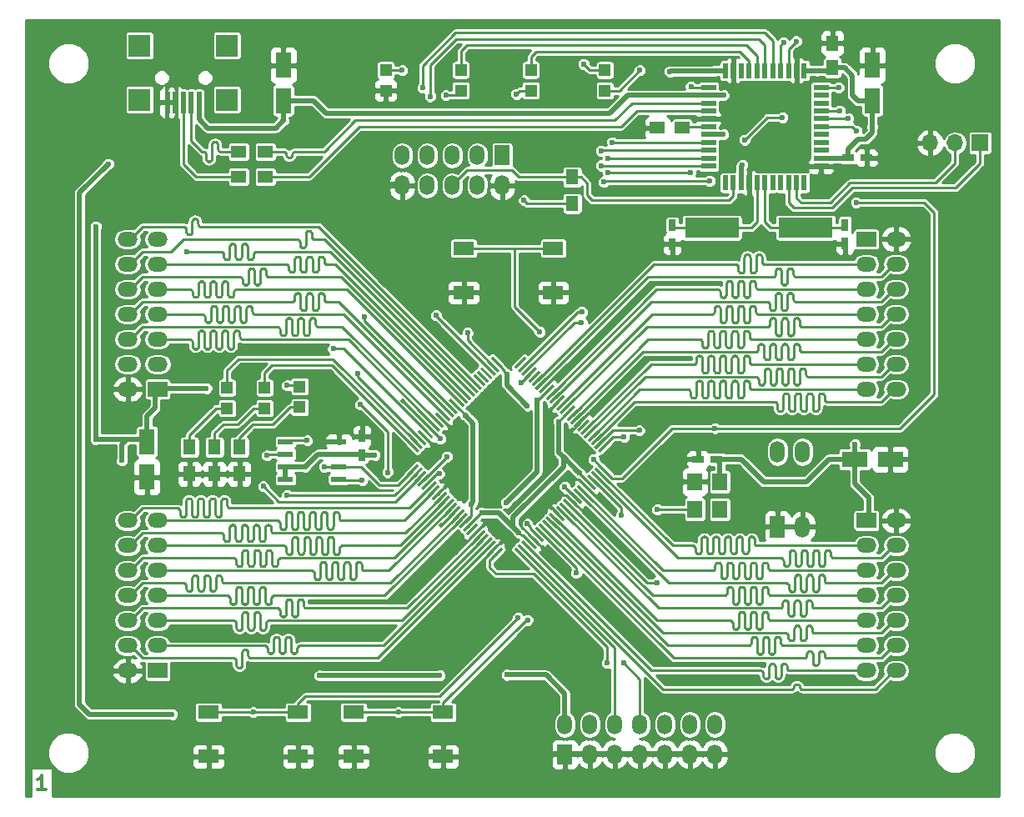
<source format=gtl>
G04 #@! TF.FileFunction,Copper,L1,Top,Signal*
%FSLAX46Y46*%
G04 Gerber Fmt 4.6, Leading zero omitted, Abs format (unit mm)*
G04 Created by KiCad (PCBNEW 4.0.5) date 03/08/17 22:22:02*
%MOMM*%
%LPD*%
G01*
G04 APERTURE LIST*
%ADD10C,0.100000*%
%ADD11C,0.300000*%
%ADD12R,1.250000X1.500000*%
%ADD13R,1.500000X0.550000*%
%ADD14R,0.550000X1.500000*%
%ADD15R,2.197100X2.197100*%
%ADD16R,0.497840X2.197100*%
%ADD17O,1.500000X2.000000*%
%ADD18R,1.500000X2.000000*%
%ADD19R,1.550000X0.600000*%
%ADD20R,1.198880X1.198880*%
%ADD21R,1.200000X0.750000*%
%ADD22R,1.500000X1.250000*%
%ADD23R,1.500000X1.300000*%
%ADD24R,1.300000X1.500000*%
%ADD25O,2.000000X1.500000*%
%ADD26R,2.000000X1.500000*%
%ADD27R,5.499100X1.998980*%
%ADD28R,0.750000X1.200000*%
%ADD29R,1.600200X2.600960*%
%ADD30R,2.600960X1.600200*%
%ADD31R,2.100000X1.350000*%
%ADD32R,1.700000X1.700000*%
%ADD33O,1.700000X1.700000*%
%ADD34R,1.498600X2.197100*%
%ADD35O,1.498600X2.197100*%
%ADD36R,1.500000X1.800000*%
%ADD37C,0.600000*%
%ADD38C,0.500000*%
%ADD39C,0.250000*%
%ADD40C,0.500000*%
%ADD41C,0.254000*%
G04 APERTURE END LIST*
D10*
D11*
X90852572Y-139108571D02*
X89995429Y-139108571D01*
X90424001Y-139108571D02*
X90424001Y-137608571D01*
X90281144Y-137822857D01*
X90138286Y-137965714D01*
X89995429Y-138037143D01*
D12*
X170688000Y-65766000D03*
X170688000Y-63266000D03*
D10*
G36*
X147906627Y-103571522D02*
X148118759Y-103783654D01*
X147058099Y-104844314D01*
X146845967Y-104632182D01*
X147906627Y-103571522D01*
X147906627Y-103571522D01*
G37*
G36*
X147553074Y-103217969D02*
X147765206Y-103430101D01*
X146704546Y-104490761D01*
X146492414Y-104278629D01*
X147553074Y-103217969D01*
X147553074Y-103217969D01*
G37*
G36*
X147199520Y-102864416D02*
X147411652Y-103076548D01*
X146350992Y-104137208D01*
X146138860Y-103925076D01*
X147199520Y-102864416D01*
X147199520Y-102864416D01*
G37*
G36*
X146845967Y-102510862D02*
X147058099Y-102722994D01*
X145997439Y-103783654D01*
X145785307Y-103571522D01*
X146845967Y-102510862D01*
X146845967Y-102510862D01*
G37*
G36*
X146492413Y-102157309D02*
X146704545Y-102369441D01*
X145643885Y-103430101D01*
X145431753Y-103217969D01*
X146492413Y-102157309D01*
X146492413Y-102157309D01*
G37*
G36*
X146138860Y-101803756D02*
X146350992Y-102015888D01*
X145290332Y-103076548D01*
X145078200Y-102864416D01*
X146138860Y-101803756D01*
X146138860Y-101803756D01*
G37*
G36*
X145785307Y-101450202D02*
X145997439Y-101662334D01*
X144936779Y-102722994D01*
X144724647Y-102510862D01*
X145785307Y-101450202D01*
X145785307Y-101450202D01*
G37*
G36*
X145431753Y-101096649D02*
X145643885Y-101308781D01*
X144583225Y-102369441D01*
X144371093Y-102157309D01*
X145431753Y-101096649D01*
X145431753Y-101096649D01*
G37*
G36*
X145078200Y-100743095D02*
X145290332Y-100955227D01*
X144229672Y-102015887D01*
X144017540Y-101803755D01*
X145078200Y-100743095D01*
X145078200Y-100743095D01*
G37*
G36*
X144724646Y-100389542D02*
X144936778Y-100601674D01*
X143876118Y-101662334D01*
X143663986Y-101450202D01*
X144724646Y-100389542D01*
X144724646Y-100389542D01*
G37*
G36*
X144371093Y-100035989D02*
X144583225Y-100248121D01*
X143522565Y-101308781D01*
X143310433Y-101096649D01*
X144371093Y-100035989D01*
X144371093Y-100035989D01*
G37*
G36*
X144017540Y-99682435D02*
X144229672Y-99894567D01*
X143169012Y-100955227D01*
X142956880Y-100743095D01*
X144017540Y-99682435D01*
X144017540Y-99682435D01*
G37*
G36*
X143663986Y-99328882D02*
X143876118Y-99541014D01*
X142815458Y-100601674D01*
X142603326Y-100389542D01*
X143663986Y-99328882D01*
X143663986Y-99328882D01*
G37*
G36*
X143310433Y-98975328D02*
X143522565Y-99187460D01*
X142461905Y-100248120D01*
X142249773Y-100035988D01*
X143310433Y-98975328D01*
X143310433Y-98975328D01*
G37*
G36*
X142956879Y-98621775D02*
X143169011Y-98833907D01*
X142108351Y-99894567D01*
X141896219Y-99682435D01*
X142956879Y-98621775D01*
X142956879Y-98621775D01*
G37*
G36*
X142603326Y-98268222D02*
X142815458Y-98480354D01*
X141754798Y-99541014D01*
X141542666Y-99328882D01*
X142603326Y-98268222D01*
X142603326Y-98268222D01*
G37*
G36*
X142249773Y-97914668D02*
X142461905Y-98126800D01*
X141401245Y-99187460D01*
X141189113Y-98975328D01*
X142249773Y-97914668D01*
X142249773Y-97914668D01*
G37*
G36*
X141896219Y-97561115D02*
X142108351Y-97773247D01*
X141047691Y-98833907D01*
X140835559Y-98621775D01*
X141896219Y-97561115D01*
X141896219Y-97561115D01*
G37*
G36*
X141542666Y-97207561D02*
X141754798Y-97419693D01*
X140694138Y-98480353D01*
X140482006Y-98268221D01*
X141542666Y-97207561D01*
X141542666Y-97207561D01*
G37*
G36*
X141189112Y-96854008D02*
X141401244Y-97066140D01*
X140340584Y-98126800D01*
X140128452Y-97914668D01*
X141189112Y-96854008D01*
X141189112Y-96854008D01*
G37*
G36*
X140835559Y-96500455D02*
X141047691Y-96712587D01*
X139987031Y-97773247D01*
X139774899Y-97561115D01*
X140835559Y-96500455D01*
X140835559Y-96500455D01*
G37*
G36*
X140482006Y-96146901D02*
X140694138Y-96359033D01*
X139633478Y-97419693D01*
X139421346Y-97207561D01*
X140482006Y-96146901D01*
X140482006Y-96146901D01*
G37*
G36*
X140128452Y-95793348D02*
X140340584Y-96005480D01*
X139279924Y-97066140D01*
X139067792Y-96854008D01*
X140128452Y-95793348D01*
X140128452Y-95793348D01*
G37*
G36*
X139774899Y-95439794D02*
X139987031Y-95651926D01*
X138926371Y-96712586D01*
X138714239Y-96500454D01*
X139774899Y-95439794D01*
X139774899Y-95439794D01*
G37*
G36*
X139421346Y-95086241D02*
X139633478Y-95298373D01*
X138572818Y-96359033D01*
X138360686Y-96146901D01*
X139421346Y-95086241D01*
X139421346Y-95086241D01*
G37*
G36*
X135956522Y-95298373D02*
X136168654Y-95086241D01*
X137229314Y-96146901D01*
X137017182Y-96359033D01*
X135956522Y-95298373D01*
X135956522Y-95298373D01*
G37*
G36*
X135602969Y-95651926D02*
X135815101Y-95439794D01*
X136875761Y-96500454D01*
X136663629Y-96712586D01*
X135602969Y-95651926D01*
X135602969Y-95651926D01*
G37*
G36*
X135249416Y-96005480D02*
X135461548Y-95793348D01*
X136522208Y-96854008D01*
X136310076Y-97066140D01*
X135249416Y-96005480D01*
X135249416Y-96005480D01*
G37*
G36*
X134895862Y-96359033D02*
X135107994Y-96146901D01*
X136168654Y-97207561D01*
X135956522Y-97419693D01*
X134895862Y-96359033D01*
X134895862Y-96359033D01*
G37*
G36*
X134542309Y-96712587D02*
X134754441Y-96500455D01*
X135815101Y-97561115D01*
X135602969Y-97773247D01*
X134542309Y-96712587D01*
X134542309Y-96712587D01*
G37*
G36*
X134188756Y-97066140D02*
X134400888Y-96854008D01*
X135461548Y-97914668D01*
X135249416Y-98126800D01*
X134188756Y-97066140D01*
X134188756Y-97066140D01*
G37*
G36*
X133835202Y-97419693D02*
X134047334Y-97207561D01*
X135107994Y-98268221D01*
X134895862Y-98480353D01*
X133835202Y-97419693D01*
X133835202Y-97419693D01*
G37*
G36*
X133481649Y-97773247D02*
X133693781Y-97561115D01*
X134754441Y-98621775D01*
X134542309Y-98833907D01*
X133481649Y-97773247D01*
X133481649Y-97773247D01*
G37*
G36*
X133128095Y-98126800D02*
X133340227Y-97914668D01*
X134400887Y-98975328D01*
X134188755Y-99187460D01*
X133128095Y-98126800D01*
X133128095Y-98126800D01*
G37*
G36*
X132774542Y-98480354D02*
X132986674Y-98268222D01*
X134047334Y-99328882D01*
X133835202Y-99541014D01*
X132774542Y-98480354D01*
X132774542Y-98480354D01*
G37*
G36*
X132420989Y-98833907D02*
X132633121Y-98621775D01*
X133693781Y-99682435D01*
X133481649Y-99894567D01*
X132420989Y-98833907D01*
X132420989Y-98833907D01*
G37*
G36*
X132067435Y-99187460D02*
X132279567Y-98975328D01*
X133340227Y-100035988D01*
X133128095Y-100248120D01*
X132067435Y-99187460D01*
X132067435Y-99187460D01*
G37*
G36*
X131713882Y-99541014D02*
X131926014Y-99328882D01*
X132986674Y-100389542D01*
X132774542Y-100601674D01*
X131713882Y-99541014D01*
X131713882Y-99541014D01*
G37*
G36*
X131360328Y-99894567D02*
X131572460Y-99682435D01*
X132633120Y-100743095D01*
X132420988Y-100955227D01*
X131360328Y-99894567D01*
X131360328Y-99894567D01*
G37*
G36*
X131006775Y-100248121D02*
X131218907Y-100035989D01*
X132279567Y-101096649D01*
X132067435Y-101308781D01*
X131006775Y-100248121D01*
X131006775Y-100248121D01*
G37*
G36*
X130653222Y-100601674D02*
X130865354Y-100389542D01*
X131926014Y-101450202D01*
X131713882Y-101662334D01*
X130653222Y-100601674D01*
X130653222Y-100601674D01*
G37*
G36*
X130299668Y-100955227D02*
X130511800Y-100743095D01*
X131572460Y-101803755D01*
X131360328Y-102015887D01*
X130299668Y-100955227D01*
X130299668Y-100955227D01*
G37*
G36*
X129946115Y-101308781D02*
X130158247Y-101096649D01*
X131218907Y-102157309D01*
X131006775Y-102369441D01*
X129946115Y-101308781D01*
X129946115Y-101308781D01*
G37*
G36*
X129592561Y-101662334D02*
X129804693Y-101450202D01*
X130865353Y-102510862D01*
X130653221Y-102722994D01*
X129592561Y-101662334D01*
X129592561Y-101662334D01*
G37*
G36*
X129239008Y-102015888D02*
X129451140Y-101803756D01*
X130511800Y-102864416D01*
X130299668Y-103076548D01*
X129239008Y-102015888D01*
X129239008Y-102015888D01*
G37*
G36*
X128885455Y-102369441D02*
X129097587Y-102157309D01*
X130158247Y-103217969D01*
X129946115Y-103430101D01*
X128885455Y-102369441D01*
X128885455Y-102369441D01*
G37*
G36*
X128531901Y-102722994D02*
X128744033Y-102510862D01*
X129804693Y-103571522D01*
X129592561Y-103783654D01*
X128531901Y-102722994D01*
X128531901Y-102722994D01*
G37*
G36*
X128178348Y-103076548D02*
X128390480Y-102864416D01*
X129451140Y-103925076D01*
X129239008Y-104137208D01*
X128178348Y-103076548D01*
X128178348Y-103076548D01*
G37*
G36*
X127824794Y-103430101D02*
X128036926Y-103217969D01*
X129097586Y-104278629D01*
X128885454Y-104490761D01*
X127824794Y-103430101D01*
X127824794Y-103430101D01*
G37*
G36*
X127471241Y-103783654D02*
X127683373Y-103571522D01*
X128744033Y-104632182D01*
X128531901Y-104844314D01*
X127471241Y-103783654D01*
X127471241Y-103783654D01*
G37*
G36*
X128531901Y-105975686D02*
X128744033Y-106187818D01*
X127683373Y-107248478D01*
X127471241Y-107036346D01*
X128531901Y-105975686D01*
X128531901Y-105975686D01*
G37*
G36*
X128885454Y-106329239D02*
X129097586Y-106541371D01*
X128036926Y-107602031D01*
X127824794Y-107389899D01*
X128885454Y-106329239D01*
X128885454Y-106329239D01*
G37*
G36*
X129239008Y-106682792D02*
X129451140Y-106894924D01*
X128390480Y-107955584D01*
X128178348Y-107743452D01*
X129239008Y-106682792D01*
X129239008Y-106682792D01*
G37*
G36*
X129592561Y-107036346D02*
X129804693Y-107248478D01*
X128744033Y-108309138D01*
X128531901Y-108097006D01*
X129592561Y-107036346D01*
X129592561Y-107036346D01*
G37*
G36*
X129946115Y-107389899D02*
X130158247Y-107602031D01*
X129097587Y-108662691D01*
X128885455Y-108450559D01*
X129946115Y-107389899D01*
X129946115Y-107389899D01*
G37*
G36*
X130299668Y-107743452D02*
X130511800Y-107955584D01*
X129451140Y-109016244D01*
X129239008Y-108804112D01*
X130299668Y-107743452D01*
X130299668Y-107743452D01*
G37*
G36*
X130653221Y-108097006D02*
X130865353Y-108309138D01*
X129804693Y-109369798D01*
X129592561Y-109157666D01*
X130653221Y-108097006D01*
X130653221Y-108097006D01*
G37*
G36*
X131006775Y-108450559D02*
X131218907Y-108662691D01*
X130158247Y-109723351D01*
X129946115Y-109511219D01*
X131006775Y-108450559D01*
X131006775Y-108450559D01*
G37*
G36*
X131360328Y-108804113D02*
X131572460Y-109016245D01*
X130511800Y-110076905D01*
X130299668Y-109864773D01*
X131360328Y-108804113D01*
X131360328Y-108804113D01*
G37*
G36*
X131713882Y-109157666D02*
X131926014Y-109369798D01*
X130865354Y-110430458D01*
X130653222Y-110218326D01*
X131713882Y-109157666D01*
X131713882Y-109157666D01*
G37*
G36*
X132067435Y-109511219D02*
X132279567Y-109723351D01*
X131218907Y-110784011D01*
X131006775Y-110571879D01*
X132067435Y-109511219D01*
X132067435Y-109511219D01*
G37*
G36*
X132420988Y-109864773D02*
X132633120Y-110076905D01*
X131572460Y-111137565D01*
X131360328Y-110925433D01*
X132420988Y-109864773D01*
X132420988Y-109864773D01*
G37*
G36*
X132774542Y-110218326D02*
X132986674Y-110430458D01*
X131926014Y-111491118D01*
X131713882Y-111278986D01*
X132774542Y-110218326D01*
X132774542Y-110218326D01*
G37*
G36*
X133128095Y-110571880D02*
X133340227Y-110784012D01*
X132279567Y-111844672D01*
X132067435Y-111632540D01*
X133128095Y-110571880D01*
X133128095Y-110571880D01*
G37*
G36*
X133481649Y-110925433D02*
X133693781Y-111137565D01*
X132633121Y-112198225D01*
X132420989Y-111986093D01*
X133481649Y-110925433D01*
X133481649Y-110925433D01*
G37*
G36*
X133835202Y-111278986D02*
X134047334Y-111491118D01*
X132986674Y-112551778D01*
X132774542Y-112339646D01*
X133835202Y-111278986D01*
X133835202Y-111278986D01*
G37*
G36*
X134188755Y-111632540D02*
X134400887Y-111844672D01*
X133340227Y-112905332D01*
X133128095Y-112693200D01*
X134188755Y-111632540D01*
X134188755Y-111632540D01*
G37*
G36*
X134542309Y-111986093D02*
X134754441Y-112198225D01*
X133693781Y-113258885D01*
X133481649Y-113046753D01*
X134542309Y-111986093D01*
X134542309Y-111986093D01*
G37*
G36*
X134895862Y-112339647D02*
X135107994Y-112551779D01*
X134047334Y-113612439D01*
X133835202Y-113400307D01*
X134895862Y-112339647D01*
X134895862Y-112339647D01*
G37*
G36*
X135249416Y-112693200D02*
X135461548Y-112905332D01*
X134400888Y-113965992D01*
X134188756Y-113753860D01*
X135249416Y-112693200D01*
X135249416Y-112693200D01*
G37*
G36*
X135602969Y-113046753D02*
X135815101Y-113258885D01*
X134754441Y-114319545D01*
X134542309Y-114107413D01*
X135602969Y-113046753D01*
X135602969Y-113046753D01*
G37*
G36*
X135956522Y-113400307D02*
X136168654Y-113612439D01*
X135107994Y-114673099D01*
X134895862Y-114460967D01*
X135956522Y-113400307D01*
X135956522Y-113400307D01*
G37*
G36*
X136310076Y-113753860D02*
X136522208Y-113965992D01*
X135461548Y-115026652D01*
X135249416Y-114814520D01*
X136310076Y-113753860D01*
X136310076Y-113753860D01*
G37*
G36*
X136663629Y-114107414D02*
X136875761Y-114319546D01*
X135815101Y-115380206D01*
X135602969Y-115168074D01*
X136663629Y-114107414D01*
X136663629Y-114107414D01*
G37*
G36*
X137017182Y-114460967D02*
X137229314Y-114673099D01*
X136168654Y-115733759D01*
X135956522Y-115521627D01*
X137017182Y-114460967D01*
X137017182Y-114460967D01*
G37*
G36*
X138360686Y-114673099D02*
X138572818Y-114460967D01*
X139633478Y-115521627D01*
X139421346Y-115733759D01*
X138360686Y-114673099D01*
X138360686Y-114673099D01*
G37*
G36*
X138714239Y-114319546D02*
X138926371Y-114107414D01*
X139987031Y-115168074D01*
X139774899Y-115380206D01*
X138714239Y-114319546D01*
X138714239Y-114319546D01*
G37*
G36*
X139067792Y-113965992D02*
X139279924Y-113753860D01*
X140340584Y-114814520D01*
X140128452Y-115026652D01*
X139067792Y-113965992D01*
X139067792Y-113965992D01*
G37*
G36*
X139421346Y-113612439D02*
X139633478Y-113400307D01*
X140694138Y-114460967D01*
X140482006Y-114673099D01*
X139421346Y-113612439D01*
X139421346Y-113612439D01*
G37*
G36*
X139774899Y-113258885D02*
X139987031Y-113046753D01*
X141047691Y-114107413D01*
X140835559Y-114319545D01*
X139774899Y-113258885D01*
X139774899Y-113258885D01*
G37*
G36*
X140128452Y-112905332D02*
X140340584Y-112693200D01*
X141401244Y-113753860D01*
X141189112Y-113965992D01*
X140128452Y-112905332D01*
X140128452Y-112905332D01*
G37*
G36*
X140482006Y-112551779D02*
X140694138Y-112339647D01*
X141754798Y-113400307D01*
X141542666Y-113612439D01*
X140482006Y-112551779D01*
X140482006Y-112551779D01*
G37*
G36*
X140835559Y-112198225D02*
X141047691Y-111986093D01*
X142108351Y-113046753D01*
X141896219Y-113258885D01*
X140835559Y-112198225D01*
X140835559Y-112198225D01*
G37*
G36*
X141189113Y-111844672D02*
X141401245Y-111632540D01*
X142461905Y-112693200D01*
X142249773Y-112905332D01*
X141189113Y-111844672D01*
X141189113Y-111844672D01*
G37*
G36*
X141542666Y-111491118D02*
X141754798Y-111278986D01*
X142815458Y-112339646D01*
X142603326Y-112551778D01*
X141542666Y-111491118D01*
X141542666Y-111491118D01*
G37*
G36*
X141896219Y-111137565D02*
X142108351Y-110925433D01*
X143169011Y-111986093D01*
X142956879Y-112198225D01*
X141896219Y-111137565D01*
X141896219Y-111137565D01*
G37*
G36*
X142249773Y-110784012D02*
X142461905Y-110571880D01*
X143522565Y-111632540D01*
X143310433Y-111844672D01*
X142249773Y-110784012D01*
X142249773Y-110784012D01*
G37*
G36*
X142603326Y-110430458D02*
X142815458Y-110218326D01*
X143876118Y-111278986D01*
X143663986Y-111491118D01*
X142603326Y-110430458D01*
X142603326Y-110430458D01*
G37*
G36*
X142956880Y-110076905D02*
X143169012Y-109864773D01*
X144229672Y-110925433D01*
X144017540Y-111137565D01*
X142956880Y-110076905D01*
X142956880Y-110076905D01*
G37*
G36*
X143310433Y-109723351D02*
X143522565Y-109511219D01*
X144583225Y-110571879D01*
X144371093Y-110784011D01*
X143310433Y-109723351D01*
X143310433Y-109723351D01*
G37*
G36*
X143663986Y-109369798D02*
X143876118Y-109157666D01*
X144936778Y-110218326D01*
X144724646Y-110430458D01*
X143663986Y-109369798D01*
X143663986Y-109369798D01*
G37*
G36*
X144017540Y-109016245D02*
X144229672Y-108804113D01*
X145290332Y-109864773D01*
X145078200Y-110076905D01*
X144017540Y-109016245D01*
X144017540Y-109016245D01*
G37*
G36*
X144371093Y-108662691D02*
X144583225Y-108450559D01*
X145643885Y-109511219D01*
X145431753Y-109723351D01*
X144371093Y-108662691D01*
X144371093Y-108662691D01*
G37*
G36*
X144724647Y-108309138D02*
X144936779Y-108097006D01*
X145997439Y-109157666D01*
X145785307Y-109369798D01*
X144724647Y-108309138D01*
X144724647Y-108309138D01*
G37*
G36*
X145078200Y-107955584D02*
X145290332Y-107743452D01*
X146350992Y-108804112D01*
X146138860Y-109016244D01*
X145078200Y-107955584D01*
X145078200Y-107955584D01*
G37*
G36*
X145431753Y-107602031D02*
X145643885Y-107389899D01*
X146704545Y-108450559D01*
X146492413Y-108662691D01*
X145431753Y-107602031D01*
X145431753Y-107602031D01*
G37*
G36*
X145785307Y-107248478D02*
X145997439Y-107036346D01*
X147058099Y-108097006D01*
X146845967Y-108309138D01*
X145785307Y-107248478D01*
X145785307Y-107248478D01*
G37*
G36*
X146138860Y-106894924D02*
X146350992Y-106682792D01*
X147411652Y-107743452D01*
X147199520Y-107955584D01*
X146138860Y-106894924D01*
X146138860Y-106894924D01*
G37*
G36*
X146492414Y-106541371D02*
X146704546Y-106329239D01*
X147765206Y-107389899D01*
X147553074Y-107602031D01*
X146492414Y-106541371D01*
X146492414Y-106541371D01*
G37*
G36*
X146845967Y-106187818D02*
X147058099Y-105975686D01*
X148118759Y-107036346D01*
X147906627Y-107248478D01*
X146845967Y-106187818D01*
X146845967Y-106187818D01*
G37*
D13*
X158130000Y-67755000D03*
X158130000Y-68555000D03*
X158130000Y-69355000D03*
X158130000Y-70155000D03*
X158130000Y-70955000D03*
X158130000Y-71755000D03*
X158130000Y-72555000D03*
X158130000Y-73355000D03*
X158130000Y-74155000D03*
X158130000Y-74955000D03*
X158130000Y-75755000D03*
D14*
X159830000Y-77455000D03*
X160630000Y-77455000D03*
X161430000Y-77455000D03*
X162230000Y-77455000D03*
X163030000Y-77455000D03*
X163830000Y-77455000D03*
X164630000Y-77455000D03*
X165430000Y-77455000D03*
X166230000Y-77455000D03*
X167030000Y-77455000D03*
X167830000Y-77455000D03*
D13*
X169530000Y-75755000D03*
X169530000Y-74955000D03*
X169530000Y-74155000D03*
X169530000Y-73355000D03*
X169530000Y-72555000D03*
X169530000Y-71755000D03*
X169530000Y-70955000D03*
X169530000Y-70155000D03*
X169530000Y-69355000D03*
X169530000Y-68555000D03*
X169530000Y-67755000D03*
D14*
X167830000Y-66055000D03*
X167030000Y-66055000D03*
X166230000Y-66055000D03*
X165430000Y-66055000D03*
X164630000Y-66055000D03*
X163830000Y-66055000D03*
X163030000Y-66055000D03*
X162230000Y-66055000D03*
X161430000Y-66055000D03*
X160630000Y-66055000D03*
X159830000Y-66055000D03*
D15*
X100345240Y-69024500D03*
D16*
X106372660Y-69303900D03*
X105572560Y-69303900D03*
X104775000Y-69303900D03*
X103977440Y-69303900D03*
X103177340Y-69303900D03*
D15*
X109204760Y-69024500D03*
X109204760Y-63525400D03*
X100345240Y-63525400D03*
D17*
X158750000Y-135505000D03*
X158750000Y-132465000D03*
X156210000Y-132465000D03*
X156210000Y-135505000D03*
X153670000Y-135505000D03*
X153670000Y-132465000D03*
X151130000Y-132465000D03*
X151130000Y-135505000D03*
D18*
X143510000Y-135505000D03*
D17*
X143510000Y-132465000D03*
X146050000Y-135505000D03*
X146050000Y-132465000D03*
X148590000Y-135505000D03*
X148590000Y-132465000D03*
D19*
X120556000Y-107569000D03*
X120556000Y-106299000D03*
X120556000Y-105029000D03*
X120556000Y-103759000D03*
X115156000Y-103759000D03*
X115156000Y-105029000D03*
X115156000Y-106299000D03*
X115156000Y-107569000D03*
D20*
X147574000Y-66006980D03*
X147574000Y-68105020D03*
D21*
X158938000Y-105537000D03*
X157038000Y-105537000D03*
D20*
X125349000Y-66006980D03*
X125349000Y-68105020D03*
D22*
X155428000Y-71882000D03*
X152928000Y-71882000D03*
D20*
X132969000Y-66006980D03*
X132969000Y-68105020D03*
X140081000Y-66006980D03*
X140081000Y-68105020D03*
X113030000Y-98264980D03*
X113030000Y-100363020D03*
D23*
X113110000Y-76835000D03*
X110410000Y-76835000D03*
X113110000Y-74295000D03*
X110410000Y-74295000D03*
D24*
X105410000Y-107014000D03*
X105410000Y-104314000D03*
D20*
X109220000Y-98264980D03*
X109220000Y-100363020D03*
X116586000Y-98137980D03*
X116586000Y-100236020D03*
D24*
X107950000Y-107014000D03*
X107950000Y-104314000D03*
X110490000Y-107014000D03*
X110490000Y-104314000D03*
D17*
X127000000Y-74680000D03*
X127000000Y-77720000D03*
X129540000Y-77720000D03*
X129540000Y-74680000D03*
D18*
X137160000Y-74680000D03*
D17*
X137160000Y-77720000D03*
X134620000Y-74680000D03*
X134620000Y-77720000D03*
X132080000Y-74680000D03*
X132080000Y-77720000D03*
D25*
X102167500Y-83185000D03*
X99127500Y-83185000D03*
X99127500Y-85725000D03*
X102167500Y-85725000D03*
X102167500Y-88265000D03*
X99127500Y-88265000D03*
X99127500Y-90805000D03*
X102167500Y-90805000D03*
D26*
X102167500Y-98425000D03*
D25*
X99127500Y-98425000D03*
X102167500Y-95885000D03*
X99127500Y-95885000D03*
X102167500Y-93345000D03*
X99127500Y-93345000D03*
X102167500Y-111760000D03*
X99127500Y-111760000D03*
X99127500Y-114300000D03*
X102167500Y-114300000D03*
X102167500Y-116840000D03*
X99127500Y-116840000D03*
X99127500Y-119380000D03*
X102167500Y-119380000D03*
D26*
X102167500Y-127000000D03*
D25*
X99127500Y-127000000D03*
X102167500Y-124460000D03*
X99127500Y-124460000D03*
X102167500Y-121920000D03*
X99127500Y-121920000D03*
X174121000Y-98425000D03*
X177161000Y-98425000D03*
X177161000Y-95885000D03*
X174121000Y-95885000D03*
X174121000Y-93345000D03*
X177161000Y-93345000D03*
X177161000Y-90805000D03*
X174121000Y-90805000D03*
D26*
X174121000Y-83185000D03*
D25*
X177161000Y-83185000D03*
X174121000Y-85725000D03*
X177161000Y-85725000D03*
X174121000Y-88265000D03*
X177161000Y-88265000D03*
X174121000Y-127000000D03*
X177161000Y-127000000D03*
X177161000Y-124460000D03*
X174121000Y-124460000D03*
X174121000Y-121920000D03*
X177161000Y-121920000D03*
X177161000Y-119380000D03*
X174121000Y-119380000D03*
D26*
X174121000Y-111760000D03*
D25*
X177161000Y-111760000D03*
X174121000Y-114300000D03*
X177161000Y-114300000D03*
X174121000Y-116840000D03*
X177161000Y-116840000D03*
D27*
X167944800Y-82042000D03*
X158445200Y-82042000D03*
D21*
X172278000Y-74930000D03*
X174178000Y-74930000D03*
D28*
X171958000Y-81727000D03*
X171958000Y-83627000D03*
X154432000Y-81788000D03*
X154432000Y-83688000D03*
X122936000Y-105090000D03*
X122936000Y-103190000D03*
D29*
X114935000Y-69110860D03*
X114935000Y-65509140D03*
X101092000Y-103736140D03*
X101092000Y-107337860D03*
X174752000Y-69110860D03*
X174752000Y-65509140D03*
D30*
X172951140Y-105537000D03*
X176552860Y-105537000D03*
D31*
X107337000Y-135727000D03*
X107337000Y-131227000D03*
X116437000Y-131227000D03*
X116437000Y-135727000D03*
X122069000Y-135727000D03*
X122069000Y-131227000D03*
X131169000Y-131227000D03*
X131169000Y-135727000D03*
D32*
X185674000Y-73406000D03*
D33*
X183134000Y-73406000D03*
X180594000Y-73406000D03*
D31*
X133245000Y-88610000D03*
X133245000Y-84110000D03*
X142345000Y-84110000D03*
X142345000Y-88610000D03*
D34*
X165100000Y-112395000D03*
D35*
X165100000Y-104775000D03*
X167640000Y-112395000D03*
X167640000Y-104775000D03*
D24*
X144272000Y-79582000D03*
X144272000Y-76882000D03*
D36*
X159258000Y-107820000D03*
X156718000Y-107820000D03*
X156718000Y-110620000D03*
X159258000Y-110620000D03*
D37*
X174766896Y-63051552D03*
X143944404Y-73755339D03*
X118754108Y-103658170D03*
X98651801Y-107358550D03*
X106680000Y-96012000D03*
X133079001Y-86523522D03*
X135470938Y-99359682D03*
X119312623Y-79737561D03*
X118110000Y-65405000D03*
X111760000Y-65405000D03*
X138617107Y-65702888D03*
X131519351Y-65693935D03*
X169292151Y-63278819D03*
X178597776Y-105567737D03*
X155650990Y-105528360D03*
X165540362Y-73658620D03*
X175607038Y-74939012D03*
X153260685Y-83701571D03*
X141600621Y-86725026D03*
X140335000Y-93980000D03*
X139389732Y-105857033D03*
X132715000Y-109220000D03*
X126693490Y-105371159D03*
X121920000Y-101600000D03*
X91440000Y-127470000D03*
X91440000Y-122470000D03*
X91440000Y-117470000D03*
X91440000Y-112470000D03*
X91440000Y-107470000D03*
X91440000Y-102470000D03*
X91440000Y-97470000D03*
X91440000Y-92470000D03*
X91440000Y-87470000D03*
X91440000Y-82470000D03*
X91440000Y-77470000D03*
X103505000Y-75565000D03*
X101600000Y-75565000D03*
X99695000Y-75565000D03*
X99695000Y-73660000D03*
X99695000Y-71755000D03*
X135998408Y-93621826D03*
X103488261Y-73621692D03*
X101556113Y-73621692D03*
X101600000Y-71755000D03*
X103505000Y-71755000D03*
X146939000Y-112141000D03*
X148336000Y-110744000D03*
X162193304Y-78943976D03*
X141870082Y-100676111D03*
X135209850Y-116099730D03*
X169512456Y-76677706D03*
X142757896Y-116055668D03*
X151238102Y-71877180D03*
X139192000Y-103632000D03*
X136144000Y-106680000D03*
X184912000Y-87724000D03*
X131937226Y-102380526D03*
X184912000Y-92724000D03*
X184912000Y-107724000D03*
X184912000Y-112724000D03*
X144145000Y-95885000D03*
X166399281Y-67999086D03*
X184912000Y-102724000D03*
X184912000Y-127724000D03*
X184912000Y-117724000D03*
X184912000Y-122724000D03*
X184912000Y-82724000D03*
X131586690Y-108038367D03*
X184912000Y-77724000D03*
X161037108Y-69362271D03*
X137287000Y-113665000D03*
X135435389Y-102113906D03*
X184912000Y-97724000D03*
X142557500Y-108775500D03*
X136839185Y-100749106D03*
X131704212Y-115081303D03*
X130173689Y-104159462D03*
X146431000Y-100838000D03*
D38*
X130953709Y-112222880D03*
D37*
X143764000Y-103124000D03*
X145415000Y-65405000D03*
X151071589Y-102617744D03*
X147804359Y-126222480D03*
X149490806Y-126218638D03*
X149530030Y-103297951D03*
X127000000Y-66040000D03*
X97155000Y-75565000D03*
X114935000Y-71120000D03*
X103632000Y-131445000D03*
X159622675Y-68555662D03*
X159607237Y-72541335D03*
X131445000Y-68580000D03*
X138603126Y-68449110D03*
X151130000Y-66040000D03*
X138762541Y-121648165D03*
X111887000Y-131227000D03*
X149225000Y-111252000D03*
X139725974Y-121871648D03*
X126619000Y-131227000D03*
X144659441Y-117066549D03*
X133630400Y-92694133D03*
X122936000Y-107696000D03*
X156319009Y-67691146D03*
X130452033Y-90935222D03*
X148336000Y-73355000D03*
X147926621Y-76432972D03*
X123136124Y-91042174D03*
X171306571Y-67781599D03*
X161773790Y-73084525D03*
X156249431Y-76432980D03*
X165623796Y-70810390D03*
X131548465Y-105258768D03*
X172304697Y-70939128D03*
X147485273Y-77361234D03*
X122489662Y-96851663D03*
X171409529Y-70152939D03*
X158201876Y-77268612D03*
X115299852Y-109210753D03*
X115316000Y-98044000D03*
X172966418Y-104029196D03*
X139381853Y-79248000D03*
X107122032Y-98339456D03*
X98552000Y-105664000D03*
X117124968Y-106316933D03*
X95885000Y-81915000D03*
X124191337Y-105101736D03*
X174731842Y-71763663D03*
X135083750Y-110970111D03*
D38*
X127050712Y-99621037D03*
D37*
X95885000Y-103505000D03*
X154178000Y-66167000D03*
X144986713Y-106940562D03*
X137628813Y-96909721D03*
X139715020Y-100086918D03*
X169118480Y-66061195D03*
X158649436Y-66116587D03*
X130868792Y-103452937D03*
X138837676Y-112969805D03*
X161560551Y-75637869D03*
X142875000Y-101727000D03*
X125512375Y-106862086D03*
X122758606Y-99970733D03*
X130825350Y-127495915D03*
X137633931Y-127428479D03*
X118618000Y-127508000D03*
X130757339Y-106998679D03*
X143510000Y-108331000D03*
X139065000Y-97790000D03*
X133968375Y-110112849D03*
X137554043Y-109936432D03*
X139717020Y-112101975D03*
X133391295Y-101064160D03*
X140716000Y-99568000D03*
X105170290Y-84454204D03*
X152858763Y-118068579D03*
X152897108Y-110650979D03*
X140982445Y-92614331D03*
X173096217Y-79444033D03*
X173112772Y-72176369D03*
X158750000Y-102380797D03*
X146438950Y-105563741D03*
X167010934Y-63087461D03*
X129837297Y-68684980D03*
X165723901Y-63181636D03*
X129073709Y-67814013D03*
X145222037Y-91654140D03*
X145259565Y-90584600D03*
X119994159Y-94306723D03*
X117348000Y-103632000D03*
X112894330Y-108282779D03*
X113272222Y-105155391D03*
X147195629Y-74203809D03*
X147875956Y-75014414D03*
X119091824Y-106299602D03*
X147195629Y-75701980D03*
D39*
X174752000Y-63066448D02*
X174766896Y-63051552D01*
X174752000Y-65509140D02*
X174752000Y-63066448D01*
X143510000Y-135255000D02*
X141449310Y-135255000D01*
X141449310Y-135255000D02*
X140977310Y-135727000D01*
X140977310Y-135727000D02*
X131169000Y-135727000D01*
X146050000Y-135255000D02*
X143510000Y-135255000D01*
X148590000Y-135255000D02*
X146050000Y-135255000D01*
X151130000Y-135255000D02*
X148590000Y-135255000D01*
X153670000Y-135255000D02*
X151130000Y-135255000D01*
X156210000Y-135255000D02*
X153670000Y-135255000D01*
X158750000Y-135255000D02*
X156210000Y-135255000D01*
X127000000Y-77470000D02*
X121580184Y-77470000D01*
X121580184Y-77470000D02*
X119312623Y-79737561D01*
X137160000Y-77470000D02*
X137160000Y-78232000D01*
X98672491Y-107337860D02*
X98651801Y-107358550D01*
X101092000Y-107337860D02*
X98672491Y-107337860D01*
X133245000Y-86689521D02*
X133079001Y-86523522D01*
X133245000Y-88610000D02*
X133245000Y-86689521D01*
X136839185Y-100749106D02*
X135470938Y-99380859D01*
X135470938Y-99380859D02*
X135470938Y-99359682D01*
X114935000Y-65509140D02*
X118005860Y-65509140D01*
X118005860Y-65509140D02*
X118110000Y-65405000D01*
X114935000Y-65509140D02*
X111864140Y-65509140D01*
X111864140Y-65509140D02*
X111760000Y-65405000D01*
X169304970Y-63266000D02*
X169292151Y-63278819D01*
X170688000Y-63266000D02*
X169304970Y-63266000D01*
X178567039Y-105537000D02*
X178597776Y-105567737D01*
X176552860Y-105537000D02*
X178567039Y-105537000D01*
X155659630Y-105537000D02*
X155650990Y-105528360D01*
X157038000Y-105537000D02*
X155659630Y-105537000D01*
X175598026Y-74930000D02*
X175607038Y-74939012D01*
X174178000Y-74930000D02*
X175598026Y-74930000D01*
X153274256Y-83688000D02*
X153260685Y-83701571D01*
X154432000Y-83688000D02*
X153274256Y-83688000D01*
X142345000Y-87469405D02*
X141600621Y-86725026D01*
X142345000Y-88610000D02*
X142345000Y-87469405D01*
X138180699Y-104648000D02*
X139389732Y-105857033D01*
X138176000Y-104648000D02*
X138180699Y-104648000D01*
X120556000Y-103759000D02*
X120556000Y-102964000D01*
X120556000Y-102964000D02*
X121920000Y-101600000D01*
X99695000Y-75565000D02*
X101600000Y-75565000D01*
X99695000Y-71755000D02*
X99695000Y-73660000D01*
X101600000Y-73577805D02*
X101556113Y-73621692D01*
X101600000Y-71755000D02*
X101600000Y-73577805D01*
X103177340Y-69303900D02*
X103177340Y-71427340D01*
X103177340Y-71427340D02*
X103505000Y-71755000D01*
X144300382Y-109794062D02*
X146647320Y-112141000D01*
X143699342Y-109193022D02*
X142975022Y-109193022D01*
X142557500Y-108322256D02*
X142557500Y-108775500D01*
X143312364Y-107567392D02*
X142557500Y-108322256D01*
X144902140Y-107567392D02*
X143312364Y-107567392D01*
X151242922Y-71882000D02*
X151238102Y-71877180D01*
X162230000Y-77455000D02*
X162230000Y-78907280D01*
X169530000Y-75755000D02*
X169530000Y-76660162D01*
X142975022Y-109193022D02*
X142557500Y-108775500D01*
X169530000Y-76660162D02*
X169512456Y-76677706D01*
X136239365Y-114743810D02*
X135209850Y-115773325D01*
X148078748Y-110744000D02*
X148336000Y-110744000D01*
X132366338Y-115081303D02*
X131704212Y-115081303D01*
X141471955Y-98197511D02*
X143784466Y-95885000D01*
X142757896Y-116029750D02*
X142757896Y-116055668D01*
X140411295Y-113683149D02*
X142757896Y-116029750D01*
X160630000Y-66055000D02*
X160505012Y-66179988D01*
X134471598Y-112976043D02*
X132366338Y-115081303D01*
X145714596Y-108379848D02*
X148078748Y-110744000D01*
X184912000Y-77724000D02*
X184912000Y-82724000D01*
X184912000Y-82724000D02*
X184912000Y-87724000D01*
X184912000Y-87724000D02*
X184912000Y-92724000D01*
X132350278Y-110854722D02*
X130982120Y-112222880D01*
X184912000Y-97724000D02*
X184912000Y-102724000D01*
X145902534Y-100838000D02*
X146431000Y-100838000D01*
X184912000Y-102724000D02*
X184912000Y-107724000D01*
X184912000Y-107724000D02*
X184912000Y-112724000D01*
X184912000Y-122724000D02*
X184912000Y-127724000D01*
X142886169Y-99611724D02*
X141870082Y-100627811D01*
X135209850Y-115773325D02*
X135209850Y-116099730D01*
X184912000Y-112724000D02*
X184912000Y-117724000D01*
X146647320Y-112141000D02*
X146939000Y-112141000D01*
X141605000Y-109855000D02*
X142886169Y-111136169D01*
X142886169Y-111136169D02*
X142886169Y-111208276D01*
X139104297Y-111756064D02*
X141005361Y-109855000D01*
X141005361Y-109855000D02*
X141605000Y-109855000D01*
X143784466Y-95885000D02*
X144145000Y-95885000D01*
X145714596Y-108379848D02*
X144902140Y-107567392D01*
X141870082Y-100627811D02*
X141870082Y-100676111D01*
D40*
X131169000Y-135727000D02*
X122069000Y-135727000D01*
D39*
X130982120Y-112222880D02*
X130953709Y-112222880D01*
X129168297Y-103147258D02*
X130173689Y-104152650D01*
X130582511Y-109086955D02*
X131586690Y-108082776D01*
X140411295Y-113683149D02*
X139104297Y-112376151D01*
X145007489Y-101880511D02*
X143764000Y-103124000D01*
X145007489Y-101733045D02*
X145007489Y-101880511D01*
X136239365Y-114712635D02*
X137287000Y-113665000D01*
X137338129Y-113081129D02*
X137338129Y-113613871D01*
X184912000Y-92724000D02*
X184912000Y-97724000D01*
X138176000Y-104648000D02*
X139192000Y-103632000D01*
X162230000Y-78907280D02*
X162193304Y-78943976D01*
X136144000Y-111887000D02*
X137338129Y-113081129D01*
X135560641Y-111887000D02*
X136144000Y-111887000D01*
X145007489Y-101733045D02*
X145902534Y-100838000D01*
X131937099Y-102380526D02*
X131937226Y-102380526D01*
X152928000Y-71882000D02*
X151242922Y-71882000D01*
X130173689Y-104152650D02*
X130173689Y-104159462D01*
X134471598Y-112976043D02*
X135560641Y-111887000D01*
X139104297Y-112376151D02*
X139104297Y-111756064D01*
X137338129Y-113613871D02*
X137287000Y-113665000D01*
X136144000Y-106680000D02*
X138176000Y-104648000D01*
X137969483Y-104648000D02*
X135435389Y-102113906D01*
X138176000Y-104648000D02*
X137969483Y-104648000D01*
X130936064Y-101379491D02*
X131937099Y-102380526D01*
X136239365Y-114743810D02*
X136239365Y-114712635D01*
X144300382Y-109794062D02*
X143699342Y-109193022D01*
X131586690Y-108082776D02*
X131586690Y-108038367D01*
X184912000Y-117724000D02*
X184912000Y-122724000D01*
X147574000Y-66006980D02*
X146016980Y-66006980D01*
X146016980Y-66006980D02*
X145415000Y-65405000D01*
X148365431Y-102617744D02*
X151071589Y-102617744D01*
X147128810Y-103854365D02*
X148365431Y-102617744D01*
X136592918Y-115097363D02*
X135889760Y-115800521D01*
X135889760Y-115800521D02*
X135889760Y-116529469D01*
X135889760Y-116529469D02*
X136543519Y-117183228D01*
X136543519Y-117183228D02*
X140350386Y-117183228D01*
X140350386Y-117183228D02*
X147804359Y-124637201D01*
X147804359Y-124637201D02*
X147804359Y-126222480D01*
X151130000Y-127857832D02*
X149490806Y-126218638D01*
X151130000Y-132715000D02*
X151130000Y-127857832D01*
X151130000Y-132715000D02*
X151130000Y-132842000D01*
X148392330Y-103297951D02*
X149530030Y-103297951D01*
X147482363Y-104207918D02*
X148392330Y-103297951D01*
X147482363Y-104207918D02*
X147482363Y-104302363D01*
X148572999Y-124673280D02*
X138997082Y-115097363D01*
X148572999Y-132697999D02*
X148572999Y-124673280D01*
X148590000Y-132715000D02*
X148572999Y-132697999D01*
X125349000Y-66006980D02*
X126966980Y-66006980D01*
X126966980Y-66006980D02*
X127000000Y-66040000D01*
D40*
X94234000Y-130429000D02*
X94234000Y-78486000D01*
X94234000Y-78486000D02*
X97155000Y-75565000D01*
X158130000Y-68555000D02*
X149885000Y-68555000D01*
X149885000Y-68555000D02*
X148060981Y-70379019D01*
X148060981Y-70379019D02*
X119274019Y-70379019D01*
X119274019Y-70379019D02*
X118005860Y-69110860D01*
X118005860Y-69110860D02*
X114935000Y-69110860D01*
X114158481Y-71896519D02*
X114935000Y-71120000D01*
X114935000Y-71120000D02*
X114935000Y-69110860D01*
X114158481Y-71896519D02*
X107240229Y-71896519D01*
X107240229Y-71896519D02*
X106372660Y-71028950D01*
X106372660Y-71028950D02*
X106372660Y-69303900D01*
X95250000Y-131445000D02*
X94234000Y-130429000D01*
X103632000Y-131445000D02*
X95250000Y-131445000D01*
X159622013Y-68555000D02*
X159622675Y-68555662D01*
X158130000Y-68555000D02*
X159622013Y-68555000D01*
X159593572Y-72555000D02*
X159607237Y-72541335D01*
X158130000Y-72555000D02*
X159593572Y-72555000D01*
D39*
X163830000Y-81442228D02*
X164429772Y-82042000D01*
X164429772Y-82042000D02*
X167944800Y-82042000D01*
X167944800Y-82042000D02*
X171643000Y-82042000D01*
X171643000Y-82042000D02*
X171958000Y-81727000D01*
X163830000Y-81442228D02*
X163830000Y-77455000D01*
X163030000Y-81445000D02*
X162433000Y-82042000D01*
X162433000Y-82042000D02*
X158445200Y-82042000D01*
X158445200Y-82042000D02*
X154686000Y-82042000D01*
X154686000Y-82042000D02*
X154432000Y-81788000D01*
X158326140Y-82530000D02*
X158346140Y-82550000D01*
X163030000Y-81445000D02*
X163030000Y-77455000D01*
X158130000Y-71755000D02*
X155555000Y-71755000D01*
X155555000Y-71755000D02*
X155428000Y-71882000D01*
X131445000Y-68580000D02*
X132494020Y-68580000D01*
X132494020Y-68580000D02*
X132969000Y-68105020D01*
X138947216Y-68105020D02*
X138603126Y-68449110D01*
X140081000Y-68105020D02*
X138947216Y-68105020D01*
X151130000Y-66040000D02*
X149064980Y-68105020D01*
X149064980Y-68105020D02*
X147574000Y-68105020D01*
X151096980Y-66006980D02*
X151130000Y-66040000D01*
X144272000Y-76882000D02*
X145172000Y-76882000D01*
X145172000Y-76882000D02*
X145796000Y-77506000D01*
X145796000Y-77506000D02*
X145796000Y-78740000D01*
X145796000Y-78740000D02*
X146304000Y-79248000D01*
X146304000Y-79248000D02*
X160147000Y-79248000D01*
X160147000Y-79248000D02*
X160630000Y-78765000D01*
X160630000Y-78765000D02*
X160630000Y-77455000D01*
X138145976Y-76200000D02*
X138827976Y-76882000D01*
X138827976Y-76882000D02*
X144272000Y-76882000D01*
X138145976Y-76200000D02*
X133604000Y-76200000D01*
X133604000Y-76200000D02*
X132334000Y-77470000D01*
X132334000Y-77470000D02*
X132080000Y-77470000D01*
X116437000Y-131227000D02*
X116437000Y-130345093D01*
X116437000Y-130345093D02*
X117182198Y-129599895D01*
X117182198Y-129599895D02*
X130810811Y-129599895D01*
X130810811Y-129599895D02*
X138762541Y-121648165D01*
X107337000Y-131227000D02*
X111887000Y-131227000D01*
X111887000Y-131227000D02*
X116437000Y-131227000D01*
X149225000Y-111252000D02*
X149225000Y-110476039D01*
X149225000Y-110476039D02*
X146421703Y-107672742D01*
X146421703Y-107686703D02*
X146421703Y-107672742D01*
X131169000Y-130302000D02*
X139599352Y-121871648D01*
X139599352Y-121871648D02*
X139725974Y-121871648D01*
X131169000Y-131227000D02*
X131169000Y-130302000D01*
X122069000Y-131227000D02*
X126619000Y-131227000D01*
X126619000Y-131227000D02*
X131169000Y-131227000D01*
X144659441Y-116517082D02*
X144659441Y-117066549D01*
X141118402Y-112976043D02*
X144659441Y-116517082D01*
X133630400Y-93467225D02*
X133630400Y-92694133D01*
X136239365Y-96076190D02*
X133630400Y-93467225D01*
X122936000Y-107696000D02*
X120683000Y-107696000D01*
X120683000Y-107696000D02*
X120556000Y-107569000D01*
X156382863Y-67755000D02*
X156319009Y-67691146D01*
X158130000Y-67755000D02*
X156382863Y-67755000D01*
X157655000Y-67755000D02*
X158130000Y-67755000D01*
X130452033Y-90995965D02*
X130452033Y-90935222D01*
X135885812Y-96429744D02*
X130452033Y-90995965D01*
X158130000Y-73355000D02*
X148336000Y-73355000D01*
X156249431Y-76432980D02*
X147926629Y-76432980D01*
X147926629Y-76432980D02*
X147926621Y-76432972D01*
X123136124Y-91458231D02*
X123136124Y-91042174D01*
X131996724Y-100318831D02*
X123136124Y-91458231D01*
X171279972Y-67755000D02*
X171306571Y-67781599D01*
X169530000Y-67755000D02*
X171279972Y-67755000D01*
X164047925Y-70810390D02*
X161773790Y-73084525D01*
X165623796Y-70810390D02*
X164047925Y-70810390D01*
X131996724Y-100318831D02*
X132068831Y-100318831D01*
X166370000Y-127000000D02*
X174371000Y-127000000D01*
X166303243Y-126992478D02*
X166239834Y-126970290D01*
X165236756Y-127811679D02*
X165170000Y-127819200D01*
X166239834Y-126970290D02*
X166182953Y-126934549D01*
X166135450Y-126887046D02*
X166099709Y-126830165D01*
X165477521Y-126514043D02*
X165470000Y-126580800D01*
X166004549Y-126393753D02*
X165957046Y-126346250D01*
X164439834Y-126310509D02*
X164382953Y-126346250D01*
X166370000Y-127000000D02*
X166303243Y-126992478D01*
X165300165Y-127789491D02*
X165236756Y-127811679D01*
X166040290Y-126450634D02*
X166004549Y-126393753D01*
X165535450Y-126393753D02*
X165499709Y-126450634D01*
X163839834Y-127789491D02*
X163782953Y-127753750D01*
X164870000Y-126580800D02*
X164862478Y-126514043D01*
X166182953Y-126934549D02*
X166135450Y-126887046D01*
X166099709Y-126830165D02*
X166077521Y-126766756D01*
X164036756Y-127811679D02*
X163970000Y-127819200D01*
X164870000Y-127519200D02*
X164870000Y-126580800D01*
X166077521Y-126766756D02*
X166070000Y-126700000D01*
X166070000Y-126700000D02*
X166070000Y-126580800D01*
X165957046Y-126346250D02*
X165900165Y-126310509D01*
X165900165Y-126310509D02*
X165836756Y-126288321D01*
X164299709Y-126450634D02*
X164277521Y-126514043D01*
X164982953Y-127753750D02*
X164935450Y-127706247D01*
X166070000Y-126580800D02*
X166062478Y-126514043D01*
X166062478Y-126514043D02*
X166040290Y-126450634D01*
X165103243Y-127811679D02*
X165039834Y-127789491D01*
X164240290Y-127649366D02*
X164204549Y-127706247D01*
X165836756Y-126288321D02*
X165770000Y-126280800D01*
X165470000Y-126580800D02*
X165470000Y-127519200D01*
X165462478Y-127585957D02*
X165440290Y-127649366D01*
X165770000Y-126280800D02*
X165703243Y-126288321D01*
X164335450Y-126393753D02*
X164299709Y-126450634D01*
X165703243Y-126288321D02*
X165639834Y-126310509D01*
X165639834Y-126310509D02*
X165582953Y-126346250D01*
X165170000Y-127819200D02*
X165103243Y-127811679D01*
X165582953Y-126346250D02*
X165535450Y-126393753D01*
X163436756Y-127007522D02*
X163370000Y-127000000D01*
X165470000Y-127519200D02*
X165462478Y-127585957D01*
X164277521Y-126514043D02*
X164270000Y-126580800D01*
X165499709Y-126450634D02*
X165477521Y-126514043D01*
X165440290Y-127649366D02*
X165404549Y-127706247D01*
X165404549Y-127706247D02*
X165357046Y-127753750D01*
X164757046Y-126346250D02*
X164700165Y-126310509D01*
X165357046Y-127753750D02*
X165300165Y-127789491D01*
X165039834Y-127789491D02*
X164982953Y-127753750D01*
X163604549Y-127112954D02*
X163557046Y-127065451D01*
X164935450Y-127706247D02*
X164899709Y-127649366D01*
X164899709Y-127649366D02*
X164877521Y-127585957D01*
X163970000Y-127819200D02*
X163903243Y-127811679D01*
X164877521Y-127585957D02*
X164870000Y-127519200D01*
X164862478Y-126514043D02*
X164840290Y-126450634D01*
X164840290Y-126450634D02*
X164804549Y-126393753D01*
X163903243Y-127811679D02*
X163839834Y-127789491D01*
X164804549Y-126393753D02*
X164757046Y-126346250D01*
X164700165Y-126310509D02*
X164636756Y-126288321D01*
X164636756Y-126288321D02*
X164570000Y-126280800D01*
X164570000Y-126280800D02*
X164503243Y-126288321D01*
X164503243Y-126288321D02*
X164439834Y-126310509D01*
X164382953Y-126346250D02*
X164335450Y-126393753D01*
X164262478Y-127585957D02*
X164240290Y-127649366D01*
X164270000Y-126580800D02*
X164270000Y-127519200D01*
X164270000Y-127519200D02*
X164262478Y-127585957D01*
X164204549Y-127706247D02*
X164157046Y-127753750D01*
X164157046Y-127753750D02*
X164100165Y-127789491D01*
X163677521Y-127585957D02*
X163670000Y-127519200D01*
X164100165Y-127789491D02*
X164036756Y-127811679D01*
X163782953Y-127753750D02*
X163735450Y-127706247D01*
X163735450Y-127706247D02*
X163699709Y-127649366D01*
X163699709Y-127649366D02*
X163677521Y-127585957D01*
X163670000Y-127519200D02*
X163670000Y-127300000D01*
X163670000Y-127300000D02*
X163662478Y-127233244D01*
X163662478Y-127233244D02*
X163640290Y-127169835D01*
X163640290Y-127169835D02*
X163604549Y-127112954D01*
X163557046Y-127065451D02*
X163500165Y-127029710D01*
X163500165Y-127029710D02*
X163436756Y-127007522D01*
X163370000Y-127000000D02*
X152313932Y-127000000D01*
X152313932Y-127000000D02*
X139704188Y-114390256D01*
X167526125Y-128879008D02*
X175031992Y-128879008D01*
X175031992Y-128879008D02*
X176911000Y-127000000D01*
X167228964Y-128406081D02*
X167173491Y-128386670D01*
X166751553Y-128756419D02*
X166720285Y-128806183D01*
X167278728Y-128437349D02*
X167228964Y-128406081D01*
X167040000Y-128380090D02*
X166981598Y-128386670D01*
X166981598Y-128386670D02*
X166926125Y-128406081D01*
X166770964Y-128700946D02*
X166751553Y-128756419D01*
X167526125Y-128879008D02*
X167476361Y-128847740D01*
X167476361Y-128847740D02*
X167434804Y-128806183D01*
X167351553Y-128528670D02*
X167320285Y-128478906D01*
X167434804Y-128806183D02*
X167403536Y-128756419D01*
X167403536Y-128756419D02*
X167384125Y-128700946D01*
X167384125Y-128700946D02*
X167370964Y-128584143D01*
X167370964Y-128584143D02*
X167351553Y-128528670D01*
X166720285Y-128806183D02*
X166678728Y-128847740D01*
X167320285Y-128478906D02*
X167278728Y-128437349D01*
X166573491Y-128898419D02*
X166515090Y-128905000D01*
X167173491Y-128386670D02*
X167115090Y-128380090D01*
X167115090Y-128380090D02*
X167040000Y-128380090D01*
X166926125Y-128406081D02*
X166876361Y-128437349D01*
X166876361Y-128437349D02*
X166834804Y-128478906D01*
X153511825Y-128905000D02*
X139350635Y-114743810D01*
X166834804Y-128478906D02*
X166803536Y-128528670D01*
X166803536Y-128528670D02*
X166784125Y-128584143D01*
X166784125Y-128584143D02*
X166770964Y-128700946D01*
X166678728Y-128847740D02*
X166628964Y-128879008D01*
X166515090Y-128905000D02*
X153511825Y-128905000D01*
X166628964Y-128879008D02*
X166573491Y-128898419D01*
X165668243Y-124452478D02*
X174363478Y-124452478D01*
X174363478Y-124452478D02*
X174371000Y-124460000D01*
X165604834Y-124430290D02*
X165547953Y-124394549D01*
X163204834Y-125301076D02*
X163147953Y-125265335D01*
X164827478Y-125097542D02*
X164805290Y-125160951D01*
X162369549Y-124347046D02*
X162322046Y-124394549D01*
X165435000Y-123889215D02*
X165427478Y-123822458D01*
X165668243Y-124452478D02*
X165604834Y-124430290D01*
X164769549Y-125217832D02*
X164722046Y-125265335D01*
X162201756Y-124452478D02*
X162135000Y-124460000D01*
X154016573Y-124460000D02*
X141825509Y-112268936D01*
X165547953Y-124394549D02*
X165500450Y-124347046D01*
X162442521Y-123822458D02*
X162435000Y-123889215D01*
X165405290Y-123759049D02*
X165369549Y-123702168D01*
X163268243Y-125323264D02*
X163204834Y-125301076D01*
X163147953Y-125265335D02*
X163100450Y-125217832D01*
X164947953Y-123654665D02*
X164900450Y-123702168D01*
X164722046Y-125265335D02*
X164665165Y-125301076D01*
X165265165Y-123618924D02*
X165201756Y-123596736D01*
X164235000Y-123889215D02*
X164227478Y-123822458D01*
X165500450Y-124347046D02*
X165464709Y-124290165D01*
X162322046Y-124394549D02*
X162265165Y-124430290D01*
X165442521Y-124226756D02*
X165435000Y-124160000D01*
X165464709Y-124290165D02*
X165442521Y-124226756D01*
X165435000Y-124160000D02*
X165435000Y-123889215D01*
X164205290Y-123759049D02*
X164169549Y-123702168D01*
X164535000Y-125330785D02*
X164468243Y-125323264D01*
X165427478Y-123822458D02*
X165405290Y-123759049D01*
X165369549Y-123702168D02*
X165322046Y-123654665D01*
X163401756Y-125323264D02*
X163335000Y-125330785D01*
X163804834Y-123618924D02*
X163747953Y-123654665D01*
X165322046Y-123654665D02*
X165265165Y-123618924D01*
X165201756Y-123596736D02*
X165135000Y-123589215D01*
X162265165Y-124430290D02*
X162201756Y-124452478D01*
X164468243Y-125323264D02*
X164404834Y-125301076D01*
X163935000Y-123589215D02*
X163868243Y-123596736D01*
X165135000Y-123589215D02*
X165068243Y-123596736D01*
X163635000Y-123889215D02*
X163635000Y-125030785D01*
X163664709Y-123759049D02*
X163642521Y-123822458D01*
X165068243Y-123596736D02*
X165004834Y-123618924D01*
X164842521Y-123822458D02*
X164835000Y-123889215D01*
X164122046Y-123654665D02*
X164065165Y-123618924D01*
X165004834Y-123618924D02*
X164947953Y-123654665D01*
X164900450Y-123702168D02*
X164864709Y-123759049D01*
X164864709Y-123759049D02*
X164842521Y-123822458D01*
X164835000Y-123889215D02*
X164835000Y-125030785D01*
X164601756Y-125323264D02*
X164535000Y-125330785D01*
X164835000Y-125030785D02*
X164827478Y-125097542D01*
X164665165Y-125301076D02*
X164601756Y-125323264D01*
X164242521Y-125097542D02*
X164235000Y-125030785D01*
X163335000Y-125330785D02*
X163268243Y-125323264D01*
X164805290Y-125160951D02*
X164769549Y-125217832D01*
X164404834Y-125301076D02*
X164347953Y-125265335D01*
X164347953Y-125265335D02*
X164300450Y-125217832D01*
X164300450Y-125217832D02*
X164264709Y-125160951D01*
X163465165Y-125301076D02*
X163401756Y-125323264D01*
X164264709Y-125160951D02*
X164242521Y-125097542D01*
X163569549Y-125217832D02*
X163522046Y-125265335D01*
X162604834Y-123618924D02*
X162547953Y-123654665D01*
X162427478Y-124226756D02*
X162405290Y-124290165D01*
X164235000Y-125030785D02*
X164235000Y-123889215D01*
X164227478Y-123822458D02*
X164205290Y-123759049D01*
X164169549Y-123702168D02*
X164122046Y-123654665D01*
X164065165Y-123618924D02*
X164001756Y-123596736D01*
X163642521Y-123822458D02*
X163635000Y-123889215D01*
X164001756Y-123596736D02*
X163935000Y-123589215D01*
X163868243Y-123596736D02*
X163804834Y-123618924D01*
X163627478Y-125097542D02*
X163605290Y-125160951D01*
X163042521Y-125097542D02*
X163035000Y-125030785D01*
X163747953Y-123654665D02*
X163700450Y-123702168D01*
X163700450Y-123702168D02*
X163664709Y-123759049D01*
X163635000Y-125030785D02*
X163627478Y-125097542D01*
X163605290Y-125160951D02*
X163569549Y-125217832D01*
X163522046Y-125265335D02*
X163465165Y-125301076D01*
X163100450Y-125217832D02*
X163064709Y-125160951D01*
X163064709Y-125160951D02*
X163042521Y-125097542D01*
X163035000Y-125030785D02*
X163035000Y-123889215D01*
X163035000Y-123889215D02*
X163027478Y-123822458D01*
X162405290Y-124290165D02*
X162369549Y-124347046D01*
X163027478Y-123822458D02*
X163005290Y-123759049D01*
X163005290Y-123759049D02*
X162969549Y-123702168D01*
X162969549Y-123702168D02*
X162922046Y-123654665D01*
X162922046Y-123654665D02*
X162865165Y-123618924D01*
X162865165Y-123618924D02*
X162801756Y-123596736D01*
X162464709Y-123759049D02*
X162442521Y-123822458D01*
X162801756Y-123596736D02*
X162735000Y-123589215D01*
X162735000Y-123589215D02*
X162668243Y-123596736D01*
X162668243Y-123596736D02*
X162604834Y-123618924D01*
X162547953Y-123654665D02*
X162500450Y-123702168D01*
X162500450Y-123702168D02*
X162464709Y-123759049D01*
X162435000Y-123889215D02*
X162435000Y-124160000D01*
X162435000Y-124160000D02*
X162427478Y-124226756D01*
X162135000Y-124460000D02*
X154016573Y-124460000D01*
X170180000Y-125730000D02*
X175641000Y-125730000D01*
X175641000Y-125730000D02*
X176911000Y-124460000D01*
X169280000Y-125298395D02*
X169280000Y-126161605D01*
X170180000Y-125730000D02*
X170113243Y-125722478D01*
X170113243Y-125722478D02*
X170049834Y-125700290D01*
X170049834Y-125700290D02*
X169992953Y-125664549D01*
X168849834Y-126431896D02*
X168792953Y-126396155D01*
X169272478Y-126228362D02*
X169250290Y-126291771D01*
X167780000Y-125730000D02*
X154579466Y-125730000D01*
X169992953Y-125664549D02*
X169945450Y-125617046D01*
X169945450Y-125617046D02*
X169909709Y-125560165D01*
X169909709Y-125560165D02*
X169887521Y-125496756D01*
X169887521Y-125496756D02*
X169880000Y-125430000D01*
X169880000Y-125298395D02*
X169872478Y-125231638D01*
X169850290Y-125168229D02*
X169814549Y-125111348D01*
X168680000Y-125298395D02*
X168672478Y-125231638D01*
X168510165Y-125028104D02*
X168446756Y-125005916D01*
X167967046Y-125664549D02*
X167910165Y-125700290D01*
X169814549Y-125111348D02*
X169767046Y-125063845D01*
X168080000Y-125298395D02*
X168080000Y-125430000D01*
X169345450Y-125111348D02*
X169309709Y-125168229D01*
X154579466Y-125730000D02*
X141471955Y-112622489D01*
X169710165Y-125028104D02*
X169646756Y-125005916D01*
X169880000Y-125430000D02*
X169880000Y-125298395D01*
X168980000Y-126461605D02*
X168913243Y-126454084D01*
X169872478Y-125231638D02*
X169850290Y-125168229D01*
X169309709Y-125168229D02*
X169287521Y-125231638D01*
X169767046Y-125063845D02*
X169710165Y-125028104D01*
X169646756Y-125005916D02*
X169580000Y-124998395D01*
X169580000Y-124998395D02*
X169513243Y-125005916D01*
X168446756Y-125005916D02*
X168380000Y-124998395D01*
X169214549Y-126348652D02*
X169167046Y-126396155D01*
X169513243Y-125005916D02*
X169449834Y-125028104D01*
X169449834Y-125028104D02*
X169392953Y-125063845D01*
X169287521Y-125231638D02*
X169280000Y-125298395D01*
X169392953Y-125063845D02*
X169345450Y-125111348D01*
X168087521Y-125231638D02*
X168080000Y-125298395D01*
X169280000Y-126161605D02*
X169272478Y-126228362D01*
X169250290Y-126291771D02*
X169214549Y-126348652D01*
X169046756Y-126454084D02*
X168980000Y-126461605D01*
X169167046Y-126396155D02*
X169110165Y-126431896D01*
X168792953Y-126396155D02*
X168745450Y-126348652D01*
X169110165Y-126431896D02*
X169046756Y-126454084D01*
X168745450Y-126348652D02*
X168709709Y-126291771D01*
X168913243Y-126454084D02*
X168849834Y-126431896D01*
X168709709Y-126291771D02*
X168687521Y-126228362D01*
X168687521Y-126228362D02*
X168680000Y-126161605D01*
X168014549Y-125617046D02*
X167967046Y-125664549D01*
X168680000Y-126161605D02*
X168680000Y-125298395D01*
X168614549Y-125111348D02*
X168567046Y-125063845D01*
X168672478Y-125231638D02*
X168650290Y-125168229D01*
X168650290Y-125168229D02*
X168614549Y-125111348D01*
X168567046Y-125063845D02*
X168510165Y-125028104D01*
X168380000Y-124998395D02*
X168313243Y-125005916D01*
X168145450Y-125111348D02*
X168109709Y-125168229D01*
X167910165Y-125700290D02*
X167846756Y-125722478D01*
X168313243Y-125005916D02*
X168249834Y-125028104D01*
X168249834Y-125028104D02*
X168192953Y-125063845D01*
X168050290Y-125560165D02*
X168014549Y-125617046D01*
X168192953Y-125063845D02*
X168145450Y-125111348D01*
X168109709Y-125168229D02*
X168087521Y-125231638D01*
X168080000Y-125430000D02*
X168072478Y-125496756D01*
X167846756Y-125722478D02*
X167780000Y-125730000D01*
X168072478Y-125496756D02*
X168050290Y-125560165D01*
X164398243Y-121912478D02*
X174363478Y-121912478D01*
X174363478Y-121912478D02*
X174371000Y-121920000D01*
X161877953Y-122724023D02*
X161830450Y-122676520D01*
X164165000Y-121620000D02*
X164165000Y-121350527D01*
X161757478Y-121283770D02*
X161735290Y-121220361D01*
X163630450Y-121163480D02*
X163594709Y-121220361D01*
X164398243Y-121912478D02*
X164334834Y-121890290D01*
X160331756Y-121927522D02*
X160265000Y-121920000D01*
X164334834Y-121890290D02*
X164277953Y-121854549D01*
X164277953Y-121854549D02*
X164230450Y-121807046D01*
X160395165Y-121949710D02*
X160331756Y-121927522D01*
X162795165Y-121080236D02*
X162731756Y-121058048D01*
X164230450Y-121807046D02*
X164194709Y-121750165D01*
X162372521Y-121283770D02*
X162365000Y-121350527D01*
X164194709Y-121750165D02*
X164172521Y-121686756D01*
X161595165Y-121080236D02*
X161531756Y-121058048D01*
X164172521Y-121686756D02*
X164165000Y-121620000D01*
X160931756Y-122781952D02*
X160865000Y-122789473D01*
X162195165Y-122759764D02*
X162131756Y-122781952D01*
X162252046Y-122724023D02*
X162195165Y-122759764D01*
X162430450Y-121163480D02*
X162394709Y-121220361D01*
X164165000Y-121350527D02*
X164157478Y-121283770D01*
X164099549Y-121163480D02*
X164052046Y-121115977D01*
X163931756Y-121058048D02*
X163865000Y-121050527D01*
X164052046Y-121115977D02*
X163995165Y-121080236D01*
X164135290Y-121220361D02*
X164099549Y-121163480D01*
X162365000Y-122489473D02*
X162357478Y-122556230D01*
X163395165Y-122759764D02*
X163331756Y-122781952D01*
X164157478Y-121283770D02*
X164135290Y-121220361D01*
X161465000Y-121050527D02*
X161398243Y-121058048D01*
X163995165Y-121080236D02*
X163931756Y-121058048D01*
X162965000Y-122489473D02*
X162965000Y-121350527D01*
X163557478Y-122556230D02*
X163535290Y-122619639D01*
X160265000Y-121920000D02*
X152890786Y-121920000D01*
X163865000Y-121050527D02*
X163798243Y-121058048D01*
X161334834Y-121080236D02*
X161277953Y-121115977D01*
X163499549Y-122676520D02*
X163452046Y-122724023D01*
X161794709Y-122619639D02*
X161772521Y-122556230D01*
X161052046Y-122724023D02*
X160995165Y-122759764D01*
X162899549Y-121163480D02*
X162852046Y-121115977D01*
X160677953Y-122724023D02*
X160630450Y-122676520D01*
X160557478Y-122153244D02*
X160535290Y-122089835D01*
X162065000Y-122789473D02*
X161998243Y-122781952D01*
X163798243Y-121058048D02*
X163734834Y-121080236D01*
X163452046Y-122724023D02*
X163395165Y-122759764D01*
X163734834Y-121080236D02*
X163677953Y-121115977D01*
X163677953Y-121115977D02*
X163630450Y-121163480D01*
X162852046Y-121115977D02*
X162795165Y-121080236D01*
X163331756Y-122781952D02*
X163265000Y-122789473D01*
X163594709Y-121220361D02*
X163572521Y-121283770D01*
X163572521Y-121283770D02*
X163565000Y-121350527D01*
X163565000Y-122489473D02*
X163557478Y-122556230D01*
X163565000Y-121350527D02*
X163565000Y-122489473D01*
X162994709Y-122619639D02*
X162972521Y-122556230D01*
X163535290Y-122619639D02*
X163499549Y-122676520D01*
X163265000Y-122789473D02*
X163198243Y-122781952D01*
X162365000Y-121350527D02*
X162365000Y-122489473D01*
X163198243Y-122781952D02*
X163134834Y-122759764D01*
X163134834Y-122759764D02*
X163077953Y-122724023D01*
X162957478Y-121283770D02*
X162935290Y-121220361D01*
X161934834Y-122759764D02*
X161877953Y-122724023D01*
X163077953Y-122724023D02*
X163030450Y-122676520D01*
X161099549Y-122676520D02*
X161052046Y-122724023D01*
X163030450Y-122676520D02*
X162994709Y-122619639D01*
X162665000Y-121050527D02*
X162598243Y-121058048D01*
X162972521Y-122556230D02*
X162965000Y-122489473D01*
X162335290Y-122619639D02*
X162299549Y-122676520D01*
X162935290Y-121220361D02*
X162899549Y-121163480D01*
X162965000Y-121350527D02*
X162957478Y-121283770D01*
X160734834Y-122759764D02*
X160677953Y-122724023D01*
X162731756Y-121058048D02*
X162665000Y-121050527D01*
X161772521Y-122556230D02*
X161765000Y-122489473D01*
X161652046Y-121115977D02*
X161595165Y-121080236D01*
X162131756Y-122781952D02*
X162065000Y-122789473D01*
X162598243Y-121058048D02*
X162534834Y-121080236D01*
X152890786Y-121920000D02*
X142532615Y-111561829D01*
X162534834Y-121080236D02*
X162477953Y-121115977D01*
X161998243Y-122781952D02*
X161934834Y-122759764D01*
X162477953Y-121115977D02*
X162430450Y-121163480D01*
X162394709Y-121220361D02*
X162372521Y-121283770D01*
X162357478Y-122556230D02*
X162335290Y-122619639D01*
X162299549Y-122676520D02*
X162252046Y-122724023D01*
X161830450Y-122676520D02*
X161794709Y-122619639D01*
X161765000Y-122489473D02*
X161765000Y-121350527D01*
X160535290Y-122089835D02*
X160499549Y-122032954D01*
X161765000Y-121350527D02*
X161757478Y-121283770D01*
X161735290Y-121220361D02*
X161699549Y-121163480D01*
X161699549Y-121163480D02*
X161652046Y-121115977D01*
X161531756Y-121058048D02*
X161465000Y-121050527D01*
X161398243Y-121058048D02*
X161334834Y-121080236D01*
X160565000Y-122489473D02*
X160565000Y-122220000D01*
X161277953Y-121115977D02*
X161230450Y-121163480D01*
X161230450Y-121163480D02*
X161194709Y-121220361D01*
X161194709Y-121220361D02*
X161172521Y-121283770D01*
X161135290Y-122619639D02*
X161099549Y-122676520D01*
X161172521Y-121283770D02*
X161165000Y-121350527D01*
X161165000Y-121350527D02*
X161165000Y-122489473D01*
X161165000Y-122489473D02*
X161157478Y-122556230D01*
X161157478Y-122556230D02*
X161135290Y-122619639D01*
X160995165Y-122759764D02*
X160931756Y-122781952D01*
X160865000Y-122789473D02*
X160798243Y-122781952D01*
X160798243Y-122781952D02*
X160734834Y-122759764D01*
X160630450Y-122676520D02*
X160594709Y-122619639D01*
X160452046Y-121985451D02*
X160395165Y-121949710D01*
X160594709Y-122619639D02*
X160572521Y-122556230D01*
X160572521Y-122556230D02*
X160565000Y-122489473D01*
X160565000Y-122220000D02*
X160557478Y-122153244D01*
X160499549Y-122032954D02*
X160452046Y-121985451D01*
X168843243Y-123182478D02*
X175648522Y-123182478D01*
X175648522Y-123182478D02*
X176911000Y-121920000D01*
X166817521Y-122658811D02*
X166810000Y-122725568D01*
X166979834Y-122455277D02*
X166922953Y-122491018D01*
X166640165Y-123924723D02*
X166576756Y-123946911D01*
X167897046Y-123888982D02*
X167840165Y-123924723D01*
X168179834Y-122455277D02*
X168122953Y-122491018D01*
X167776756Y-123946911D02*
X167710000Y-123954432D01*
X167176756Y-122433089D02*
X167110000Y-122425568D01*
X168843243Y-123182478D02*
X168779834Y-123160290D01*
X168376756Y-122433089D02*
X168310000Y-122425568D01*
X167980290Y-123784598D02*
X167944549Y-123841479D01*
X166810000Y-122725568D02*
X166810000Y-123654432D01*
X167043243Y-122433089D02*
X166979834Y-122455277D01*
X168779834Y-123160290D02*
X168722953Y-123124549D01*
X168017521Y-122658811D02*
X168010000Y-122725568D01*
X166697046Y-123888982D02*
X166640165Y-123924723D01*
X167710000Y-123954432D02*
X167643243Y-123946911D01*
X167297046Y-122491018D02*
X167240165Y-122455277D01*
X168722953Y-123124549D02*
X168675450Y-123077046D01*
X168602478Y-122658811D02*
X168580290Y-122595402D01*
X166210000Y-123654432D02*
X166210000Y-123490000D01*
X168675450Y-123077046D02*
X168639709Y-123020165D01*
X168639709Y-123020165D02*
X168617521Y-122956756D01*
X168617521Y-122956756D02*
X168610000Y-122890000D01*
X167240165Y-122455277D02*
X167176756Y-122433089D01*
X168440165Y-122455277D02*
X168376756Y-122433089D01*
X168610000Y-122890000D02*
X168610000Y-122725568D01*
X166576756Y-123946911D02*
X166510000Y-123954432D01*
X166839709Y-122595402D02*
X166817521Y-122658811D01*
X168610000Y-122725568D02*
X168602478Y-122658811D01*
X168039709Y-122595402D02*
X168017521Y-122658811D01*
X168243243Y-122433089D02*
X168179834Y-122455277D01*
X168580290Y-122595402D02*
X168544549Y-122538521D01*
X166040165Y-123219710D02*
X165976756Y-123197522D01*
X167643243Y-123946911D02*
X167579834Y-123924723D01*
X168544549Y-122538521D02*
X168497046Y-122491018D01*
X168497046Y-122491018D02*
X168440165Y-122455277D01*
X168010000Y-122725568D02*
X168010000Y-123654432D01*
X167840165Y-123924723D02*
X167776756Y-123946911D01*
X168310000Y-122425568D02*
X168243243Y-122433089D01*
X166443243Y-123946911D02*
X166379834Y-123924723D01*
X165910000Y-123190000D02*
X153453680Y-123190000D01*
X168122953Y-122491018D02*
X168075450Y-122538521D01*
X168075450Y-122538521D02*
X168039709Y-122595402D01*
X168010000Y-123654432D02*
X168002478Y-123721189D01*
X168002478Y-123721189D02*
X167980290Y-123784598D01*
X167944549Y-123841479D02*
X167897046Y-123888982D01*
X167579834Y-123924723D02*
X167522953Y-123888982D01*
X153453680Y-123190000D02*
X142179062Y-111915382D01*
X167522953Y-123888982D02*
X167475450Y-123841479D01*
X167475450Y-123841479D02*
X167439709Y-123784598D01*
X167439709Y-123784598D02*
X167417521Y-123721189D01*
X167417521Y-123721189D02*
X167410000Y-123654432D01*
X167410000Y-123654432D02*
X167410000Y-122725568D01*
X167410000Y-122725568D02*
X167402478Y-122658811D01*
X167402478Y-122658811D02*
X167380290Y-122595402D01*
X167380290Y-122595402D02*
X167344549Y-122538521D01*
X167344549Y-122538521D02*
X167297046Y-122491018D01*
X167110000Y-122425568D02*
X167043243Y-122433089D01*
X166802478Y-123721189D02*
X166780290Y-123784598D01*
X166922953Y-122491018D02*
X166875450Y-122538521D01*
X166875450Y-122538521D02*
X166839709Y-122595402D01*
X166810000Y-123654432D02*
X166802478Y-123721189D01*
X166780290Y-123784598D02*
X166744549Y-123841479D01*
X166744549Y-123841479D02*
X166697046Y-123888982D01*
X166202478Y-123423244D02*
X166180290Y-123359835D01*
X166510000Y-123954432D02*
X166443243Y-123946911D01*
X166322953Y-123888982D02*
X166275450Y-123841479D01*
X166379834Y-123924723D02*
X166322953Y-123888982D01*
X166275450Y-123841479D02*
X166239709Y-123784598D01*
X166239709Y-123784598D02*
X166217521Y-123721189D01*
X166217521Y-123721189D02*
X166210000Y-123654432D01*
X166210000Y-123490000D02*
X166202478Y-123423244D01*
X166180290Y-123359835D02*
X166144549Y-123302954D01*
X166144549Y-123302954D02*
X166097046Y-123255451D01*
X165976756Y-123197522D02*
X165910000Y-123190000D01*
X166097046Y-123255451D02*
X166040165Y-123219710D01*
X164398243Y-119372478D02*
X174363478Y-119372478D01*
X174363478Y-119372478D02*
X174371000Y-119380000D01*
X163630450Y-118609624D02*
X163594709Y-118666505D01*
X162598243Y-118504192D02*
X162534834Y-118526380D01*
X163499549Y-120150376D02*
X163452046Y-120197879D01*
X164165000Y-118796671D02*
X164157478Y-118729914D01*
X163865000Y-118496671D02*
X163798243Y-118504192D01*
X161757478Y-118729914D02*
X161735290Y-118666505D01*
X161465000Y-118496671D02*
X161398243Y-118504192D01*
X160395165Y-118526380D02*
X160331756Y-118504192D01*
X163535290Y-120093495D02*
X163499549Y-120150376D01*
X162299549Y-120150376D02*
X162252046Y-120197879D01*
X152472107Y-119380000D02*
X143593276Y-110501169D01*
X162899549Y-118609624D02*
X162852046Y-118562121D01*
X162795165Y-118526380D02*
X162731756Y-118504192D01*
X164398243Y-119372478D02*
X164334834Y-119350290D01*
X164334834Y-119350290D02*
X164277953Y-119314549D01*
X161830450Y-120150376D02*
X161794709Y-120093495D01*
X164172521Y-119146756D02*
X164165000Y-119080000D01*
X163798243Y-118504192D02*
X163734834Y-118526380D01*
X164052046Y-118562121D02*
X163995165Y-118526380D01*
X161398243Y-118504192D02*
X161334834Y-118526380D01*
X164165000Y-119080000D02*
X164165000Y-118796671D01*
X164277953Y-119314549D02*
X164230450Y-119267046D01*
X162195165Y-120233620D02*
X162131756Y-120255808D01*
X162335290Y-120093495D02*
X162299549Y-120150376D01*
X164230450Y-119267046D02*
X164194709Y-119210165D01*
X160572521Y-120030086D02*
X160565000Y-119963329D01*
X164157478Y-118729914D02*
X164135290Y-118666505D01*
X163995165Y-118526380D02*
X163931756Y-118504192D01*
X164194709Y-119210165D02*
X164172521Y-119146756D01*
X160198243Y-118504192D02*
X160134834Y-118526380D01*
X162852046Y-118562121D02*
X162795165Y-118526380D01*
X163572521Y-118729914D02*
X163565000Y-118796671D01*
X163331756Y-120255808D02*
X163265000Y-120263329D01*
X164135290Y-118666505D02*
X164099549Y-118609624D01*
X161277953Y-118562121D02*
X161230450Y-118609624D01*
X164099549Y-118609624D02*
X164052046Y-118562121D01*
X162131756Y-120255808D02*
X162065000Y-120263329D01*
X162365000Y-119963329D02*
X162357478Y-120030086D01*
X162430450Y-118609624D02*
X162394709Y-118666505D01*
X162994709Y-120093495D02*
X162972521Y-120030086D01*
X163931756Y-118504192D02*
X163865000Y-118496671D01*
X163734834Y-118526380D02*
X163677953Y-118562121D01*
X161699549Y-118609624D02*
X161652046Y-118562121D01*
X159957478Y-119146756D02*
X159935290Y-119210165D01*
X163030450Y-120150376D02*
X162994709Y-120093495D01*
X162665000Y-118496671D02*
X162598243Y-118504192D01*
X163677953Y-118562121D02*
X163630450Y-118609624D01*
X163594709Y-118666505D02*
X163572521Y-118729914D01*
X160594709Y-120093495D02*
X160572521Y-120030086D01*
X159994709Y-118666505D02*
X159972521Y-118729914D01*
X162365000Y-118796671D02*
X162365000Y-119963329D01*
X163565000Y-118796671D02*
X163565000Y-119963329D01*
X159852046Y-119314549D02*
X159795165Y-119350290D01*
X163395165Y-120233620D02*
X163331756Y-120255808D01*
X160630450Y-120150376D02*
X160594709Y-120093495D01*
X163565000Y-119963329D02*
X163557478Y-120030086D01*
X162372521Y-118729914D02*
X162365000Y-118796671D01*
X163557478Y-120030086D02*
X163535290Y-120093495D01*
X163077953Y-120197879D02*
X163030450Y-120150376D01*
X163452046Y-120197879D02*
X163395165Y-120233620D01*
X163265000Y-120263329D02*
X163198243Y-120255808D01*
X161877953Y-120197879D02*
X161830450Y-120150376D01*
X163198243Y-120255808D02*
X163134834Y-120233620D01*
X163134834Y-120233620D02*
X163077953Y-120197879D01*
X162534834Y-118526380D02*
X162477953Y-118562121D01*
X162972521Y-120030086D02*
X162965000Y-119963329D01*
X161194709Y-118666505D02*
X161172521Y-118729914D01*
X160677953Y-120197879D02*
X160630450Y-120150376D01*
X162965000Y-119963329D02*
X162965000Y-118796671D01*
X161334834Y-118526380D02*
X161277953Y-118562121D01*
X162935290Y-118666505D02*
X162899549Y-118609624D01*
X162965000Y-118796671D02*
X162957478Y-118729914D01*
X162957478Y-118729914D02*
X162935290Y-118666505D01*
X160077953Y-118562121D02*
X160030450Y-118609624D01*
X162731756Y-118504192D02*
X162665000Y-118496671D01*
X162477953Y-118562121D02*
X162430450Y-118609624D01*
X160557478Y-118729914D02*
X160535290Y-118666505D01*
X160452046Y-118562121D02*
X160395165Y-118526380D01*
X162394709Y-118666505D02*
X162372521Y-118729914D01*
X162357478Y-120030086D02*
X162335290Y-120093495D01*
X160995165Y-120233620D02*
X160931756Y-120255808D01*
X162252046Y-120197879D02*
X162195165Y-120233620D01*
X162065000Y-120263329D02*
X161998243Y-120255808D01*
X161998243Y-120255808D02*
X161934834Y-120233620D01*
X161765000Y-119963329D02*
X161765000Y-118796671D01*
X161172521Y-118729914D02*
X161165000Y-118796671D01*
X161934834Y-120233620D02*
X161877953Y-120197879D01*
X161794709Y-120093495D02*
X161772521Y-120030086D01*
X161772521Y-120030086D02*
X161765000Y-119963329D01*
X161765000Y-118796671D02*
X161757478Y-118729914D01*
X160565000Y-119963329D02*
X160565000Y-118796671D01*
X161735290Y-118666505D02*
X161699549Y-118609624D01*
X161652046Y-118562121D02*
X161595165Y-118526380D01*
X161595165Y-118526380D02*
X161531756Y-118504192D01*
X159965000Y-118796671D02*
X159965000Y-119080000D01*
X161531756Y-118504192D02*
X161465000Y-118496671D01*
X160565000Y-118796671D02*
X160557478Y-118729914D01*
X161230450Y-118609624D02*
X161194709Y-118666505D01*
X161165000Y-119963329D02*
X161157478Y-120030086D01*
X161165000Y-118796671D02*
X161165000Y-119963329D01*
X161157478Y-120030086D02*
X161135290Y-120093495D01*
X161135290Y-120093495D02*
X161099549Y-120150376D01*
X161099549Y-120150376D02*
X161052046Y-120197879D01*
X161052046Y-120197879D02*
X160995165Y-120233620D01*
X160931756Y-120255808D02*
X160865000Y-120263329D01*
X160865000Y-120263329D02*
X160798243Y-120255808D01*
X160798243Y-120255808D02*
X160734834Y-120233620D01*
X160734834Y-120233620D02*
X160677953Y-120197879D01*
X160535290Y-118666505D02*
X160499549Y-118609624D01*
X160499549Y-118609624D02*
X160452046Y-118562121D01*
X160331756Y-118504192D02*
X160265000Y-118496671D01*
X160265000Y-118496671D02*
X160198243Y-118504192D01*
X159899549Y-119267046D02*
X159852046Y-119314549D01*
X160134834Y-118526380D02*
X160077953Y-118562121D01*
X159935290Y-119210165D02*
X159899549Y-119267046D01*
X160030450Y-118609624D02*
X159994709Y-118666505D01*
X159972521Y-118729914D02*
X159965000Y-118796671D01*
X159965000Y-119080000D02*
X159957478Y-119146756D01*
X159795165Y-119350290D02*
X159731756Y-119372478D01*
X159731756Y-119372478D02*
X159665000Y-119380000D01*
X159665000Y-119380000D02*
X152472107Y-119380000D01*
X168843243Y-120642478D02*
X175648522Y-120642478D01*
X175648522Y-120642478D02*
X176911000Y-119380000D01*
X168310000Y-119845162D02*
X168243243Y-119852683D01*
X168722953Y-120584549D02*
X168675450Y-120537046D01*
X166210000Y-120145162D02*
X166202478Y-120078405D01*
X166839709Y-120014996D02*
X166817521Y-120078405D01*
X168544549Y-119958115D02*
X168497046Y-119910612D01*
X168243243Y-119852683D02*
X168179834Y-119874871D01*
X168010000Y-120145162D02*
X168010000Y-121154838D01*
X168610000Y-120350000D02*
X168610000Y-120145162D01*
X167980290Y-121285004D02*
X167944549Y-121341885D01*
X166810000Y-121154838D02*
X166802478Y-121221595D01*
X168843243Y-120642478D02*
X168779834Y-120620290D01*
X168617521Y-120416756D02*
X168610000Y-120350000D01*
X168779834Y-120620290D02*
X168722953Y-120584549D01*
X168675450Y-120537046D02*
X168639709Y-120480165D01*
X153035000Y-120650000D02*
X143239722Y-110854722D01*
X167840165Y-121425129D02*
X167776756Y-121447317D01*
X168610000Y-120145162D02*
X168602478Y-120078405D01*
X168639709Y-120480165D02*
X168617521Y-120416756D01*
X168602478Y-120078405D02*
X168580290Y-120014996D01*
X168440165Y-119874871D02*
X168376756Y-119852683D01*
X166443243Y-121447317D02*
X166379834Y-121425129D01*
X168580290Y-120014996D02*
X168544549Y-119958115D01*
X168497046Y-119910612D02*
X168440165Y-119874871D01*
X167380290Y-120014996D02*
X167344549Y-119958115D01*
X168002478Y-121221595D02*
X167980290Y-121285004D01*
X168039709Y-120014996D02*
X168017521Y-120078405D01*
X168376756Y-119852683D02*
X168310000Y-119845162D01*
X168179834Y-119874871D02*
X168122953Y-119910612D01*
X167897046Y-121389388D02*
X167840165Y-121425129D01*
X168122953Y-119910612D02*
X168075450Y-119958115D01*
X166640165Y-121425129D02*
X166576756Y-121447317D01*
X168075450Y-119958115D02*
X168039709Y-120014996D01*
X166040165Y-119874871D02*
X165976756Y-119852683D01*
X167410000Y-121154838D02*
X167410000Y-120145162D01*
X168017521Y-120078405D02*
X168010000Y-120145162D01*
X168010000Y-121154838D02*
X168002478Y-121221595D01*
X166979834Y-119874871D02*
X166922953Y-119910612D01*
X167944549Y-121341885D02*
X167897046Y-121389388D01*
X166810000Y-120145162D02*
X166810000Y-121154838D01*
X166817521Y-120078405D02*
X166810000Y-120145162D01*
X167776756Y-121447317D02*
X167710000Y-121454838D01*
X167710000Y-121454838D02*
X167643243Y-121447317D01*
X167643243Y-121447317D02*
X167579834Y-121425129D01*
X167579834Y-121425129D02*
X167522953Y-121389388D01*
X165544549Y-120537046D02*
X165497046Y-120584549D01*
X166780290Y-121285004D02*
X166744549Y-121341885D01*
X167522953Y-121389388D02*
X167475450Y-121341885D01*
X167475450Y-121341885D02*
X167439709Y-121285004D01*
X166697046Y-121389388D02*
X166640165Y-121425129D01*
X167439709Y-121285004D02*
X167417521Y-121221595D01*
X167417521Y-121221595D02*
X167410000Y-121154838D01*
X167410000Y-120145162D02*
X167402478Y-120078405D01*
X167402478Y-120078405D02*
X167380290Y-120014996D01*
X165639709Y-120014996D02*
X165617521Y-120078405D01*
X167344549Y-119958115D02*
X167297046Y-119910612D01*
X167297046Y-119910612D02*
X167240165Y-119874871D01*
X167240165Y-119874871D02*
X167176756Y-119852683D01*
X167176756Y-119852683D02*
X167110000Y-119845162D01*
X166576756Y-121447317D02*
X166510000Y-121454838D01*
X167110000Y-119845162D02*
X167043243Y-119852683D01*
X166322953Y-121389388D02*
X166275450Y-121341885D01*
X165617521Y-120078405D02*
X165610000Y-120145162D01*
X167043243Y-119852683D02*
X166979834Y-119874871D01*
X166922953Y-119910612D02*
X166875450Y-119958115D01*
X165843243Y-119852683D02*
X165779834Y-119874871D01*
X166875450Y-119958115D02*
X166839709Y-120014996D01*
X166802478Y-121221595D02*
X166780290Y-121285004D01*
X166744549Y-121341885D02*
X166697046Y-121389388D01*
X166510000Y-121454838D02*
X166443243Y-121447317D01*
X166379834Y-121425129D02*
X166322953Y-121389388D01*
X166275450Y-121341885D02*
X166239709Y-121285004D01*
X166239709Y-121285004D02*
X166217521Y-121221595D01*
X166217521Y-121221595D02*
X166210000Y-121154838D01*
X165976756Y-119852683D02*
X165910000Y-119845162D01*
X166210000Y-121154838D02*
X166210000Y-120145162D01*
X166202478Y-120078405D02*
X166180290Y-120014996D01*
X166180290Y-120014996D02*
X166144549Y-119958115D01*
X166144549Y-119958115D02*
X166097046Y-119910612D01*
X166097046Y-119910612D02*
X166040165Y-119874871D01*
X165910000Y-119845162D02*
X165843243Y-119852683D01*
X165779834Y-119874871D02*
X165722953Y-119910612D01*
X165722953Y-119910612D02*
X165675450Y-119958115D01*
X165610000Y-120145162D02*
X165610000Y-120350000D01*
X165675450Y-119958115D02*
X165639709Y-120014996D01*
X165610000Y-120350000D02*
X165602478Y-120416756D01*
X165376756Y-120642478D02*
X165310000Y-120650000D01*
X165602478Y-120416756D02*
X165580290Y-120480165D01*
X165580290Y-120480165D02*
X165544549Y-120537046D01*
X165497046Y-120584549D02*
X165440165Y-120620290D01*
X165440165Y-120620290D02*
X165376756Y-120642478D01*
X165310000Y-120650000D02*
X153035000Y-120650000D01*
X174371000Y-116840000D02*
X164405765Y-116840000D01*
X164405765Y-116840000D02*
X164398243Y-116832478D01*
X159965000Y-116308152D02*
X159965000Y-117371848D01*
X160594709Y-117502014D02*
X160572521Y-117438605D01*
X162994709Y-117502014D02*
X162972521Y-117438605D01*
X162335290Y-117502014D02*
X162299549Y-117558895D01*
X159365000Y-117371848D02*
X159365000Y-116308152D01*
X164334834Y-116810290D02*
X164277953Y-116774549D01*
X164172521Y-116606756D02*
X164165000Y-116540000D01*
X159935290Y-117502014D02*
X159899549Y-117558895D01*
X161465000Y-116008152D02*
X161398243Y-116015673D01*
X162477953Y-116073602D02*
X162430450Y-116121105D01*
X160865000Y-117671848D02*
X160798243Y-117664327D01*
X163995165Y-116037861D02*
X163931756Y-116015673D01*
X162665000Y-116008152D02*
X162598243Y-116015673D01*
X164398243Y-116832478D02*
X164334834Y-116810290D01*
X163677953Y-116073602D02*
X163630450Y-116121105D01*
X162357478Y-117438605D02*
X162335290Y-117502014D01*
X163395165Y-117642139D02*
X163331756Y-117664327D01*
X164277953Y-116774549D02*
X164230450Y-116727046D01*
X164230450Y-116727046D02*
X164194709Y-116670165D01*
X162430450Y-116121105D02*
X162394709Y-116177986D01*
X161830450Y-117558895D02*
X161794709Y-117502014D01*
X164194709Y-116670165D02*
X164172521Y-116606756D01*
X163134834Y-117642139D02*
X163077953Y-117606398D01*
X162731756Y-116015673D02*
X162665000Y-116008152D01*
X163865000Y-116008152D02*
X163798243Y-116015673D01*
X163931756Y-116015673D02*
X163865000Y-116008152D01*
X161735290Y-116177986D02*
X161699549Y-116121105D01*
X164165000Y-116540000D02*
X164165000Y-116308152D01*
X161772521Y-117438605D02*
X161765000Y-117371848D01*
X164165000Y-116308152D02*
X164157478Y-116241395D01*
X162935290Y-116177986D02*
X162899549Y-116121105D01*
X164157478Y-116241395D02*
X164135290Y-116177986D01*
X162899549Y-116121105D02*
X162852046Y-116073602D01*
X164135290Y-116177986D02*
X164099549Y-116121105D01*
X161398243Y-116015673D02*
X161334834Y-116037861D01*
X162394709Y-116177986D02*
X162372521Y-116241395D01*
X162957478Y-116241395D02*
X162935290Y-116177986D01*
X164099549Y-116121105D02*
X164052046Y-116073602D01*
X162299549Y-117558895D02*
X162252046Y-117606398D01*
X163265000Y-117671848D02*
X163198243Y-117664327D01*
X164052046Y-116073602D02*
X163995165Y-116037861D01*
X163077953Y-117606398D02*
X163030450Y-117558895D01*
X163798243Y-116015673D02*
X163734834Y-116037861D01*
X163734834Y-116037861D02*
X163677953Y-116073602D01*
X163630450Y-116121105D02*
X163594709Y-116177986D01*
X162534834Y-116037861D02*
X162477953Y-116073602D01*
X163594709Y-116177986D02*
X163572521Y-116241395D01*
X163331756Y-117664327D02*
X163265000Y-117671848D01*
X158998243Y-116015673D02*
X158934834Y-116037861D01*
X163572521Y-116241395D02*
X163565000Y-116308152D01*
X163565000Y-116308152D02*
X163565000Y-117371848D01*
X163565000Y-117371848D02*
X163557478Y-117438605D01*
X163499549Y-117558895D02*
X163452046Y-117606398D01*
X159357478Y-116241395D02*
X159335290Y-116177986D01*
X160677953Y-117606398D02*
X160630450Y-117558895D01*
X159972521Y-116241395D02*
X159965000Y-116308152D01*
X163535290Y-117502014D02*
X163499549Y-117558895D01*
X163557478Y-117438605D02*
X163535290Y-117502014D01*
X163452046Y-117606398D02*
X163395165Y-117642139D01*
X159065000Y-116008152D02*
X158998243Y-116015673D01*
X162365000Y-117371848D02*
X162357478Y-117438605D01*
X163198243Y-117664327D02*
X163134834Y-117642139D01*
X162965000Y-116308152D02*
X162957478Y-116241395D01*
X159335290Y-116177986D02*
X159299549Y-116121105D01*
X161230450Y-116121105D02*
X161194709Y-116177986D01*
X163030450Y-117558895D02*
X162994709Y-117502014D01*
X162972521Y-117438605D02*
X162965000Y-117371848D01*
X161157478Y-117438605D02*
X161135290Y-117502014D01*
X162965000Y-117371848D02*
X162965000Y-116308152D01*
X162852046Y-116073602D02*
X162795165Y-116037861D01*
X162795165Y-116037861D02*
X162731756Y-116015673D01*
X162598243Y-116015673D02*
X162534834Y-116037861D01*
X162372521Y-116241395D02*
X162365000Y-116308152D01*
X162365000Y-116308152D02*
X162365000Y-117371848D01*
X161165000Y-116308152D02*
X161165000Y-117371848D01*
X162195165Y-117642139D02*
X162131756Y-117664327D01*
X162252046Y-117606398D02*
X162195165Y-117642139D01*
X162131756Y-117664327D02*
X162065000Y-117671848D01*
X162065000Y-117671848D02*
X161998243Y-117664327D01*
X161998243Y-117664327D02*
X161934834Y-117642139D01*
X161934834Y-117642139D02*
X161877953Y-117606398D01*
X160565000Y-116308152D02*
X160557478Y-116241395D01*
X161877953Y-117606398D02*
X161830450Y-117558895D01*
X161794709Y-117502014D02*
X161772521Y-117438605D01*
X161765000Y-117371848D02*
X161765000Y-116308152D01*
X161765000Y-116308152D02*
X161757478Y-116241395D01*
X159665000Y-117671848D02*
X159598243Y-117664327D01*
X161757478Y-116241395D02*
X161735290Y-116177986D01*
X160331756Y-116015673D02*
X160265000Y-116008152D01*
X161699549Y-116121105D02*
X161652046Y-116073602D01*
X160077953Y-116073602D02*
X160030450Y-116121105D01*
X161652046Y-116073602D02*
X161595165Y-116037861D01*
X161595165Y-116037861D02*
X161531756Y-116015673D01*
X161531756Y-116015673D02*
X161465000Y-116008152D01*
X161334834Y-116037861D02*
X161277953Y-116073602D01*
X159957478Y-117438605D02*
X159935290Y-117502014D01*
X161277953Y-116073602D02*
X161230450Y-116121105D01*
X161194709Y-116177986D02*
X161172521Y-116241395D01*
X161172521Y-116241395D02*
X161165000Y-116308152D01*
X158531756Y-116832478D02*
X158465000Y-116840000D01*
X160452046Y-116073602D02*
X160395165Y-116037861D01*
X160535290Y-116177986D02*
X160499549Y-116121105D01*
X160572521Y-117438605D02*
X160565000Y-117371848D01*
X161165000Y-117371848D02*
X161157478Y-117438605D01*
X161135290Y-117502014D02*
X161099549Y-117558895D01*
X161099549Y-117558895D02*
X161052046Y-117606398D01*
X161052046Y-117606398D02*
X160995165Y-117642139D01*
X153467641Y-116840000D02*
X145361043Y-108733402D01*
X160995165Y-117642139D02*
X160931756Y-117664327D01*
X158735290Y-116670165D02*
X158699549Y-116727046D01*
X160198243Y-116015673D02*
X160134834Y-116037861D01*
X160931756Y-117664327D02*
X160865000Y-117671848D01*
X160798243Y-117664327D02*
X160734834Y-117642139D01*
X160734834Y-117642139D02*
X160677953Y-117606398D01*
X159372521Y-117438605D02*
X159365000Y-117371848D01*
X159795165Y-117642139D02*
X159731756Y-117664327D01*
X160630450Y-117558895D02*
X160594709Y-117502014D01*
X160565000Y-117371848D02*
X160565000Y-116308152D01*
X160557478Y-116241395D02*
X160535290Y-116177986D01*
X160499549Y-116121105D02*
X160452046Y-116073602D01*
X160395165Y-116037861D02*
X160331756Y-116015673D01*
X160265000Y-116008152D02*
X160198243Y-116015673D01*
X160134834Y-116037861D02*
X160077953Y-116073602D01*
X160030450Y-116121105D02*
X159994709Y-116177986D01*
X159994709Y-116177986D02*
X159972521Y-116241395D01*
X159965000Y-117371848D02*
X159957478Y-117438605D01*
X159731756Y-117664327D02*
X159665000Y-117671848D01*
X159899549Y-117558895D02*
X159852046Y-117606398D01*
X159852046Y-117606398D02*
X159795165Y-117642139D01*
X159598243Y-117664327D02*
X159534834Y-117642139D01*
X159534834Y-117642139D02*
X159477953Y-117606398D01*
X159477953Y-117606398D02*
X159430450Y-117558895D01*
X159430450Y-117558895D02*
X159394709Y-117502014D01*
X159394709Y-117502014D02*
X159372521Y-117438605D01*
X158699549Y-116727046D02*
X158652046Y-116774549D01*
X158465000Y-116840000D02*
X153467641Y-116840000D01*
X159365000Y-116308152D02*
X159357478Y-116241395D01*
X159195165Y-116037861D02*
X159131756Y-116015673D01*
X159299549Y-116121105D02*
X159252046Y-116073602D01*
X159252046Y-116073602D02*
X159195165Y-116037861D01*
X159131756Y-116015673D02*
X159065000Y-116008152D01*
X158934834Y-116037861D02*
X158877953Y-116073602D01*
X158877953Y-116073602D02*
X158830450Y-116121105D01*
X158830450Y-116121105D02*
X158794709Y-116177986D01*
X158794709Y-116177986D02*
X158772521Y-116241395D01*
X158772521Y-116241395D02*
X158765000Y-116308152D01*
X158765000Y-116308152D02*
X158765000Y-116540000D01*
X158765000Y-116540000D02*
X158757478Y-116606756D01*
X158757478Y-116606756D02*
X158735290Y-116670165D01*
X158652046Y-116774549D02*
X158595165Y-116810290D01*
X158595165Y-116810290D02*
X158531756Y-116832478D01*
X131548465Y-105292574D02*
X131548465Y-105258768D01*
X129168297Y-107672742D02*
X131548465Y-105292574D01*
X169530000Y-70955000D02*
X172288825Y-70955000D01*
X172288825Y-70955000D02*
X172304697Y-70939128D01*
X129168297Y-107672742D02*
X129182258Y-107672742D01*
X129168297Y-107672742D02*
X129168297Y-107686703D01*
X158201876Y-77268612D02*
X147577895Y-77268612D01*
X147577895Y-77268612D02*
X147485273Y-77361234D01*
X122489662Y-97175730D02*
X122489662Y-96851663D01*
X128814744Y-103500812D02*
X122489662Y-97175730D01*
X169530000Y-70155000D02*
X171407468Y-70155000D01*
X171407468Y-70155000D02*
X171409529Y-70152939D01*
X113797705Y-96006295D02*
X113030000Y-96774000D01*
X113030000Y-96774000D02*
X113030000Y-98264980D01*
X119906014Y-96006295D02*
X113797705Y-96006295D01*
X128107637Y-104207918D02*
X119906014Y-96006295D01*
X110396484Y-95343516D02*
X109220000Y-96520000D01*
X109220000Y-96520000D02*
X109220000Y-98264980D01*
X119950341Y-95343516D02*
X110396484Y-95343516D01*
X128461190Y-103854365D02*
X119950341Y-95343516D01*
X126216072Y-109210753D02*
X115299852Y-109210753D01*
X128461190Y-106965635D02*
X126216072Y-109210753D01*
X115316000Y-98044000D02*
X116492020Y-98044000D01*
X116492020Y-98044000D02*
X116586000Y-98137980D01*
D40*
X174731842Y-71763663D02*
X174731842Y-72374716D01*
X174731842Y-72374716D02*
X174081558Y-73025000D01*
X174081558Y-73025000D02*
X173308000Y-73025000D01*
X173308000Y-73025000D02*
X172278000Y-74055000D01*
X172278000Y-74055000D02*
X172278000Y-74930000D01*
X172951140Y-104044474D02*
X172966418Y-104029196D01*
X172951140Y-105537000D02*
X172951140Y-104044474D01*
X163700000Y-107820000D02*
X161417000Y-105537000D01*
X161417000Y-105537000D02*
X158938000Y-105537000D01*
X168024000Y-107820000D02*
X163700000Y-107820000D01*
X159258000Y-107820000D02*
X159258000Y-105857000D01*
X159258000Y-105857000D02*
X158938000Y-105537000D01*
D39*
X144272000Y-79582000D02*
X139715853Y-79582000D01*
X139715853Y-79582000D02*
X139381853Y-79248000D01*
D40*
X168024000Y-107820000D02*
X170307000Y-105537000D01*
X170307000Y-105537000D02*
X172951140Y-105537000D01*
X102003044Y-98339456D02*
X107122032Y-98339456D01*
X101917500Y-98425000D02*
X102003044Y-98339456D01*
X95885000Y-103505000D02*
X99060000Y-103505000D01*
X99060000Y-103505000D02*
X100860860Y-103505000D01*
X98552000Y-105664000D02*
X98552000Y-104013000D01*
X98552000Y-104013000D02*
X99060000Y-103505000D01*
X117107035Y-106299000D02*
X117124968Y-106316933D01*
X118412901Y-105029000D02*
X117124968Y-106316933D01*
X120556000Y-105029000D02*
X118412901Y-105029000D01*
X115156000Y-106299000D02*
X117107035Y-106299000D01*
X95885000Y-103505000D02*
X95885000Y-81915000D01*
X174371000Y-111760000D02*
X174371000Y-109461201D01*
X174371000Y-109461201D02*
X172951140Y-108041341D01*
X101917500Y-100330000D02*
X101092000Y-101155500D01*
X101092000Y-101155500D02*
X101092000Y-103736140D01*
X100860860Y-103505000D02*
X101092000Y-103736140D01*
X101917500Y-100330000D02*
X101917500Y-98425000D01*
X174731842Y-71763663D02*
X174731842Y-69131018D01*
X174731842Y-69131018D02*
X174752000Y-69110860D01*
X172720000Y-68580000D02*
X173250860Y-69110860D01*
X173250860Y-69110860D02*
X174752000Y-69110860D01*
X172720000Y-66578480D02*
X172720000Y-68580000D01*
X170688000Y-65766000D02*
X171907520Y-65766000D01*
X171907520Y-65766000D02*
X172720000Y-66578480D01*
X122936000Y-105090000D02*
X124179601Y-105090000D01*
X124179601Y-105090000D02*
X124191337Y-105101736D01*
D39*
X135063316Y-110970111D02*
X135083750Y-110970111D01*
D40*
X136837982Y-110970111D02*
X135083750Y-110970111D01*
D39*
X133764491Y-112268936D02*
X135063316Y-110970111D01*
D40*
X138262871Y-112395000D02*
X136837982Y-110970111D01*
D39*
X129875404Y-102440152D02*
X127056289Y-99621037D01*
X127056289Y-99621037D02*
X127050712Y-99621037D01*
D40*
X169118480Y-66061195D02*
X170392805Y-66061195D01*
X170392805Y-66061195D02*
X170688000Y-65766000D01*
X115156000Y-106299000D02*
X115156000Y-107569000D01*
X120556000Y-105029000D02*
X122875000Y-105029000D01*
X122875000Y-105029000D02*
X122936000Y-105090000D01*
X159004000Y-105603000D02*
X158938000Y-105537000D01*
X158649436Y-66116587D02*
X154228413Y-66116587D01*
X154228413Y-66116587D02*
X154178000Y-66167000D01*
X143383000Y-106299000D02*
X138262871Y-111419129D01*
X138262871Y-112395000D02*
X138262871Y-111419129D01*
X138837676Y-112969805D02*
X138262871Y-112395000D01*
X143383000Y-105327209D02*
X143383000Y-106299000D01*
X142898357Y-104842566D02*
X143383000Y-105327209D01*
X143383000Y-105327209D02*
X144854206Y-106798415D01*
D39*
X136592918Y-95722637D02*
X137329458Y-96459177D01*
X137329458Y-96592898D02*
X137628813Y-96892253D01*
X137329458Y-96459177D02*
X137329458Y-96592898D01*
X137628813Y-96892253D02*
X137628813Y-96909721D01*
X140057742Y-114036703D02*
X139282123Y-113261084D01*
X139282123Y-113261084D02*
X139141165Y-113261084D01*
X139141165Y-113261084D02*
X138849886Y-112969805D01*
X138849886Y-112969805D02*
X138837676Y-112969805D01*
X146068149Y-108026295D02*
X144986713Y-106944859D01*
X144986713Y-106944859D02*
X144986713Y-106940562D01*
X144986713Y-106930922D02*
X144986713Y-106940562D01*
X144854206Y-106798415D02*
X144986713Y-106930922D01*
D40*
X169530000Y-74955000D02*
X172253000Y-74955000D01*
X172253000Y-74955000D02*
X172278000Y-74930000D01*
X172951140Y-108041341D02*
X172951140Y-105537000D01*
X137628813Y-98000711D02*
X137628813Y-96909721D01*
X139715020Y-100086918D02*
X137628813Y-98000711D01*
X159830000Y-66055000D02*
X158765000Y-66055000D01*
D39*
X142875000Y-101727000D02*
X142898357Y-101750357D01*
D40*
X142898357Y-101750357D02*
X142898357Y-104842566D01*
X169112285Y-66055000D02*
X169118480Y-66061195D01*
X167830000Y-66055000D02*
X169112285Y-66055000D01*
D39*
X158703413Y-66116587D02*
X158649436Y-66116587D01*
X158765000Y-66055000D02*
X158703413Y-66116587D01*
X129875404Y-102440152D02*
X130868792Y-103433540D01*
X130868792Y-103433540D02*
X130868792Y-103452937D01*
D40*
X161430000Y-77455000D02*
X161430000Y-75768420D01*
X161430000Y-75768420D02*
X161560551Y-75637869D01*
D39*
X143946829Y-100672385D02*
X143929615Y-100672385D01*
X143929615Y-100672385D02*
X142875000Y-101727000D01*
X133764491Y-112361509D02*
X133764491Y-112268936D01*
X136592918Y-95722637D02*
X136592918Y-95721061D01*
X136592918Y-95722637D02*
X136592918Y-95714795D01*
X169555000Y-74930000D02*
X169530000Y-74955000D01*
X125512375Y-102724502D02*
X125512375Y-106862086D01*
X122758606Y-99970733D02*
X125512375Y-102724502D01*
D40*
X130813265Y-127508000D02*
X130825350Y-127495915D01*
X118618000Y-127508000D02*
X130813265Y-127508000D01*
X143510000Y-132715000D02*
X143510000Y-129339143D01*
X143510000Y-129339143D02*
X141599336Y-127428479D01*
X141599336Y-127428479D02*
X137633931Y-127428479D01*
D39*
X130549467Y-106998679D02*
X130757339Y-106998679D01*
X129521851Y-108026295D02*
X130549467Y-106998679D01*
X144653936Y-109440509D02*
X144619509Y-109440509D01*
X144619509Y-109440509D02*
X143510000Y-108331000D01*
X140057742Y-96783297D02*
X140057742Y-96797258D01*
X140057742Y-96797258D02*
X139065000Y-97790000D01*
X129521851Y-108026295D02*
X129590705Y-108026295D01*
X129463705Y-108026295D02*
X129521851Y-108026295D01*
D40*
X133391295Y-101064160D02*
X134204626Y-101877491D01*
X134204626Y-109876598D02*
X133968375Y-110112849D01*
X134204626Y-101877491D02*
X134204626Y-109876598D01*
D39*
X140716000Y-99568000D02*
X140812038Y-99568000D01*
X140812038Y-99568000D02*
X141825509Y-98554529D01*
X141825509Y-98554529D02*
X141825509Y-98551064D01*
X134011978Y-110156452D02*
X133968375Y-110112849D01*
X134011978Y-111314342D02*
X134011978Y-110156452D01*
X133410938Y-111915382D02*
X134011978Y-111314342D01*
X140764848Y-113329596D02*
X139996077Y-112560825D01*
X139996077Y-112560825D02*
X139996077Y-112381027D01*
X139996077Y-112381027D02*
X139717025Y-112101975D01*
X139717025Y-112101975D02*
X139717020Y-112101975D01*
D40*
X140716000Y-106774475D02*
X137554043Y-109936432D01*
X140716000Y-99568000D02*
X140716000Y-106774475D01*
D39*
X133391295Y-101006295D02*
X133391295Y-101064160D01*
X132350278Y-99965278D02*
X133391295Y-101006295D01*
X141825509Y-98585491D02*
X141825509Y-98551064D01*
X109054834Y-85227268D02*
X109118243Y-85249456D01*
X105170290Y-84454204D02*
X108585000Y-84454204D01*
X111855290Y-85087143D02*
X111877478Y-85023734D01*
X110254834Y-85227268D02*
X110318243Y-85249456D01*
X111772046Y-85191527D02*
X111819549Y-85144024D01*
X110451756Y-85249456D02*
X110515165Y-85227268D01*
X108585000Y-84454204D02*
X108651756Y-84461725D01*
X108651756Y-84461725D02*
X108715165Y-84483913D01*
X109185000Y-85256978D02*
X109251756Y-85249456D01*
X109372046Y-85191527D02*
X109419549Y-85144024D01*
X111172046Y-83716881D02*
X111219549Y-83764384D01*
X108715165Y-84483913D02*
X108772046Y-84519654D01*
X111219549Y-83764384D02*
X111255290Y-83821265D01*
X109315165Y-85227268D02*
X109372046Y-85191527D01*
X108772046Y-84519654D02*
X108819549Y-84567157D01*
X110619549Y-85144024D02*
X110655290Y-85087143D01*
X109485000Y-83951430D02*
X109492521Y-83884674D01*
X108885000Y-84754204D02*
X108885000Y-84956978D01*
X109654834Y-83681140D02*
X109718243Y-83658952D01*
X108819549Y-84567157D02*
X108855290Y-84624038D01*
X111518243Y-85249456D02*
X111585000Y-85256978D01*
X112118243Y-84461725D02*
X112185000Y-84454204D01*
X108855290Y-84624038D02*
X108877478Y-84687447D01*
X110655290Y-85087143D02*
X110677478Y-85023734D01*
X109251756Y-85249456D02*
X109315165Y-85227268D01*
X108877478Y-84687447D02*
X108885000Y-84754204D01*
X108885000Y-84956978D02*
X108892521Y-85023734D01*
X108914709Y-85087143D02*
X108950450Y-85144024D01*
X109785000Y-83651430D02*
X109851756Y-83658952D01*
X110055290Y-83821265D02*
X110077478Y-83884674D01*
X108892521Y-85023734D02*
X108914709Y-85087143D01*
X110385000Y-85256978D02*
X110451756Y-85249456D01*
X109118243Y-85249456D02*
X109185000Y-85256978D01*
X111885000Y-84956978D02*
X111885000Y-84754204D01*
X108950450Y-85144024D02*
X108997953Y-85191527D01*
X109550450Y-83764384D02*
X109597953Y-83716881D01*
X110797953Y-83716881D02*
X110854834Y-83681140D01*
X110318243Y-85249456D02*
X110385000Y-85256978D01*
X108997953Y-85191527D02*
X109054834Y-85227268D01*
X110077478Y-83884674D02*
X110085000Y-83951430D01*
X109419549Y-85144024D02*
X109455290Y-85087143D01*
X109477478Y-85023734D02*
X109485000Y-84956978D01*
X111885000Y-84754204D02*
X111892521Y-84687447D01*
X109455290Y-85087143D02*
X109477478Y-85023734D01*
X111115165Y-83681140D02*
X111172046Y-83716881D01*
X109485000Y-84956978D02*
X109485000Y-83951430D01*
X109492521Y-83884674D02*
X109514709Y-83821265D01*
X109597953Y-83716881D02*
X109654834Y-83681140D01*
X109972046Y-83716881D02*
X110019549Y-83764384D01*
X110114709Y-85087143D02*
X110150450Y-85144024D01*
X109514709Y-83821265D02*
X109550450Y-83764384D01*
X110515165Y-85227268D02*
X110572046Y-85191527D01*
X109718243Y-83658952D02*
X109785000Y-83651430D01*
X109851756Y-83658952D02*
X109915165Y-83681140D01*
X109915165Y-83681140D02*
X109972046Y-83716881D01*
X110677478Y-85023734D02*
X110685000Y-84956978D01*
X110019549Y-83764384D02*
X110055290Y-83821265D01*
X110085000Y-83951430D02*
X110085000Y-84956978D01*
X110085000Y-84956978D02*
X110092521Y-85023734D01*
X110685000Y-83951430D02*
X110692521Y-83884674D01*
X110750450Y-83764384D02*
X110797953Y-83716881D01*
X110092521Y-85023734D02*
X110114709Y-85087143D01*
X110150450Y-85144024D02*
X110197953Y-85191527D01*
X110197953Y-85191527D02*
X110254834Y-85227268D01*
X110572046Y-85191527D02*
X110619549Y-85144024D01*
X110918243Y-83658952D02*
X110985000Y-83651430D01*
X111292521Y-85023734D02*
X111314709Y-85087143D01*
X110685000Y-84956978D02*
X110685000Y-83951430D01*
X110692521Y-83884674D02*
X110714709Y-83821265D01*
X110714709Y-83821265D02*
X110750450Y-83764384D01*
X110854834Y-83681140D02*
X110918243Y-83658952D01*
X110985000Y-83651430D02*
X111051756Y-83658952D01*
X111051756Y-83658952D02*
X111115165Y-83681140D01*
X111585000Y-85256978D02*
X111651756Y-85249456D01*
X111255290Y-83821265D02*
X111277478Y-83884674D01*
X112185000Y-84454204D02*
X119667631Y-84454204D01*
X111277478Y-83884674D02*
X111285000Y-83951430D01*
X111285000Y-83951430D02*
X111285000Y-84956978D01*
X111285000Y-84956978D02*
X111292521Y-85023734D01*
X111314709Y-85087143D02*
X111350450Y-85144024D01*
X111350450Y-85144024D02*
X111397953Y-85191527D01*
X111877478Y-85023734D02*
X111885000Y-84956978D01*
X111397953Y-85191527D02*
X111454834Y-85227268D01*
X111454834Y-85227268D02*
X111518243Y-85249456D01*
X111651756Y-85249456D02*
X111715165Y-85227268D01*
X111715165Y-85227268D02*
X111772046Y-85191527D01*
X111819549Y-85144024D02*
X111855290Y-85087143D01*
X111892521Y-84687447D02*
X111914709Y-84624038D01*
X111914709Y-84624038D02*
X111950450Y-84567157D01*
X111950450Y-84567157D02*
X111997953Y-84519654D01*
X111997953Y-84519654D02*
X112054834Y-84483913D01*
X112054834Y-84483913D02*
X112118243Y-84461725D01*
X119667631Y-84454204D02*
X133764491Y-98551064D01*
X104905165Y-81944709D02*
X100617791Y-81944709D01*
X100617791Y-81944709D02*
X99377500Y-83185000D01*
X105740450Y-81217232D02*
X105787953Y-81169729D01*
X106275000Y-81615000D02*
X106282521Y-81681757D01*
X105067478Y-82148243D02*
X105075000Y-82215000D01*
X105082521Y-82492478D02*
X105104709Y-82555887D01*
X106105165Y-81133988D02*
X106162046Y-81169729D01*
X104905165Y-81944709D02*
X104962046Y-81980450D01*
X104962046Y-81980450D02*
X105009549Y-82027953D01*
X105075000Y-82425722D02*
X105082521Y-82492478D01*
X105140450Y-82612768D02*
X105187953Y-82660271D01*
X106340450Y-81802047D02*
X106387953Y-81849550D01*
X105375000Y-82725722D02*
X105441756Y-82718200D01*
X106209549Y-81217232D02*
X106245290Y-81274113D01*
X105009549Y-82027953D02*
X105045290Y-82084834D01*
X105104709Y-82555887D02*
X105140450Y-82612768D01*
X106162046Y-81169729D02*
X106209549Y-81217232D01*
X105045290Y-82084834D02*
X105067478Y-82148243D01*
X105075000Y-82215000D02*
X105075000Y-82425722D01*
X105675000Y-82425722D02*
X105675000Y-81404278D01*
X105187953Y-82660271D02*
X105244834Y-82696012D01*
X105244834Y-82696012D02*
X105308243Y-82718200D01*
X105308243Y-82718200D02*
X105375000Y-82725722D01*
X106245290Y-81274113D02*
X106267478Y-81337522D01*
X105441756Y-82718200D02*
X105505165Y-82696012D01*
X106282521Y-81681757D02*
X106304709Y-81745166D01*
X105505165Y-82696012D02*
X105562046Y-82660271D01*
X105682521Y-81337522D02*
X105704709Y-81274113D01*
X105667478Y-82492478D02*
X105675000Y-82425722D01*
X105562046Y-82660271D02*
X105609549Y-82612768D01*
X105609549Y-82612768D02*
X105645290Y-82555887D01*
X105645290Y-82555887D02*
X105667478Y-82492478D01*
X106041756Y-81111800D02*
X106105165Y-81133988D01*
X105675000Y-81404278D02*
X105682521Y-81337522D01*
X105844834Y-81133988D02*
X105908243Y-81111800D01*
X105787953Y-81169729D02*
X105844834Y-81133988D01*
X105704709Y-81274113D02*
X105740450Y-81217232D01*
X105908243Y-81111800D02*
X105975000Y-81104278D01*
X105975000Y-81104278D02*
X106041756Y-81111800D01*
X106444834Y-81885291D02*
X106508243Y-81907479D01*
X106267478Y-81337522D02*
X106275000Y-81404278D01*
X106275000Y-81404278D02*
X106275000Y-81615000D01*
X106304709Y-81745166D02*
X106340450Y-81802047D01*
X106387953Y-81849550D02*
X106444834Y-81885291D01*
X118542641Y-81915000D02*
X134471598Y-97843957D01*
X106508243Y-81907479D02*
X106575000Y-81915000D01*
X106575000Y-81915000D02*
X118542641Y-81915000D01*
X101917500Y-85725000D02*
X115180000Y-85725000D01*
X117250290Y-86350703D02*
X117214549Y-86407584D01*
X119087521Y-85491756D02*
X119080000Y-85425000D01*
X116792953Y-86455087D02*
X116745450Y-86407584D01*
X115480000Y-86025000D02*
X115472478Y-85958244D01*
X119014549Y-85042416D02*
X118967046Y-84994913D01*
X118472478Y-86287294D02*
X118450290Y-86350703D01*
X117214549Y-86407584D02*
X117167046Y-86455087D01*
X117887521Y-86287294D02*
X117880000Y-86220537D01*
X133410938Y-98904618D02*
X120231320Y-85725000D01*
X117345450Y-85042416D02*
X117309709Y-85099297D01*
X120231320Y-85725000D02*
X119380000Y-85725000D01*
X115649834Y-86490828D02*
X115592953Y-86455087D01*
X119192953Y-85659549D02*
X119145450Y-85612046D01*
X118367046Y-86455087D02*
X118310165Y-86490828D01*
X118967046Y-84994913D02*
X118910165Y-84959172D01*
X116014549Y-86407584D02*
X115967046Y-86455087D01*
X119380000Y-85725000D02*
X119313243Y-85717478D01*
X116567046Y-84994913D02*
X116510165Y-84959172D01*
X119313243Y-85717478D02*
X119249834Y-85695290D01*
X118592953Y-84994913D02*
X118545450Y-85042416D01*
X119072478Y-85162706D02*
X119050290Y-85099297D01*
X118310165Y-86490828D02*
X118246756Y-86513016D01*
X119249834Y-85695290D02*
X119192953Y-85659549D01*
X115246756Y-85732522D02*
X115180000Y-85725000D01*
X117280000Y-86220537D02*
X117272478Y-86287294D01*
X118246756Y-86513016D02*
X118180000Y-86520537D01*
X117872478Y-85162706D02*
X117850290Y-85099297D01*
X119145450Y-85612046D02*
X119109709Y-85555165D01*
X119109709Y-85555165D02*
X119087521Y-85491756D01*
X116380000Y-84929463D02*
X116313243Y-84936984D01*
X116145450Y-85042416D02*
X116109709Y-85099297D01*
X118509709Y-85099297D02*
X118487521Y-85162706D01*
X119080000Y-85425000D02*
X119080000Y-85229463D01*
X118480000Y-86220537D02*
X118472478Y-86287294D01*
X117449834Y-84959172D02*
X117392953Y-84994913D01*
X118713243Y-84936984D02*
X118649834Y-84959172D01*
X117110165Y-86490828D02*
X117046756Y-86513016D01*
X119080000Y-85229463D02*
X119072478Y-85162706D01*
X119050290Y-85099297D02*
X119014549Y-85042416D01*
X115592953Y-86455087D02*
X115545450Y-86407584D01*
X118910165Y-84959172D02*
X118846756Y-84936984D01*
X118480000Y-85229463D02*
X118480000Y-86220537D01*
X118450290Y-86350703D02*
X118414549Y-86407584D01*
X115367046Y-85790451D02*
X115310165Y-85754710D01*
X118846756Y-84936984D02*
X118780000Y-84929463D01*
X117646756Y-84936984D02*
X117580000Y-84929463D01*
X117710165Y-84959172D02*
X117646756Y-84936984D01*
X118545450Y-85042416D02*
X118509709Y-85099297D01*
X117287521Y-85162706D02*
X117280000Y-85229463D01*
X118780000Y-84929463D02*
X118713243Y-84936984D01*
X116050290Y-86350703D02*
X116014549Y-86407584D01*
X118649834Y-84959172D02*
X118592953Y-84994913D01*
X118487521Y-85162706D02*
X118480000Y-85229463D01*
X118113243Y-86513016D02*
X118049834Y-86490828D01*
X118414549Y-86407584D02*
X118367046Y-86455087D01*
X118180000Y-86520537D02*
X118113243Y-86513016D01*
X117280000Y-85229463D02*
X117280000Y-86220537D01*
X118049834Y-86490828D02*
X117992953Y-86455087D01*
X117850290Y-85099297D02*
X117814549Y-85042416D01*
X117992953Y-86455087D02*
X117945450Y-86407584D01*
X117945450Y-86407584D02*
X117909709Y-86350703D01*
X115310165Y-85754710D02*
X115246756Y-85732522D01*
X117909709Y-86350703D02*
X117887521Y-86287294D01*
X117880000Y-86220537D02*
X117880000Y-85229463D01*
X116614549Y-85042416D02*
X116567046Y-84994913D01*
X115846756Y-86513016D02*
X115780000Y-86520537D01*
X115414549Y-85837954D02*
X115367046Y-85790451D01*
X117880000Y-85229463D02*
X117872478Y-85162706D01*
X117814549Y-85042416D02*
X117767046Y-84994913D01*
X117767046Y-84994913D02*
X117710165Y-84959172D01*
X117580000Y-84929463D02*
X117513243Y-84936984D01*
X117167046Y-86455087D02*
X117110165Y-86490828D01*
X117513243Y-84936984D02*
X117449834Y-84959172D01*
X117392953Y-84994913D02*
X117345450Y-85042416D01*
X117309709Y-85099297D02*
X117287521Y-85162706D01*
X117272478Y-86287294D02*
X117250290Y-86350703D01*
X117046756Y-86513016D02*
X116980000Y-86520537D01*
X115487521Y-86287294D02*
X115480000Y-86220537D01*
X116980000Y-86520537D02*
X116913243Y-86513016D01*
X116849834Y-86490828D02*
X116792953Y-86455087D01*
X116913243Y-86513016D02*
X116849834Y-86490828D01*
X116745450Y-86407584D02*
X116709709Y-86350703D01*
X116080000Y-86220537D02*
X116072478Y-86287294D01*
X115480000Y-86220537D02*
X115480000Y-86025000D01*
X116709709Y-86350703D02*
X116687521Y-86287294D01*
X116687521Y-86287294D02*
X116680000Y-86220537D01*
X115910165Y-86490828D02*
X115846756Y-86513016D01*
X116680000Y-86220537D02*
X116680000Y-85229463D01*
X116446756Y-84936984D02*
X116380000Y-84929463D01*
X116680000Y-85229463D02*
X116672478Y-85162706D01*
X116672478Y-85162706D02*
X116650290Y-85099297D01*
X116087521Y-85162706D02*
X116080000Y-85229463D01*
X116650290Y-85099297D02*
X116614549Y-85042416D01*
X116510165Y-84959172D02*
X116446756Y-84936984D01*
X116313243Y-84936984D02*
X116249834Y-84959172D01*
X116249834Y-84959172D02*
X116192953Y-84994913D01*
X116192953Y-84994913D02*
X116145450Y-85042416D01*
X116109709Y-85099297D02*
X116087521Y-85162706D01*
X116080000Y-85229463D02*
X116080000Y-86220537D01*
X116072478Y-86287294D02*
X116050290Y-86350703D01*
X115967046Y-86455087D02*
X115910165Y-86490828D01*
X115472478Y-85958244D02*
X115450290Y-85894835D01*
X115780000Y-86520537D02*
X115713243Y-86513016D01*
X115713243Y-86513016D02*
X115649834Y-86490828D01*
X115545450Y-86407584D02*
X115509709Y-86350703D01*
X115509709Y-86350703D02*
X115487521Y-86287294D01*
X115450290Y-85894835D02*
X115414549Y-85837954D01*
X103505000Y-84455000D02*
X100647500Y-84455000D01*
X100647500Y-84455000D02*
X99377500Y-85725000D01*
X117697046Y-82387952D02*
X117640165Y-82352211D01*
X134118045Y-98197511D02*
X119105534Y-83185000D01*
X117322953Y-82387952D02*
X117275450Y-82435455D01*
X117875450Y-83072046D02*
X117839709Y-83015165D01*
X119105534Y-83185000D02*
X118110000Y-83185000D01*
X117810000Y-82885000D02*
X117810000Y-82622502D01*
X118043243Y-83177478D02*
X117979834Y-83155290D01*
X118110000Y-83185000D02*
X118043243Y-83177478D01*
X116976756Y-84039977D02*
X116910000Y-84047498D01*
X117979834Y-83155290D02*
X117922953Y-83119549D01*
X117780290Y-82492336D02*
X117744549Y-82435455D01*
X117217521Y-82555745D02*
X117210000Y-82622502D01*
X117817521Y-82951756D02*
X117810000Y-82885000D01*
X117922953Y-83119549D02*
X117875450Y-83072046D01*
X116610000Y-83485000D02*
X116602478Y-83418244D01*
X117839709Y-83015165D02*
X117817521Y-82951756D01*
X117810000Y-82622502D02*
X117802478Y-82555745D01*
X116843243Y-84039977D02*
X116779834Y-84017789D01*
X117802478Y-82555745D02*
X117780290Y-82492336D01*
X116617521Y-83814255D02*
X116610000Y-83747498D01*
X116544549Y-83297954D02*
X116497046Y-83250451D01*
X117275450Y-82435455D02*
X117239709Y-82492336D01*
X117744549Y-82435455D02*
X117697046Y-82387952D01*
X116440165Y-83214710D02*
X116376756Y-83192522D01*
X117210000Y-83747498D02*
X117202478Y-83814255D01*
X117640165Y-82352211D02*
X117576756Y-82330023D01*
X116675450Y-83934545D02*
X116639709Y-83877664D01*
X117239709Y-82492336D02*
X117217521Y-82555745D01*
X117202478Y-83814255D02*
X117180290Y-83877664D01*
X117576756Y-82330023D02*
X117510000Y-82322502D01*
X117510000Y-82322502D02*
X117443243Y-82330023D01*
X117144549Y-83934545D02*
X117097046Y-83982048D01*
X117443243Y-82330023D02*
X117379834Y-82352211D01*
X117379834Y-82352211D02*
X117322953Y-82387952D01*
X117210000Y-82622502D02*
X117210000Y-83747498D01*
X117180290Y-83877664D02*
X117144549Y-83934545D01*
X116910000Y-84047498D02*
X116843243Y-84039977D01*
X117097046Y-83982048D02*
X117040165Y-84017789D01*
X117040165Y-84017789D02*
X116976756Y-84039977D01*
X116779834Y-84017789D02*
X116722953Y-83982048D01*
X116602478Y-83418244D02*
X116580290Y-83354835D01*
X116722953Y-83982048D02*
X116675450Y-83934545D01*
X116639709Y-83877664D02*
X116617521Y-83814255D01*
X116610000Y-83747498D02*
X116610000Y-83485000D01*
X116580290Y-83354835D02*
X116544549Y-83297954D01*
X116497046Y-83250451D02*
X116440165Y-83214710D01*
X116376756Y-83192522D02*
X116310000Y-83185000D01*
X116310000Y-83185000D02*
X104775000Y-83185000D01*
X104775000Y-83185000D02*
X103505000Y-84455000D01*
X105476756Y-88272521D02*
X101925021Y-88272521D01*
X101925021Y-88272521D02*
X101917500Y-88265000D01*
X106140165Y-89040453D02*
X106197046Y-89004712D01*
X108080290Y-87629672D02*
X108102478Y-87693081D01*
X107340165Y-89040453D02*
X107397046Y-89004712D01*
X109797046Y-89004712D02*
X109844549Y-88957209D01*
X109910000Y-88770163D02*
X109910000Y-88565000D01*
X107810000Y-87459837D02*
X107876756Y-87467359D01*
X106797046Y-87525288D02*
X106844549Y-87572791D01*
X106676756Y-87467359D02*
X106740165Y-87489547D01*
X105540165Y-88294709D02*
X105597046Y-88330450D01*
X105879834Y-89040453D02*
X105943243Y-89062641D01*
X109310000Y-87759837D02*
X109310000Y-88770163D01*
X107444549Y-88957209D02*
X107480290Y-88900328D01*
X107143243Y-89062641D02*
X107210000Y-89070163D01*
X108139709Y-88900328D02*
X108175450Y-88957209D01*
X107397046Y-89004712D02*
X107444549Y-88957209D01*
X106280290Y-88900328D02*
X106302478Y-88836919D01*
X105710000Y-88565000D02*
X105710000Y-88770163D01*
X107022953Y-89004712D02*
X107079834Y-89040453D01*
X105476756Y-88272521D02*
X105540165Y-88294709D01*
X106244549Y-88957209D02*
X106280290Y-88900328D01*
X105597046Y-88330450D02*
X105644549Y-88377953D01*
X109917521Y-88498243D02*
X109939709Y-88434834D01*
X110079834Y-88294709D02*
X110143243Y-88272521D01*
X106844549Y-87572791D02*
X106880290Y-87629672D01*
X105943243Y-89062641D02*
X106010000Y-89070163D01*
X105644549Y-88377953D02*
X105680290Y-88434834D01*
X105702478Y-88498243D02*
X105710000Y-88565000D01*
X108879834Y-87489547D02*
X108943243Y-87467359D01*
X109140165Y-87489547D02*
X109197046Y-87525288D01*
X106339709Y-87629672D02*
X106375450Y-87572791D01*
X106902478Y-87693081D02*
X106910000Y-87759837D01*
X105680290Y-88434834D02*
X105702478Y-88498243D01*
X105710000Y-88770163D02*
X105717521Y-88836919D01*
X106076756Y-89062641D02*
X106140165Y-89040453D01*
X109676756Y-89062641D02*
X109740165Y-89040453D01*
X106310000Y-87759837D02*
X106317521Y-87693081D01*
X106317521Y-87693081D02*
X106339709Y-87629672D01*
X109479834Y-89040453D02*
X109543243Y-89062641D01*
X105717521Y-88836919D02*
X105739709Y-88900328D01*
X106375450Y-87572791D02*
X106422953Y-87525288D01*
X108110000Y-87759837D02*
X108110000Y-88770163D01*
X109339709Y-88900328D02*
X109375450Y-88957209D01*
X105775450Y-88957209D02*
X105822953Y-89004712D01*
X109975450Y-88377953D02*
X110022953Y-88330450D01*
X107679834Y-87489547D02*
X107743243Y-87467359D01*
X105739709Y-88900328D02*
X105775450Y-88957209D01*
X105822953Y-89004712D02*
X105879834Y-89040453D01*
X108102478Y-87693081D02*
X108110000Y-87759837D01*
X108644549Y-88957209D02*
X108680290Y-88900328D01*
X108739709Y-87629672D02*
X108775450Y-87572791D01*
X106010000Y-89070163D02*
X106076756Y-89062641D01*
X108044549Y-87572791D02*
X108080290Y-87629672D01*
X110022953Y-88330450D02*
X110079834Y-88294709D01*
X106302478Y-88836919D02*
X106310000Y-88770163D01*
X106197046Y-89004712D02*
X106244549Y-88957209D01*
X106610000Y-87459837D02*
X106676756Y-87467359D01*
X107876756Y-87467359D02*
X107940165Y-87489547D01*
X109902478Y-88836919D02*
X109910000Y-88770163D01*
X106310000Y-88770163D02*
X106310000Y-87759837D01*
X107622953Y-87525288D02*
X107679834Y-87489547D01*
X107510000Y-88770163D02*
X107510000Y-87759837D01*
X106422953Y-87525288D02*
X106479834Y-87489547D01*
X106939709Y-88900328D02*
X106975450Y-88957209D01*
X106479834Y-87489547D02*
X106543243Y-87467359D01*
X108775450Y-87572791D02*
X108822953Y-87525288D01*
X106543243Y-87467359D02*
X106610000Y-87459837D01*
X106740165Y-87489547D02*
X106797046Y-87525288D01*
X108710000Y-87759837D02*
X108717521Y-87693081D01*
X106880290Y-87629672D02*
X106902478Y-87693081D01*
X106910000Y-87759837D02*
X106910000Y-88770163D01*
X107940165Y-87489547D02*
X107997046Y-87525288D01*
X106910000Y-88770163D02*
X106917521Y-88836919D01*
X109844549Y-88957209D02*
X109880290Y-88900328D01*
X107743243Y-87467359D02*
X107810000Y-87459837D01*
X106917521Y-88836919D02*
X106939709Y-88900328D01*
X106975450Y-88957209D02*
X107022953Y-89004712D01*
X107510000Y-87759837D02*
X107517521Y-87693081D01*
X107276756Y-89062641D02*
X107340165Y-89040453D01*
X109076756Y-87467359D02*
X109140165Y-87489547D01*
X109280290Y-87629672D02*
X109302478Y-87693081D01*
X107079834Y-89040453D02*
X107143243Y-89062641D01*
X108110000Y-88770163D02*
X108117521Y-88836919D01*
X107575450Y-87572791D02*
X107622953Y-87525288D01*
X108702478Y-88836919D02*
X108710000Y-88770163D01*
X107210000Y-89070163D02*
X107276756Y-89062641D01*
X109375450Y-88957209D02*
X109422953Y-89004712D01*
X107480290Y-88900328D02*
X107502478Y-88836919D01*
X108343243Y-89062641D02*
X108410000Y-89070163D01*
X107502478Y-88836919D02*
X107510000Y-88770163D01*
X108680290Y-88900328D02*
X108702478Y-88836919D01*
X107517521Y-87693081D02*
X107539709Y-87629672D01*
X107539709Y-87629672D02*
X107575450Y-87572791D01*
X109880290Y-88900328D02*
X109902478Y-88836919D01*
X107997046Y-87525288D02*
X108044549Y-87572791D01*
X108117521Y-88836919D02*
X108139709Y-88900328D01*
X109317521Y-88836919D02*
X109339709Y-88900328D01*
X108175450Y-88957209D02*
X108222953Y-89004712D01*
X108540165Y-89040453D02*
X108597046Y-89004712D01*
X108222953Y-89004712D02*
X108279834Y-89040453D01*
X108279834Y-89040453D02*
X108343243Y-89062641D01*
X108410000Y-89070163D02*
X108476756Y-89062641D01*
X108476756Y-89062641D02*
X108540165Y-89040453D01*
X108597046Y-89004712D02*
X108644549Y-88957209D01*
X108710000Y-88770163D02*
X108710000Y-87759837D01*
X109422953Y-89004712D02*
X109479834Y-89040453D01*
X108717521Y-87693081D02*
X108739709Y-87629672D01*
X108822953Y-87525288D02*
X108879834Y-87489547D01*
X108943243Y-87467359D02*
X109010000Y-87459837D01*
X109010000Y-87459837D02*
X109076756Y-87467359D01*
X109197046Y-87525288D02*
X109244549Y-87572791D01*
X109244549Y-87572791D02*
X109280290Y-87629672D01*
X109302478Y-87693081D02*
X109310000Y-87759837D01*
X109310000Y-88770163D02*
X109317521Y-88836919D01*
X109610000Y-89070163D02*
X109676756Y-89062641D01*
X109543243Y-89062641D02*
X109610000Y-89070163D01*
X109740165Y-89040453D02*
X109797046Y-89004712D01*
X109910000Y-88565000D02*
X109917521Y-88498243D01*
X109939709Y-88434834D02*
X109975450Y-88377953D01*
X121357107Y-88265000D02*
X132703831Y-99611724D01*
X110143243Y-88272521D02*
X110210000Y-88265000D01*
X110210000Y-88265000D02*
X121357107Y-88265000D01*
X110490000Y-86995000D02*
X100647500Y-86995000D01*
X100647500Y-86995000D02*
X99377500Y-88265000D01*
X111419709Y-86328018D02*
X111455450Y-86271137D01*
X110790000Y-87531817D02*
X110797521Y-87598573D01*
X110797521Y-87598573D02*
X110819709Y-87661982D01*
X110959834Y-87802107D02*
X111023243Y-87824295D01*
X110556756Y-87002521D02*
X110620165Y-87024709D01*
X111023243Y-87824295D02*
X111090000Y-87831817D01*
X113182478Y-86391427D02*
X113190000Y-86458183D01*
X110490000Y-86995000D02*
X110556756Y-87002521D01*
X112102953Y-87766366D02*
X112159834Y-87802107D01*
X110620165Y-87024709D02*
X110677046Y-87060450D01*
X110677046Y-87060450D02*
X110724549Y-87107953D01*
X113160290Y-86328018D02*
X113182478Y-86391427D01*
X111156756Y-87824295D02*
X111220165Y-87802107D01*
X111360290Y-87661982D02*
X111382478Y-87598573D01*
X113077046Y-86223634D02*
X113124549Y-86271137D01*
X110724549Y-87107953D02*
X110760290Y-87164834D01*
X111090000Y-87831817D02*
X111156756Y-87824295D01*
X111990000Y-86458183D02*
X111990000Y-87531817D01*
X112702953Y-86223634D02*
X112759834Y-86187893D01*
X110760290Y-87164834D02*
X110782478Y-87228243D01*
X111559834Y-86187893D02*
X111623243Y-86165705D01*
X110790000Y-87295000D02*
X110790000Y-87531817D01*
X111960290Y-86328018D02*
X111982478Y-86391427D01*
X112055450Y-87718863D02*
X112102953Y-87766366D01*
X110782478Y-87228243D02*
X110790000Y-87295000D01*
X110855450Y-87718863D02*
X110902953Y-87766366D01*
X111623243Y-86165705D02*
X111690000Y-86158183D01*
X110819709Y-87661982D02*
X110855450Y-87718863D01*
X110902953Y-87766366D02*
X110959834Y-87802107D01*
X111220165Y-87802107D02*
X111277046Y-87766366D01*
X111390000Y-87531817D02*
X111390000Y-86458183D01*
X112655450Y-86271137D02*
X112702953Y-86223634D01*
X111277046Y-87766366D02*
X111324549Y-87718863D01*
X111877046Y-86223634D02*
X111924549Y-86271137D01*
X111324549Y-87718863D02*
X111360290Y-87661982D01*
X112420165Y-87802107D02*
X112477046Y-87766366D01*
X111382478Y-87598573D02*
X111390000Y-87531817D01*
X111820165Y-86187893D02*
X111877046Y-86223634D01*
X111455450Y-86271137D02*
X111502953Y-86223634D01*
X120794214Y-86995000D02*
X133057385Y-99258171D01*
X111390000Y-86458183D02*
X111397521Y-86391427D01*
X111397521Y-86391427D02*
X111419709Y-86328018D01*
X111502953Y-86223634D02*
X111559834Y-86187893D01*
X111690000Y-86158183D02*
X111756756Y-86165705D01*
X112582478Y-87598573D02*
X112590000Y-87531817D01*
X112477046Y-87766366D02*
X112524549Y-87718863D01*
X111756756Y-86165705D02*
X111820165Y-86187893D01*
X111924549Y-86271137D02*
X111960290Y-86328018D01*
X111982478Y-86391427D02*
X111990000Y-86458183D01*
X112597521Y-86391427D02*
X112619709Y-86328018D01*
X111990000Y-87531817D02*
X111997521Y-87598573D01*
X112759834Y-86187893D02*
X112823243Y-86165705D01*
X112590000Y-87531817D02*
X112590000Y-86458183D01*
X111997521Y-87598573D02*
X112019709Y-87661982D01*
X112019709Y-87661982D02*
X112055450Y-87718863D01*
X112823243Y-86165705D02*
X112890000Y-86158183D01*
X112159834Y-87802107D02*
X112223243Y-87824295D01*
X113255450Y-86882047D02*
X113302953Y-86929550D01*
X112223243Y-87824295D02*
X112290000Y-87831817D01*
X112290000Y-87831817D02*
X112356756Y-87824295D01*
X112356756Y-87824295D02*
X112420165Y-87802107D01*
X112524549Y-87718863D02*
X112560290Y-87661982D01*
X112590000Y-86458183D02*
X112597521Y-86391427D01*
X113219709Y-86825166D02*
X113255450Y-86882047D01*
X112560290Y-87661982D02*
X112582478Y-87598573D01*
X112619709Y-86328018D02*
X112655450Y-86271137D01*
X112890000Y-86158183D02*
X112956756Y-86165705D01*
X112956756Y-86165705D02*
X113020165Y-86187893D01*
X113020165Y-86187893D02*
X113077046Y-86223634D01*
X113124549Y-86271137D02*
X113160290Y-86328018D01*
X113190000Y-86458183D02*
X113190000Y-86695000D01*
X113190000Y-86695000D02*
X113197521Y-86761757D01*
X113197521Y-86761757D02*
X113219709Y-86825166D01*
X113302953Y-86929550D02*
X113359834Y-86965291D01*
X113359834Y-86965291D02*
X113423243Y-86987479D01*
X113423243Y-86987479D02*
X113490000Y-86995000D01*
X113490000Y-86995000D02*
X120794214Y-86995000D01*
X114366756Y-111767521D02*
X101925021Y-111767521D01*
X101925021Y-111767521D02*
X101917500Y-111760000D01*
X118969834Y-110891110D02*
X119033243Y-110868922D01*
X116934549Y-110974354D02*
X116970290Y-111031235D01*
X119166756Y-110868922D02*
X119230165Y-110891110D01*
X114534549Y-111872953D02*
X114570290Y-111929834D01*
X117065450Y-112545646D02*
X117112953Y-112593149D01*
X117366756Y-112651078D02*
X117430165Y-112628890D01*
X115865450Y-112545646D02*
X115912953Y-112593149D01*
X114592478Y-111993243D02*
X114600000Y-112060000D01*
X118500000Y-112658600D02*
X118566756Y-112651078D01*
X118030165Y-110891110D02*
X118087046Y-110926851D01*
X114366756Y-111767521D02*
X114430165Y-111789709D01*
X114430165Y-111789709D02*
X114487046Y-111825450D01*
X115200000Y-111161400D02*
X115207521Y-111094644D01*
X116392478Y-112425356D02*
X116400000Y-112358600D01*
X119230165Y-110891110D02*
X119287046Y-110926851D01*
X118687046Y-112593149D02*
X118734549Y-112545646D01*
X114487046Y-111825450D02*
X114534549Y-111872953D01*
X114629709Y-112488765D02*
X114665450Y-112545646D01*
X115433243Y-110868922D02*
X115500000Y-110861400D01*
X114570290Y-111929834D02*
X114592478Y-111993243D01*
X115792478Y-111094644D02*
X115800000Y-111161400D01*
X118192478Y-111094644D02*
X118200000Y-111161400D01*
X114600000Y-112060000D02*
X114600000Y-112358600D01*
X115912953Y-112593149D02*
X115969834Y-112628890D01*
X117665450Y-110974354D02*
X117712953Y-110926851D01*
X115030165Y-112628890D02*
X115087046Y-112593149D01*
X114600000Y-112358600D02*
X114607521Y-112425356D01*
X120592478Y-111094644D02*
X120600000Y-111161400D01*
X116766756Y-110868922D02*
X116830165Y-110891110D01*
X114607521Y-112425356D02*
X114629709Y-112488765D01*
X116370290Y-112488765D02*
X116392478Y-112425356D01*
X115265450Y-110974354D02*
X115312953Y-110926851D01*
X115207521Y-111094644D02*
X115229709Y-111031235D01*
X118265450Y-112545646D02*
X118312953Y-112593149D01*
X114665450Y-112545646D02*
X114712953Y-112593149D01*
X114769834Y-112628890D02*
X114833243Y-112651078D01*
X115087046Y-112593149D02*
X115134549Y-112545646D01*
X116400000Y-112358600D02*
X116400000Y-111161400D01*
X116334549Y-112545646D02*
X116370290Y-112488765D01*
X114712953Y-112593149D02*
X114769834Y-112628890D01*
X116512953Y-110926851D02*
X116569834Y-110891110D01*
X114833243Y-112651078D02*
X114900000Y-112658600D01*
X115200000Y-112358600D02*
X115200000Y-111161400D01*
X118865450Y-110974354D02*
X118912953Y-110926851D01*
X118200000Y-111161400D02*
X118200000Y-112358600D01*
X114900000Y-112658600D02*
X114966756Y-112651078D01*
X117487046Y-112593149D02*
X117534549Y-112545646D01*
X117570290Y-112488765D02*
X117592478Y-112425356D01*
X114966756Y-112651078D02*
X115030165Y-112628890D01*
X115134549Y-112545646D02*
X115170290Y-112488765D01*
X116887046Y-110926851D02*
X116934549Y-110974354D01*
X115369834Y-110891110D02*
X115433243Y-110868922D01*
X115807521Y-112425356D02*
X115829709Y-112488765D01*
X119392478Y-111094644D02*
X119400000Y-111161400D01*
X120366756Y-110868922D02*
X120430165Y-110891110D01*
X115800000Y-112358600D02*
X115807521Y-112425356D01*
X120000000Y-112358600D02*
X120000000Y-111161400D01*
X120065450Y-110974354D02*
X120112953Y-110926851D01*
X115170290Y-112488765D02*
X115192478Y-112425356D01*
X115500000Y-110861400D02*
X115566756Y-110868922D01*
X115312953Y-110926851D02*
X115369834Y-110891110D01*
X118369834Y-112628890D02*
X118433243Y-112651078D01*
X115192478Y-112425356D02*
X115200000Y-112358600D01*
X115229709Y-111031235D02*
X115265450Y-110974354D01*
X119887046Y-112593149D02*
X119934549Y-112545646D01*
X115566756Y-110868922D02*
X115630165Y-110891110D01*
X118433243Y-112651078D02*
X118500000Y-112658600D01*
X115630165Y-110891110D02*
X115687046Y-110926851D01*
X115687046Y-110926851D02*
X115734549Y-110974354D01*
X115770290Y-111031235D02*
X115792478Y-111094644D01*
X119407521Y-112425356D02*
X119429709Y-112488765D01*
X118170290Y-111031235D02*
X118192478Y-111094644D01*
X115734549Y-110974354D02*
X115770290Y-111031235D01*
X115800000Y-111161400D02*
X115800000Y-112358600D01*
X117900000Y-110861400D02*
X117966756Y-110868922D01*
X116230165Y-112628890D02*
X116287046Y-112593149D01*
X115829709Y-112488765D02*
X115865450Y-112545646D01*
X118792478Y-112425356D02*
X118800000Y-112358600D01*
X115969834Y-112628890D02*
X116033243Y-112651078D01*
X119934549Y-112545646D02*
X119970290Y-112488765D01*
X116033243Y-112651078D02*
X116100000Y-112658600D01*
X116100000Y-112658600D02*
X116166756Y-112651078D01*
X116400000Y-111161400D02*
X116407521Y-111094644D01*
X116166756Y-112651078D02*
X116230165Y-112628890D01*
X116287046Y-112593149D02*
X116334549Y-112545646D01*
X116407521Y-111094644D02*
X116429709Y-111031235D01*
X116992478Y-111094644D02*
X117000000Y-111161400D01*
X120029709Y-111031235D02*
X120065450Y-110974354D01*
X116429709Y-111031235D02*
X116465450Y-110974354D01*
X116569834Y-110891110D02*
X116633243Y-110868922D01*
X119970290Y-112488765D02*
X119992478Y-112425356D01*
X118229709Y-112488765D02*
X118265450Y-112545646D01*
X116465450Y-110974354D02*
X116512953Y-110926851D01*
X120233243Y-110868922D02*
X120300000Y-110861400D01*
X116633243Y-110868922D02*
X116700000Y-110861400D01*
X116700000Y-110861400D02*
X116766756Y-110868922D01*
X119633243Y-112651078D02*
X119700000Y-112658600D01*
X117833243Y-110868922D02*
X117900000Y-110861400D01*
X119033243Y-110868922D02*
X119100000Y-110861400D01*
X116830165Y-110891110D02*
X116887046Y-110926851D01*
X116970290Y-111031235D02*
X116992478Y-111094644D01*
X118800000Y-112358600D02*
X118800000Y-111161400D01*
X117000000Y-112358600D02*
X117007521Y-112425356D01*
X117000000Y-111161400D02*
X117000000Y-112358600D01*
X118207521Y-112425356D02*
X118229709Y-112488765D01*
X117007521Y-112425356D02*
X117029709Y-112488765D01*
X117029709Y-112488765D02*
X117065450Y-112545646D01*
X117112953Y-112593149D02*
X117169834Y-112628890D01*
X117966756Y-110868922D02*
X118030165Y-110891110D01*
X117169834Y-112628890D02*
X117233243Y-112651078D01*
X117233243Y-112651078D02*
X117300000Y-112658600D01*
X117300000Y-112658600D02*
X117366756Y-112651078D01*
X117430165Y-112628890D02*
X117487046Y-112593149D01*
X117534549Y-112545646D02*
X117570290Y-112488765D01*
X118734549Y-112545646D02*
X118770290Y-112488765D01*
X117592478Y-112425356D02*
X117600000Y-112358600D01*
X118200000Y-112358600D02*
X118207521Y-112425356D01*
X117600000Y-112358600D02*
X117600000Y-111161400D01*
X117600000Y-111161400D02*
X117607521Y-111094644D01*
X120769834Y-111730291D02*
X120833243Y-111752479D01*
X119287046Y-110926851D02*
X119334549Y-110974354D01*
X118829709Y-111031235D02*
X118865450Y-110974354D01*
X117607521Y-111094644D02*
X117629709Y-111031235D01*
X119569834Y-112628890D02*
X119633243Y-112651078D01*
X117629709Y-111031235D02*
X117665450Y-110974354D01*
X117712953Y-110926851D02*
X117769834Y-110891110D01*
X117769834Y-110891110D02*
X117833243Y-110868922D01*
X118087046Y-110926851D02*
X118134549Y-110974354D01*
X118134549Y-110974354D02*
X118170290Y-111031235D01*
X118312953Y-112593149D02*
X118369834Y-112628890D01*
X118800000Y-111161400D02*
X118807521Y-111094644D01*
X120833243Y-111752479D02*
X120900000Y-111760000D01*
X119100000Y-110861400D02*
X119166756Y-110868922D01*
X118566756Y-112651078D02*
X118630165Y-112628890D01*
X118630165Y-112628890D02*
X118687046Y-112593149D01*
X118770290Y-112488765D02*
X118792478Y-112425356D01*
X118807521Y-111094644D02*
X118829709Y-111031235D01*
X118912953Y-110926851D02*
X118969834Y-110891110D01*
X119334549Y-110974354D02*
X119370290Y-111031235D01*
X119370290Y-111031235D02*
X119392478Y-111094644D01*
X119400000Y-111161400D02*
X119400000Y-112358600D01*
X119400000Y-112358600D02*
X119407521Y-112425356D01*
X119429709Y-112488765D02*
X119465450Y-112545646D01*
X120900000Y-111760000D02*
X127202359Y-111760000D01*
X119465450Y-112545646D02*
X119512953Y-112593149D01*
X119512953Y-112593149D02*
X119569834Y-112628890D01*
X119700000Y-112658600D02*
X119766756Y-112651078D01*
X119766756Y-112651078D02*
X119830165Y-112628890D01*
X119830165Y-112628890D02*
X119887046Y-112593149D01*
X119992478Y-112425356D02*
X120000000Y-112358600D01*
X120000000Y-111161400D02*
X120007521Y-111094644D01*
X120007521Y-111094644D02*
X120029709Y-111031235D01*
X120112953Y-110926851D02*
X120169834Y-110891110D01*
X120169834Y-110891110D02*
X120233243Y-110868922D01*
X120300000Y-110861400D02*
X120366756Y-110868922D01*
X120430165Y-110891110D02*
X120487046Y-110926851D01*
X120487046Y-110926851D02*
X120534549Y-110974354D01*
X120534549Y-110974354D02*
X120570290Y-111031235D01*
X120570290Y-111031235D02*
X120592478Y-111094644D01*
X120600000Y-111161400D02*
X120600000Y-111460000D01*
X120600000Y-111460000D02*
X120607521Y-111526757D01*
X120607521Y-111526757D02*
X120629709Y-111590166D01*
X120629709Y-111590166D02*
X120665450Y-111647047D01*
X120665450Y-111647047D02*
X120712953Y-111694550D01*
X120712953Y-111694550D02*
X120769834Y-111730291D01*
X127202359Y-111760000D02*
X130228957Y-108733402D01*
X104206756Y-110497521D02*
X100639979Y-110497521D01*
X100639979Y-110497521D02*
X99377500Y-111760000D01*
X107552953Y-109560446D02*
X107609834Y-109524705D01*
X106240000Y-109794995D02*
X106247521Y-109728239D01*
X107806756Y-109502517D02*
X107870165Y-109524705D01*
X104469709Y-111215170D02*
X104505450Y-111272051D01*
X106540000Y-109494995D02*
X106606756Y-109502517D01*
X104270165Y-110519709D02*
X104327046Y-110555450D01*
X104447521Y-111151761D02*
X104469709Y-111215170D01*
X105105450Y-109607949D02*
X105152953Y-109560446D01*
X108406756Y-111377483D02*
X108470165Y-111355295D01*
X108527046Y-111319554D02*
X108574549Y-111272051D01*
X108069709Y-111215170D02*
X108105450Y-111272051D01*
X104440000Y-110790000D02*
X104440000Y-111085005D01*
X104206756Y-110497521D02*
X104270165Y-110519709D01*
X105574549Y-109607949D02*
X105610290Y-109664830D01*
X104327046Y-110555450D02*
X104374549Y-110602953D01*
X105209834Y-109524705D02*
X105273243Y-109502517D01*
X104374549Y-110602953D02*
X104410290Y-110659834D01*
X107673243Y-109502517D02*
X107740000Y-109494995D01*
X106840000Y-111085005D02*
X106847521Y-111151761D01*
X104410290Y-110659834D02*
X104432478Y-110723243D01*
X108632478Y-111151761D02*
X108640000Y-111085005D01*
X105647521Y-111151761D02*
X105669709Y-111215170D01*
X104432478Y-110723243D02*
X104440000Y-110790000D01*
X104806756Y-111377483D02*
X104870165Y-111355295D01*
X105873243Y-111377483D02*
X105940000Y-111385005D01*
X108010290Y-109664830D02*
X108032478Y-109728239D01*
X104440000Y-111085005D02*
X104447521Y-111151761D01*
X105040000Y-111085005D02*
X105040000Y-109794995D01*
X106210290Y-111215170D02*
X106232478Y-111151761D01*
X106127046Y-111319554D02*
X106174549Y-111272051D01*
X104505450Y-111272051D02*
X104552953Y-111319554D01*
X104552953Y-111319554D02*
X104609834Y-111355295D01*
X109409834Y-110460291D02*
X109473243Y-110482479D01*
X105640000Y-111085005D02*
X105647521Y-111151761D01*
X106606756Y-109502517D02*
X106670165Y-109524705D01*
X104609834Y-111355295D02*
X104673243Y-111377483D01*
X106832478Y-109728239D02*
X106840000Y-109794995D01*
X106070165Y-111355295D02*
X106127046Y-111319554D01*
X104740000Y-111385005D02*
X104806756Y-111377483D01*
X108669709Y-109664830D02*
X108705450Y-109607949D01*
X105527046Y-109560446D02*
X105574549Y-109607949D01*
X108752953Y-109560446D02*
X108809834Y-109524705D01*
X105047521Y-109728239D02*
X105069709Y-109664830D01*
X104673243Y-111377483D02*
X104740000Y-111385005D01*
X105632478Y-109728239D02*
X105640000Y-109794995D01*
X109247521Y-110256757D02*
X109269709Y-110320166D01*
X105069709Y-109664830D02*
X105105450Y-109607949D01*
X104870165Y-111355295D02*
X104927046Y-111319554D01*
X108610290Y-111215170D02*
X108632478Y-111151761D01*
X105640000Y-109794995D02*
X105640000Y-111085005D01*
X104974549Y-111272051D02*
X105010290Y-111215170D01*
X108873243Y-109502517D02*
X108940000Y-109494995D01*
X105032478Y-111151761D02*
X105040000Y-111085005D01*
X104927046Y-111319554D02*
X104974549Y-111272051D01*
X105010290Y-111215170D02*
X105032478Y-111151761D01*
X108273243Y-111377483D02*
X108340000Y-111385005D01*
X105040000Y-109794995D02*
X105047521Y-109728239D01*
X108340000Y-111385005D02*
X108406756Y-111377483D01*
X105152953Y-109560446D02*
X105209834Y-109524705D01*
X105705450Y-111272051D02*
X105752953Y-111319554D01*
X105273243Y-109502517D02*
X105340000Y-109494995D01*
X106174549Y-111272051D02*
X106210290Y-111215170D01*
X105340000Y-109494995D02*
X105406756Y-109502517D01*
X105406756Y-109502517D02*
X105470165Y-109524705D01*
X105669709Y-111215170D02*
X105705450Y-111272051D01*
X107469709Y-109664830D02*
X107505450Y-109607949D01*
X106240000Y-111085005D02*
X106240000Y-109794995D01*
X105470165Y-109524705D02*
X105527046Y-109560446D01*
X106409834Y-109524705D02*
X106473243Y-109502517D01*
X108809834Y-109524705D02*
X108873243Y-109502517D01*
X108105450Y-111272051D02*
X108152953Y-111319554D01*
X105610290Y-109664830D02*
X105632478Y-109728239D01*
X105752953Y-111319554D02*
X105809834Y-111355295D01*
X106905450Y-111272051D02*
X106952953Y-111319554D01*
X106473243Y-109502517D02*
X106540000Y-109494995D01*
X105809834Y-111355295D02*
X105873243Y-111377483D01*
X109174549Y-109607949D02*
X109210290Y-109664830D01*
X105940000Y-111385005D02*
X106006756Y-111377483D01*
X108574549Y-111272051D02*
X108610290Y-111215170D01*
X109352953Y-110424550D02*
X109409834Y-110460291D01*
X106006756Y-111377483D02*
X106070165Y-111355295D01*
X106232478Y-111151761D02*
X106240000Y-111085005D01*
X108040000Y-109794995D02*
X108040000Y-111085005D01*
X106247521Y-109728239D02*
X106269709Y-109664830D01*
X106269709Y-109664830D02*
X106305450Y-109607949D01*
X106774549Y-109607949D02*
X106810290Y-109664830D01*
X106305450Y-109607949D02*
X106352953Y-109560446D01*
X109006756Y-109502517D02*
X109070165Y-109524705D01*
X107440000Y-109794995D02*
X107447521Y-109728239D01*
X106352953Y-109560446D02*
X106409834Y-109524705D01*
X106670165Y-109524705D02*
X106727046Y-109560446D01*
X106727046Y-109560446D02*
X106774549Y-109607949D01*
X106810290Y-109664830D02*
X106832478Y-109728239D01*
X106840000Y-109794995D02*
X106840000Y-111085005D01*
X106847521Y-111151761D02*
X106869709Y-111215170D01*
X106869709Y-111215170D02*
X106905450Y-111272051D01*
X109127046Y-109560446D02*
X109174549Y-109607949D01*
X107009834Y-111355295D02*
X107073243Y-111377483D01*
X108152953Y-111319554D02*
X108209834Y-111355295D01*
X106952953Y-111319554D02*
X107009834Y-111355295D01*
X107073243Y-111377483D02*
X107140000Y-111385005D01*
X109232478Y-109728239D02*
X109240000Y-109794995D01*
X107270165Y-111355295D02*
X107327046Y-111319554D01*
X107140000Y-111385005D02*
X107206756Y-111377483D01*
X107609834Y-109524705D02*
X107673243Y-109502517D01*
X107206756Y-111377483D02*
X107270165Y-111355295D01*
X107327046Y-111319554D02*
X107374549Y-111272051D01*
X107870165Y-109524705D02*
X107927046Y-109560446D01*
X107374549Y-111272051D02*
X107410290Y-111215170D01*
X107410290Y-111215170D02*
X107432478Y-111151761D01*
X107432478Y-111151761D02*
X107440000Y-111085005D01*
X107440000Y-111085005D02*
X107440000Y-109794995D01*
X107447521Y-109728239D02*
X107469709Y-109664830D01*
X127765252Y-110490000D02*
X129875404Y-108379848D01*
X107505450Y-109607949D02*
X107552953Y-109560446D01*
X107740000Y-109494995D02*
X107806756Y-109502517D01*
X108040000Y-111085005D02*
X108047521Y-111151761D01*
X107927046Y-109560446D02*
X107974549Y-109607949D01*
X108209834Y-111355295D02*
X108273243Y-111377483D01*
X107974549Y-109607949D02*
X108010290Y-109664830D01*
X108940000Y-109494995D02*
X109006756Y-109502517D01*
X108047521Y-111151761D02*
X108069709Y-111215170D01*
X108032478Y-109728239D02*
X108040000Y-109794995D01*
X108470165Y-111355295D02*
X108527046Y-111319554D01*
X108640000Y-111085005D02*
X108640000Y-109794995D01*
X108640000Y-109794995D02*
X108647521Y-109728239D01*
X108647521Y-109728239D02*
X108669709Y-109664830D01*
X108705450Y-109607949D02*
X108752953Y-109560446D01*
X109070165Y-109524705D02*
X109127046Y-109560446D01*
X109210290Y-109664830D02*
X109232478Y-109728239D01*
X109240000Y-109794995D02*
X109240000Y-110190000D01*
X109240000Y-110190000D02*
X109247521Y-110256757D01*
X109269709Y-110320166D02*
X109305450Y-110377047D01*
X109305450Y-110377047D02*
X109352953Y-110424550D01*
X109473243Y-110482479D02*
X109540000Y-110490000D01*
X109540000Y-110490000D02*
X127765252Y-110490000D01*
X114935000Y-114300000D02*
X101917500Y-114300000D01*
X115227478Y-114533243D02*
X115235000Y-114600000D01*
X117635000Y-113708941D02*
X117635000Y-114891059D01*
X115001756Y-114307521D02*
X115065165Y-114329709D01*
X118722046Y-113474392D02*
X118769549Y-113521895D01*
X114935000Y-114300000D02*
X115001756Y-114307521D01*
X119435000Y-113708941D02*
X119442521Y-113642185D01*
X115827478Y-114957815D02*
X115835000Y-114891059D01*
X115601756Y-115183537D02*
X115665165Y-115161349D01*
X115065165Y-114329709D02*
X115122046Y-114365450D01*
X120335000Y-115191059D02*
X120401756Y-115183537D01*
X118835000Y-114891059D02*
X118842521Y-114957815D01*
X115835000Y-113708941D02*
X115842521Y-113642185D01*
X116435000Y-114891059D02*
X116442521Y-114957815D01*
X115122046Y-114365450D02*
X115169549Y-114412953D01*
X116464709Y-115021224D02*
X116500450Y-115078105D01*
X117268243Y-113416463D02*
X117335000Y-113408941D01*
X118001756Y-115183537D02*
X118065165Y-115161349D01*
X115404834Y-115161349D02*
X115468243Y-115183537D01*
X115235000Y-114891059D02*
X115242521Y-114957815D01*
X120035000Y-113708941D02*
X120035000Y-114891059D01*
X117635000Y-114891059D02*
X117642521Y-114957815D01*
X115205290Y-114469834D02*
X115227478Y-114533243D01*
X115235000Y-114600000D02*
X115235000Y-114891059D01*
X119427478Y-114957815D02*
X119435000Y-114891059D01*
X115264709Y-115021224D02*
X115300450Y-115078105D01*
X119464709Y-113578776D02*
X119500450Y-113521895D01*
X119322046Y-115125608D02*
X119369549Y-115078105D01*
X115169549Y-114412953D02*
X115205290Y-114469834D01*
X116201756Y-113416463D02*
X116265165Y-113438651D01*
X116369549Y-113521895D02*
X116405290Y-113578776D01*
X115835000Y-114891059D02*
X115835000Y-113708941D01*
X115805290Y-115021224D02*
X115827478Y-114957815D01*
X115242521Y-114957815D02*
X115264709Y-115021224D01*
X120868243Y-114307521D02*
X120935000Y-114300000D01*
X115300450Y-115078105D02*
X115347953Y-115125608D01*
X115900450Y-113521895D02*
X115947953Y-113474392D01*
X115347953Y-115125608D02*
X115404834Y-115161349D01*
X118122046Y-115125608D02*
X118169549Y-115078105D01*
X116735000Y-115191059D02*
X116801756Y-115183537D01*
X117147953Y-113474392D02*
X117204834Y-113438651D01*
X115468243Y-115183537D02*
X115535000Y-115191059D01*
X115535000Y-115191059D02*
X115601756Y-115183537D01*
X115665165Y-115161349D02*
X115722046Y-115125608D01*
X119604834Y-113438651D02*
X119668243Y-113416463D01*
X115947953Y-113474392D02*
X116004834Y-113438651D01*
X115722046Y-115125608D02*
X115769549Y-115078105D01*
X120642521Y-114533243D02*
X120664709Y-114469834D01*
X119135000Y-115191059D02*
X119201756Y-115183537D01*
X115769549Y-115078105D02*
X115805290Y-115021224D01*
X115842521Y-113642185D02*
X115864709Y-113578776D01*
X117664709Y-115021224D02*
X117700450Y-115078105D01*
X117035000Y-113708941D02*
X117042521Y-113642185D01*
X115864709Y-113578776D02*
X115900450Y-113521895D01*
X116004834Y-113438651D02*
X116068243Y-113416463D01*
X116405290Y-113578776D02*
X116427478Y-113642185D01*
X116668243Y-115183537D02*
X116735000Y-115191059D01*
X116068243Y-113416463D02*
X116135000Y-113408941D01*
X116135000Y-113408941D02*
X116201756Y-113416463D01*
X119265165Y-115161349D02*
X119322046Y-115125608D01*
X116265165Y-113438651D02*
X116322046Y-113474392D01*
X116547953Y-115125608D02*
X116604834Y-115161349D01*
X116322046Y-113474392D02*
X116369549Y-113521895D01*
X120569549Y-115078105D02*
X120605290Y-115021224D01*
X119004834Y-115161349D02*
X119068243Y-115183537D01*
X120035000Y-114891059D02*
X120042521Y-114957815D01*
X116427478Y-113642185D02*
X116435000Y-113708941D01*
X116865165Y-115161349D02*
X116922046Y-115125608D01*
X117642521Y-114957815D02*
X117664709Y-115021224D01*
X117005290Y-115021224D02*
X117027478Y-114957815D01*
X117100450Y-113521895D02*
X117147953Y-113474392D01*
X120605290Y-115021224D02*
X120627478Y-114957815D01*
X116435000Y-113708941D02*
X116435000Y-114891059D01*
X117465165Y-113438651D02*
X117522046Y-113474392D01*
X120204834Y-115161349D02*
X120268243Y-115183537D01*
X116442521Y-114957815D02*
X116464709Y-115021224D01*
X119435000Y-114891059D02*
X119435000Y-113708941D01*
X116500450Y-115078105D02*
X116547953Y-115125608D01*
X116969549Y-115078105D02*
X117005290Y-115021224D01*
X117747953Y-115125608D02*
X117804834Y-115161349D01*
X116604834Y-115161349D02*
X116668243Y-115183537D01*
X116801756Y-115183537D02*
X116865165Y-115161349D01*
X116922046Y-115125608D02*
X116969549Y-115078105D01*
X117335000Y-113408941D02*
X117401756Y-113416463D01*
X117027478Y-114957815D02*
X117035000Y-114891059D01*
X117035000Y-114891059D02*
X117035000Y-113708941D01*
X118169549Y-115078105D02*
X118205290Y-115021224D01*
X117042521Y-113642185D02*
X117064709Y-113578776D01*
X117064709Y-113578776D02*
X117100450Y-113521895D01*
X117204834Y-113438651D02*
X117268243Y-113416463D01*
X117401756Y-113416463D02*
X117465165Y-113438651D01*
X117522046Y-113474392D02*
X117569549Y-113521895D01*
X118835000Y-113708941D02*
X118835000Y-114891059D01*
X118468243Y-113416463D02*
X118535000Y-113408941D01*
X117868243Y-115183537D02*
X117935000Y-115191059D01*
X117569549Y-113521895D02*
X117605290Y-113578776D01*
X117605290Y-113578776D02*
X117627478Y-113642185D01*
X117627478Y-113642185D02*
X117635000Y-113708941D01*
X119068243Y-115183537D02*
X119135000Y-115191059D01*
X117700450Y-115078105D02*
X117747953Y-115125608D01*
X120465165Y-115161349D02*
X120522046Y-115125608D01*
X117804834Y-115161349D02*
X117868243Y-115183537D01*
X117935000Y-115191059D02*
X118001756Y-115183537D01*
X118065165Y-115161349D02*
X118122046Y-115125608D01*
X118205290Y-115021224D02*
X118227478Y-114957815D01*
X118227478Y-114957815D02*
X118235000Y-114891059D01*
X119500450Y-113521895D02*
X119547953Y-113474392D01*
X118235000Y-114891059D02*
X118235000Y-113708941D01*
X118235000Y-113708941D02*
X118242521Y-113642185D01*
X118242521Y-113642185D02*
X118264709Y-113578776D01*
X120522046Y-115125608D02*
X120569549Y-115078105D01*
X118264709Y-113578776D02*
X118300450Y-113521895D01*
X118300450Y-113521895D02*
X118347953Y-113474392D01*
X118347953Y-113474392D02*
X118404834Y-113438651D01*
X118404834Y-113438651D02*
X118468243Y-113416463D01*
X118535000Y-113408941D02*
X118601756Y-113416463D01*
X118601756Y-113416463D02*
X118665165Y-113438651D01*
X120747953Y-114365450D02*
X120804834Y-114329709D01*
X118947953Y-115125608D02*
X119004834Y-115161349D01*
X118665165Y-113438651D02*
X118722046Y-113474392D01*
X118769549Y-113521895D02*
X118805290Y-113578776D01*
X118805290Y-113578776D02*
X118827478Y-113642185D01*
X119865165Y-113438651D02*
X119922046Y-113474392D01*
X120635000Y-114600000D02*
X120642521Y-114533243D01*
X118827478Y-113642185D02*
X118835000Y-113708941D01*
X118842521Y-114957815D02*
X118864709Y-115021224D01*
X118864709Y-115021224D02*
X118900450Y-115078105D01*
X118900450Y-115078105D02*
X118947953Y-115125608D01*
X119201756Y-115183537D02*
X119265165Y-115161349D01*
X119369549Y-115078105D02*
X119405290Y-115021224D01*
X119405290Y-115021224D02*
X119427478Y-114957815D01*
X119442521Y-113642185D02*
X119464709Y-113578776D01*
X119547953Y-113474392D02*
X119604834Y-113438651D01*
X119668243Y-113416463D02*
X119735000Y-113408941D01*
X119735000Y-113408941D02*
X119801756Y-113416463D01*
X119801756Y-113416463D02*
X119865165Y-113438651D01*
X120005290Y-113578776D02*
X120027478Y-113642185D01*
X119922046Y-113474392D02*
X119969549Y-113521895D01*
X119969549Y-113521895D02*
X120005290Y-113578776D01*
X120027478Y-113642185D02*
X120035000Y-113708941D01*
X120042521Y-114957815D02*
X120064709Y-115021224D01*
X120064709Y-115021224D02*
X120100450Y-115078105D01*
X120100450Y-115078105D02*
X120147953Y-115125608D01*
X120147953Y-115125608D02*
X120204834Y-115161349D01*
X120268243Y-115183537D02*
X120335000Y-115191059D01*
X120401756Y-115183537D02*
X120465165Y-115161349D01*
X120804834Y-114329709D02*
X120868243Y-114307521D01*
X120627478Y-114957815D02*
X120635000Y-114891059D01*
X120635000Y-114891059D02*
X120635000Y-114600000D01*
X120664709Y-114469834D02*
X120700450Y-114412953D01*
X120700450Y-114412953D02*
X120747953Y-114365450D01*
X120935000Y-114300000D02*
X126783680Y-114300000D01*
X126783680Y-114300000D02*
X131289618Y-109794062D01*
X108651756Y-113037521D02*
X100639979Y-113037521D01*
X100639979Y-113037521D02*
X99377500Y-114300000D01*
X110655290Y-113700581D02*
X110677478Y-113637172D01*
X109054834Y-113840706D02*
X109118243Y-113862894D01*
X112251756Y-112197106D02*
X112315165Y-112219294D01*
X109251756Y-113862894D02*
X109315165Y-113840706D01*
X108651756Y-113037521D02*
X108715165Y-113059709D01*
X108950450Y-113757462D02*
X108997953Y-113804965D01*
X111051756Y-112197106D02*
X111115165Y-112219294D01*
X108997953Y-113804965D02*
X109054834Y-113840706D01*
X113677478Y-112422828D02*
X113685000Y-112489584D01*
X108885000Y-113330000D02*
X108885000Y-113570416D01*
X109419549Y-113757462D02*
X109455290Y-113700581D01*
X109785000Y-112189584D02*
X109851756Y-112197106D01*
X112972046Y-113804965D02*
X113019549Y-113757462D01*
X108715165Y-113059709D02*
X108772046Y-113095450D01*
X110318243Y-113862894D02*
X110385000Y-113870416D01*
X109851756Y-112197106D02*
X109915165Y-112219294D01*
X108772046Y-113095450D02*
X108819549Y-113142953D01*
X111172046Y-112255035D02*
X111219549Y-112302538D01*
X109972046Y-112255035D02*
X110019549Y-112302538D01*
X108819549Y-113142953D02*
X108855290Y-113199834D01*
X112485000Y-112489584D02*
X112485000Y-113570416D01*
X108855290Y-113199834D02*
X108877478Y-113263243D01*
X110985000Y-112189584D02*
X111051756Y-112197106D01*
X112597953Y-113804965D02*
X112654834Y-113840706D01*
X112419549Y-112302538D02*
X112455290Y-112359419D01*
X109372046Y-113804965D02*
X109419549Y-113757462D01*
X110797953Y-112255035D02*
X110854834Y-112219294D01*
X108877478Y-113263243D02*
X108885000Y-113330000D01*
X110197953Y-113804965D02*
X110254834Y-113840706D01*
X109597953Y-112255035D02*
X109654834Y-112219294D01*
X109514709Y-112359419D02*
X109550450Y-112302538D01*
X111350450Y-113757462D02*
X111397953Y-113804965D01*
X108885000Y-113570416D02*
X108892521Y-113637172D01*
X109315165Y-113840706D02*
X109372046Y-113804965D01*
X108892521Y-113637172D02*
X108914709Y-113700581D01*
X109718243Y-112197106D02*
X109785000Y-112189584D01*
X108914709Y-113700581D02*
X108950450Y-113757462D01*
X109118243Y-113862894D02*
X109185000Y-113870416D01*
X110619549Y-113757462D02*
X110655290Y-113700581D01*
X109185000Y-113870416D02*
X109251756Y-113862894D01*
X110114709Y-113700581D02*
X110150450Y-113757462D01*
X109485000Y-113570416D02*
X109485000Y-112489584D01*
X113385000Y-112189584D02*
X113451756Y-112197106D01*
X109455290Y-113700581D02*
X109477478Y-113637172D01*
X109477478Y-113637172D02*
X109485000Y-113570416D01*
X109485000Y-112489584D02*
X109492521Y-112422828D01*
X109492521Y-112422828D02*
X109514709Y-112359419D01*
X109654834Y-112219294D02*
X109718243Y-112197106D01*
X113451756Y-112197106D02*
X113515165Y-112219294D01*
X109550450Y-112302538D02*
X109597953Y-112255035D01*
X110692521Y-112422828D02*
X110714709Y-112359419D01*
X109915165Y-112219294D02*
X109972046Y-112255035D01*
X110677478Y-113637172D02*
X110685000Y-113570416D01*
X113085000Y-113570416D02*
X113085000Y-112489584D01*
X111997953Y-112255035D02*
X112054834Y-112219294D01*
X111219549Y-112302538D02*
X111255290Y-112359419D01*
X110019549Y-112302538D02*
X110055290Y-112359419D01*
X110055290Y-112359419D02*
X110077478Y-112422828D01*
X112915165Y-113840706D02*
X112972046Y-113804965D01*
X111950450Y-112302538D02*
X111997953Y-112255035D01*
X112477478Y-112422828D02*
X112485000Y-112489584D01*
X110077478Y-112422828D02*
X110085000Y-112489584D01*
X110085000Y-112489584D02*
X110085000Y-113570416D01*
X110085000Y-113570416D02*
X110092521Y-113637172D01*
X110092521Y-113637172D02*
X110114709Y-113700581D01*
X113019549Y-113757462D02*
X113055290Y-113700581D01*
X111892521Y-112422828D02*
X111914709Y-112359419D01*
X113655290Y-112359419D02*
X113677478Y-112422828D01*
X110150450Y-113757462D02*
X110197953Y-113804965D01*
X110254834Y-113840706D02*
X110318243Y-113862894D01*
X110385000Y-113870416D02*
X110451756Y-113862894D01*
X110451756Y-113862894D02*
X110515165Y-113840706D01*
X110685000Y-113570416D02*
X110685000Y-112489584D01*
X110515165Y-113840706D02*
X110572046Y-113804965D01*
X113318243Y-112197106D02*
X113385000Y-112189584D01*
X111914709Y-112359419D02*
X111950450Y-112302538D01*
X110714709Y-112359419D02*
X110750450Y-112302538D01*
X111855290Y-113700581D02*
X111877478Y-113637172D01*
X110572046Y-113804965D02*
X110619549Y-113757462D01*
X110685000Y-112489584D02*
X110692521Y-112422828D01*
X110750450Y-112302538D02*
X110797953Y-112255035D01*
X111518243Y-113862894D02*
X111585000Y-113870416D01*
X110854834Y-112219294D02*
X110918243Y-112197106D01*
X110918243Y-112197106D02*
X110985000Y-112189584D01*
X111115165Y-112219294D02*
X111172046Y-112255035D01*
X111255290Y-112359419D02*
X111277478Y-112422828D01*
X111277478Y-112422828D02*
X111285000Y-112489584D01*
X111285000Y-112489584D02*
X111285000Y-113570416D01*
X111285000Y-113570416D02*
X111292521Y-113637172D01*
X113685000Y-112489584D02*
X113685000Y-112730000D01*
X112485000Y-113570416D02*
X112492521Y-113637172D01*
X111292521Y-113637172D02*
X111314709Y-113700581D01*
X113985000Y-113030000D02*
X127346573Y-113030000D01*
X111314709Y-113700581D02*
X111350450Y-113757462D01*
X111397953Y-113804965D02*
X111454834Y-113840706D01*
X111454834Y-113840706D02*
X111518243Y-113862894D01*
X111585000Y-113870416D02*
X111651756Y-113862894D01*
X111651756Y-113862894D02*
X111715165Y-113840706D01*
X111715165Y-113840706D02*
X111772046Y-113804965D01*
X111885000Y-113570416D02*
X111885000Y-112489584D01*
X113114709Y-112359419D02*
X113150450Y-112302538D01*
X111772046Y-113804965D02*
X111819549Y-113757462D01*
X113692521Y-112796757D02*
X113714709Y-112860166D01*
X111819549Y-113757462D02*
X111855290Y-113700581D01*
X111877478Y-113637172D02*
X111885000Y-113570416D01*
X111885000Y-112489584D02*
X111892521Y-112422828D01*
X112054834Y-112219294D02*
X112118243Y-112197106D01*
X112118243Y-112197106D02*
X112185000Y-112189584D01*
X112185000Y-112189584D02*
X112251756Y-112197106D01*
X112315165Y-112219294D02*
X112372046Y-112255035D01*
X113197953Y-112255035D02*
X113254834Y-112219294D01*
X112372046Y-112255035D02*
X112419549Y-112302538D01*
X112455290Y-112359419D02*
X112477478Y-112422828D01*
X112492521Y-113637172D02*
X112514709Y-113700581D01*
X113254834Y-112219294D02*
X113318243Y-112197106D01*
X112514709Y-113700581D02*
X112550450Y-113757462D01*
X112550450Y-113757462D02*
X112597953Y-113804965D01*
X112654834Y-113840706D02*
X112718243Y-113862894D01*
X112718243Y-113862894D02*
X112785000Y-113870416D01*
X112785000Y-113870416D02*
X112851756Y-113862894D01*
X112851756Y-113862894D02*
X112915165Y-113840706D01*
X113055290Y-113700581D02*
X113077478Y-113637172D01*
X113077478Y-113637172D02*
X113085000Y-113570416D01*
X113085000Y-112489584D02*
X113092521Y-112422828D01*
X113092521Y-112422828D02*
X113114709Y-112359419D01*
X113150450Y-112302538D02*
X113197953Y-112255035D01*
X113515165Y-112219294D02*
X113572046Y-112255035D01*
X113572046Y-112255035D02*
X113619549Y-112302538D01*
X113619549Y-112302538D02*
X113655290Y-112359419D01*
X113685000Y-112730000D02*
X113692521Y-112796757D01*
X113714709Y-112860166D02*
X113750450Y-112917047D01*
X113750450Y-112917047D02*
X113797953Y-112964550D01*
X113797953Y-112964550D02*
X113854834Y-113000291D01*
X113854834Y-113000291D02*
X113918243Y-113022479D01*
X113918243Y-113022479D02*
X113985000Y-113030000D01*
X127346573Y-113030000D02*
X130936064Y-109440509D01*
X101917500Y-116840000D02*
X117790000Y-116840000D01*
X122459834Y-115975133D02*
X122402953Y-116010874D01*
X119290000Y-116245424D02*
X119282478Y-116178667D01*
X122656756Y-115952945D02*
X122590000Y-115945424D01*
X122720165Y-115975133D02*
X122656756Y-115952945D01*
X121390000Y-115945424D02*
X121323243Y-115952945D01*
X131996724Y-110501169D02*
X125657893Y-116840000D01*
X125657893Y-116840000D02*
X123190000Y-116840000D01*
X122897521Y-116606756D02*
X122890000Y-116540000D01*
X123190000Y-116840000D02*
X123123243Y-116832478D01*
X123123243Y-116832478D02*
X123059834Y-116810290D01*
X122890000Y-116245424D02*
X122882478Y-116178667D01*
X122824549Y-116058377D02*
X122777046Y-116010874D01*
X119897521Y-116178667D02*
X119890000Y-116245424D01*
X122120165Y-117704867D02*
X122056756Y-117727055D01*
X123059834Y-116810290D02*
X123002953Y-116774549D01*
X119720165Y-117704867D02*
X119656756Y-117727055D01*
X123002953Y-116774549D02*
X122955450Y-116727046D01*
X122590000Y-115945424D02*
X122523243Y-115952945D01*
X120377046Y-116010874D02*
X120320165Y-115975133D01*
X122355450Y-116058377D02*
X122319709Y-116115258D01*
X122955450Y-116727046D02*
X122919709Y-116670165D01*
X122297521Y-116178667D02*
X122290000Y-116245424D01*
X121923243Y-117727055D02*
X121859834Y-117704867D01*
X119890000Y-117434576D02*
X119882478Y-117501333D01*
X122919709Y-116670165D02*
X122897521Y-116606756D01*
X121802953Y-117669126D02*
X121755450Y-117621623D01*
X122890000Y-116540000D02*
X122890000Y-116245424D01*
X118323243Y-117727055D02*
X118259834Y-117704867D01*
X122882478Y-116178667D02*
X122860290Y-116115258D01*
X122224549Y-117621623D02*
X122177046Y-117669126D01*
X122523243Y-115952945D02*
X122459834Y-115975133D01*
X120659834Y-117704867D02*
X120602953Y-117669126D01*
X122860290Y-116115258D02*
X122824549Y-116058377D01*
X121682478Y-116178667D02*
X121660290Y-116115258D01*
X122777046Y-116010874D02*
X122720165Y-115975133D01*
X121520165Y-115975133D02*
X121456756Y-115952945D01*
X121859834Y-117704867D02*
X121802953Y-117669126D01*
X122402953Y-116010874D02*
X122355450Y-116058377D01*
X121202953Y-116010874D02*
X121155450Y-116058377D01*
X119297521Y-117501333D02*
X119290000Y-117434576D01*
X119860290Y-117564742D02*
X119824549Y-117621623D01*
X122056756Y-117727055D02*
X121990000Y-117734576D01*
X121755450Y-117621623D02*
X121719709Y-117564742D01*
X118119709Y-117564742D02*
X118097521Y-117501333D01*
X118719709Y-116115258D02*
X118697521Y-116178667D01*
X122319709Y-116115258D02*
X122297521Y-116178667D01*
X122290000Y-116245424D02*
X122290000Y-117434576D01*
X119656756Y-117727055D02*
X119590000Y-117734576D01*
X118090000Y-117140000D02*
X118082478Y-117073244D01*
X121577046Y-116010874D02*
X121520165Y-115975133D01*
X122290000Y-117434576D02*
X122282478Y-117501333D01*
X122177046Y-117669126D02*
X122120165Y-117704867D01*
X121719709Y-117564742D02*
X121697521Y-117501333D01*
X121660290Y-116115258D02*
X121624549Y-116058377D01*
X122282478Y-117501333D02*
X122260290Y-117564742D01*
X122260290Y-117564742D02*
X122224549Y-117621623D01*
X121990000Y-117734576D02*
X121923243Y-117727055D01*
X118202953Y-117669126D02*
X118155450Y-117621623D01*
X118923243Y-115952945D02*
X118859834Y-115975133D01*
X121697521Y-117501333D02*
X121690000Y-117434576D01*
X118682478Y-117501333D02*
X118660290Y-117564742D01*
X120790000Y-117734576D02*
X120723243Y-117727055D01*
X121624549Y-116058377D02*
X121577046Y-116010874D01*
X121259834Y-115975133D02*
X121202953Y-116010874D01*
X121690000Y-117434576D02*
X121690000Y-116245424D01*
X121690000Y-116245424D02*
X121682478Y-116178667D01*
X118520165Y-117704867D02*
X118456756Y-117727055D01*
X118990000Y-115945424D02*
X118923243Y-115952945D01*
X121456756Y-115952945D02*
X121390000Y-115945424D01*
X121024549Y-117621623D02*
X120977046Y-117669126D01*
X120856756Y-117727055D02*
X120790000Y-117734576D01*
X121323243Y-115952945D02*
X121259834Y-115975133D01*
X121155450Y-116058377D02*
X121119709Y-116115258D01*
X121090000Y-116245424D02*
X121090000Y-117434576D01*
X117920165Y-116869710D02*
X117856756Y-116847522D01*
X119177046Y-116010874D02*
X119120165Y-115975133D01*
X118097521Y-117501333D02*
X118090000Y-117434576D01*
X121119709Y-116115258D02*
X121097521Y-116178667D01*
X121097521Y-116178667D02*
X121090000Y-116245424D01*
X121090000Y-117434576D02*
X121082478Y-117501333D01*
X120977046Y-117669126D02*
X120920165Y-117704867D01*
X121082478Y-117501333D02*
X121060290Y-117564742D01*
X121060290Y-117564742D02*
X121024549Y-117621623D01*
X120920165Y-117704867D02*
X120856756Y-117727055D01*
X120723243Y-117727055D02*
X120659834Y-117704867D01*
X120602953Y-117669126D02*
X120555450Y-117621623D01*
X119523243Y-117727055D02*
X119459834Y-117704867D01*
X120555450Y-117621623D02*
X120519709Y-117564742D01*
X118859834Y-115975133D02*
X118802953Y-116010874D01*
X118755450Y-116058377D02*
X118719709Y-116115258D01*
X120519709Y-117564742D02*
X120497521Y-117501333D01*
X120497521Y-117501333D02*
X120490000Y-117434576D01*
X120490000Y-117434576D02*
X120490000Y-116245424D01*
X118024549Y-116952954D02*
X117977046Y-116905451D01*
X120490000Y-116245424D02*
X120482478Y-116178667D01*
X120482478Y-116178667D02*
X120460290Y-116115258D01*
X120460290Y-116115258D02*
X120424549Y-116058377D01*
X120424549Y-116058377D02*
X120377046Y-116010874D01*
X120320165Y-115975133D02*
X120256756Y-115952945D01*
X120256756Y-115952945D02*
X120190000Y-115945424D01*
X120190000Y-115945424D02*
X120123243Y-115952945D01*
X118390000Y-117734576D02*
X118323243Y-117727055D01*
X120123243Y-115952945D02*
X120059834Y-115975133D01*
X120059834Y-115975133D02*
X120002953Y-116010874D01*
X120002953Y-116010874D02*
X119955450Y-116058377D01*
X117856756Y-116847522D02*
X117790000Y-116840000D01*
X119955450Y-116058377D02*
X119919709Y-116115258D01*
X119919709Y-116115258D02*
X119897521Y-116178667D01*
X119282478Y-116178667D02*
X119260290Y-116115258D01*
X118690000Y-117434576D02*
X118682478Y-117501333D01*
X119890000Y-116245424D02*
X119890000Y-117434576D01*
X119882478Y-117501333D02*
X119860290Y-117564742D01*
X119224549Y-116058377D02*
X119177046Y-116010874D01*
X119824549Y-117621623D02*
X119777046Y-117669126D01*
X119355450Y-117621623D02*
X119319709Y-117564742D01*
X119777046Y-117669126D02*
X119720165Y-117704867D01*
X119590000Y-117734576D02*
X119523243Y-117727055D01*
X119459834Y-117704867D02*
X119402953Y-117669126D01*
X119402953Y-117669126D02*
X119355450Y-117621623D01*
X119319709Y-117564742D02*
X119297521Y-117501333D01*
X119290000Y-117434576D02*
X119290000Y-116245424D01*
X119260290Y-116115258D02*
X119224549Y-116058377D01*
X119120165Y-115975133D02*
X119056756Y-115952945D01*
X119056756Y-115952945D02*
X118990000Y-115945424D01*
X118802953Y-116010874D02*
X118755450Y-116058377D01*
X118697521Y-116178667D02*
X118690000Y-116245424D01*
X118690000Y-116245424D02*
X118690000Y-117434576D01*
X118660290Y-117564742D02*
X118624549Y-117621623D01*
X118624549Y-117621623D02*
X118577046Y-117669126D01*
X118577046Y-117669126D02*
X118520165Y-117704867D01*
X118456756Y-117727055D02*
X118390000Y-117734576D01*
X118259834Y-117704867D02*
X118202953Y-117669126D01*
X118155450Y-117621623D02*
X118119709Y-117564742D01*
X118090000Y-117434576D02*
X118090000Y-117140000D01*
X118082478Y-117073244D02*
X118060290Y-117009835D01*
X118060290Y-117009835D02*
X118024549Y-116952954D01*
X117977046Y-116905451D02*
X117920165Y-116869710D01*
X109855000Y-115570000D02*
X100647500Y-115570000D01*
X100647500Y-115570000D02*
X99377500Y-116840000D01*
X126220786Y-115570000D02*
X131643171Y-110147615D01*
X114467953Y-115635450D02*
X114524834Y-115599709D01*
X114384709Y-115739834D02*
X114420450Y-115682953D01*
X114588243Y-115577521D02*
X114655000Y-115570000D01*
X114355000Y-115870000D02*
X114362521Y-115803243D01*
X114420450Y-115682953D02*
X114467953Y-115635450D01*
X114355000Y-116107202D02*
X114355000Y-115870000D01*
X114325290Y-116237367D02*
X114347478Y-116173958D01*
X114242046Y-116341751D02*
X114289549Y-116294248D01*
X114185165Y-116377492D02*
X114242046Y-116341751D01*
X114524834Y-115599709D02*
X114588243Y-115577521D01*
X114055000Y-116407202D02*
X114121756Y-116399680D01*
X113820450Y-116294248D02*
X113867953Y-116341751D01*
X113867953Y-116341751D02*
X113924834Y-116377492D01*
X113784709Y-116237367D02*
X113820450Y-116294248D01*
X113747478Y-114966042D02*
X113755000Y-115032798D01*
X113725290Y-114902633D02*
X113747478Y-114966042D01*
X113689549Y-114845752D02*
X113725290Y-114902633D01*
X113585165Y-114762508D02*
X113642046Y-114798249D01*
X114347478Y-116173958D02*
X114355000Y-116107202D01*
X113455000Y-114732798D02*
X113521756Y-114740320D01*
X113388243Y-114740320D02*
X113455000Y-114732798D01*
X113324834Y-114762508D02*
X113388243Y-114740320D01*
X113988243Y-116399680D02*
X114055000Y-116407202D01*
X113184709Y-114902633D02*
X113220450Y-114845752D01*
X113162521Y-114966042D02*
X113184709Y-114902633D01*
X114362521Y-115803243D02*
X114384709Y-115739834D01*
X113147478Y-116173958D02*
X113155000Y-116107202D01*
X113125290Y-116237367D02*
X113147478Y-116173958D01*
X112985165Y-116377492D02*
X113042046Y-116341751D01*
X113762521Y-116173958D02*
X113784709Y-116237367D01*
X112921756Y-116399680D02*
X112985165Y-116377492D01*
X113155000Y-116107202D02*
X113155000Y-115032798D01*
X112855000Y-116407202D02*
X112921756Y-116399680D01*
X112724834Y-116377492D02*
X112788243Y-116399680D01*
X112584709Y-116237367D02*
X112620450Y-116294248D01*
X113521756Y-114740320D02*
X113585165Y-114762508D01*
X112555000Y-116107202D02*
X112562521Y-116173958D01*
X112555000Y-115032798D02*
X112555000Y-116107202D01*
X112547478Y-114966042D02*
X112555000Y-115032798D01*
X112525290Y-114902633D02*
X112547478Y-114966042D01*
X112385165Y-114762508D02*
X112442046Y-114798249D01*
X113220450Y-114845752D02*
X113267953Y-114798249D01*
X112188243Y-114740320D02*
X112255000Y-114732798D01*
X111962521Y-114966042D02*
X111984709Y-114902633D01*
X112067953Y-114798249D02*
X112124834Y-114762508D01*
X111955000Y-115032798D02*
X111962521Y-114966042D01*
X114121756Y-116399680D02*
X114185165Y-116377492D01*
X111955000Y-116107202D02*
X111955000Y-115032798D01*
X112321756Y-114740320D02*
X112385165Y-114762508D01*
X111947478Y-116173958D02*
X111955000Y-116107202D01*
X112255000Y-114732798D02*
X112321756Y-114740320D01*
X113042046Y-116341751D02*
X113089549Y-116294248D01*
X112667953Y-116341751D02*
X112724834Y-116377492D01*
X111889549Y-116294248D02*
X111925290Y-116237367D01*
X111588243Y-116399680D02*
X111655000Y-116407202D01*
X111785165Y-116377492D02*
X111842046Y-116341751D01*
X112562521Y-116173958D02*
X112584709Y-116237367D01*
X111420450Y-116294248D02*
X111467953Y-116341751D01*
X113924834Y-116377492D02*
X113988243Y-116399680D01*
X111362521Y-116173958D02*
X111384709Y-116237367D01*
X111842046Y-116341751D02*
X111889549Y-116294248D01*
X111355000Y-115032798D02*
X111355000Y-116107202D01*
X112020450Y-114845752D02*
X112067953Y-114798249D01*
X111984709Y-114902633D02*
X112020450Y-114845752D01*
X113755000Y-115032798D02*
X113755000Y-116107202D01*
X111347478Y-114966042D02*
X111355000Y-115032798D01*
X111325290Y-114902633D02*
X111347478Y-114966042D01*
X113155000Y-115032798D02*
X113162521Y-114966042D01*
X111242046Y-114798249D02*
X111289549Y-114845752D01*
X111121756Y-114740320D02*
X111185165Y-114762508D01*
X111055000Y-114732798D02*
X111121756Y-114740320D01*
X110867953Y-114798249D02*
X110924834Y-114762508D01*
X112442046Y-114798249D02*
X112489549Y-114845752D01*
X110762521Y-114966042D02*
X110784709Y-114902633D01*
X111925290Y-116237367D02*
X111947478Y-116173958D01*
X111721756Y-116399680D02*
X111785165Y-116377492D01*
X113267953Y-114798249D02*
X113324834Y-114762508D01*
X110820450Y-114845752D02*
X110867953Y-114798249D01*
X111655000Y-116407202D02*
X111721756Y-116399680D01*
X111467953Y-116341751D02*
X111524834Y-116377492D01*
X110755000Y-115032798D02*
X110762521Y-114966042D01*
X110747478Y-116173958D02*
X110755000Y-116107202D01*
X110642046Y-116341751D02*
X110689549Y-116294248D01*
X110725290Y-116237367D02*
X110747478Y-116173958D01*
X110521756Y-116399680D02*
X110585165Y-116377492D01*
X110689549Y-116294248D02*
X110725290Y-116237367D01*
X114289549Y-116294248D02*
X114325290Y-116237367D01*
X110324834Y-116377492D02*
X110388243Y-116399680D01*
X110220450Y-116294248D02*
X110267953Y-116341751D01*
X113755000Y-116107202D02*
X113762521Y-116173958D01*
X110155000Y-116107202D02*
X110162521Y-116173958D01*
X111524834Y-116377492D02*
X111588243Y-116399680D01*
X110147478Y-115803243D02*
X110155000Y-115870000D01*
X111355000Y-116107202D02*
X111362521Y-116173958D01*
X111185165Y-114762508D02*
X111242046Y-114798249D01*
X113642046Y-114798249D02*
X113689549Y-114845752D01*
X110162521Y-116173958D02*
X110184709Y-116237367D01*
X110125290Y-115739834D02*
X110147478Y-115803243D01*
X110585165Y-116377492D02*
X110642046Y-116341751D01*
X110455000Y-116407202D02*
X110521756Y-116399680D01*
X111289549Y-114845752D02*
X111325290Y-114902633D01*
X112788243Y-116399680D02*
X112855000Y-116407202D01*
X110988243Y-114740320D02*
X111055000Y-114732798D01*
X110755000Y-116107202D02*
X110755000Y-115032798D01*
X110267953Y-116341751D02*
X110324834Y-116377492D01*
X110089549Y-115682953D02*
X110125290Y-115739834D01*
X110184709Y-116237367D02*
X110220450Y-116294248D01*
X110042046Y-115635450D02*
X110089549Y-115682953D01*
X113089549Y-116294248D02*
X113125290Y-116237367D01*
X109985165Y-115599709D02*
X110042046Y-115635450D01*
X112620450Y-116294248D02*
X112667953Y-116341751D01*
X109921756Y-115577521D02*
X109985165Y-115599709D01*
X114655000Y-115570000D02*
X126220786Y-115570000D01*
X112489549Y-114845752D02*
X112525290Y-114902633D01*
X110784709Y-114902633D02*
X110820450Y-114845752D01*
X110155000Y-115870000D02*
X110155000Y-116107202D01*
X111384709Y-116237367D02*
X111420450Y-116294248D01*
X109855000Y-115570000D02*
X109921756Y-115577521D01*
X112124834Y-114762508D02*
X112188243Y-114740320D01*
X110924834Y-114762508D02*
X110988243Y-114740320D01*
X110388243Y-116399680D02*
X110455000Y-116407202D01*
X109220000Y-119380000D02*
X101917500Y-119380000D01*
X111349709Y-118665528D02*
X111385450Y-118608647D01*
X111254549Y-120151353D02*
X111290290Y-120094472D01*
X109454549Y-119492953D02*
X109490290Y-119549834D01*
X112689834Y-118525403D02*
X112753243Y-118503215D01*
X113289834Y-120234597D02*
X113353243Y-120256785D01*
X113712478Y-120031063D02*
X113720000Y-119964307D01*
X109220000Y-119380000D02*
X109286756Y-119387521D01*
X113607046Y-120198856D02*
X113654549Y-120151353D01*
X110090290Y-120094472D02*
X110112478Y-120031063D01*
X109512478Y-119613243D02*
X109520000Y-119680000D01*
X113232953Y-120198856D02*
X113289834Y-120234597D01*
X109520000Y-119964307D02*
X109527521Y-120031063D01*
X111920000Y-119964307D02*
X111927521Y-120031063D01*
X110832953Y-120198856D02*
X110889834Y-120234597D01*
X109490290Y-119549834D02*
X109512478Y-119613243D01*
X109286756Y-119387521D02*
X109350165Y-119409709D01*
X110420000Y-118495693D02*
X110486756Y-118503215D01*
X110120000Y-118795693D02*
X110127521Y-118728937D01*
X109527521Y-120031063D02*
X109549709Y-120094472D01*
X109520000Y-119680000D02*
X109520000Y-119964307D01*
X110127521Y-118728937D02*
X110149709Y-118665528D01*
X110054549Y-120151353D02*
X110090290Y-120094472D01*
X110120000Y-119964307D02*
X110120000Y-118795693D01*
X112032953Y-120198856D02*
X112089834Y-120234597D01*
X113054549Y-118608647D02*
X113090290Y-118665528D01*
X109350165Y-119409709D02*
X109407046Y-119445450D01*
X109407046Y-119445450D02*
X109454549Y-119492953D01*
X113953243Y-119387521D02*
X114020000Y-119380000D01*
X109549709Y-120094472D02*
X109585450Y-120151353D01*
X109753243Y-120256785D02*
X109820000Y-120264307D01*
X110149709Y-118665528D02*
X110185450Y-118608647D01*
X113785450Y-119492953D02*
X113832953Y-119445450D01*
X109632953Y-120198856D02*
X109689834Y-120234597D01*
X109585450Y-120151353D02*
X109632953Y-120198856D01*
X109689834Y-120234597D02*
X109753243Y-120256785D01*
X112490290Y-120094472D02*
X112512478Y-120031063D01*
X109820000Y-120264307D02*
X109886756Y-120256785D01*
X111854549Y-118608647D02*
X111890290Y-118665528D01*
X110690290Y-118665528D02*
X110712478Y-118728937D01*
X109886756Y-120256785D02*
X109950165Y-120234597D01*
X109950165Y-120234597D02*
X110007046Y-120198856D01*
X111150165Y-120234597D02*
X111207046Y-120198856D01*
X110007046Y-120198856D02*
X110054549Y-120151353D01*
X112520000Y-119964307D02*
X112520000Y-118795693D01*
X110112478Y-120031063D02*
X110120000Y-119964307D01*
X114020000Y-119380000D02*
X125239214Y-119380000D01*
X110185450Y-118608647D02*
X110232953Y-118561144D01*
X113353243Y-120256785D02*
X113420000Y-120264307D01*
X110232953Y-118561144D02*
X110289834Y-118525403D01*
X110289834Y-118525403D02*
X110353243Y-118503215D01*
X110353243Y-118503215D02*
X110420000Y-118495693D01*
X112220000Y-120264307D02*
X112286756Y-120256785D01*
X111320000Y-119964307D02*
X111320000Y-118795693D01*
X110486756Y-118503215D02*
X110550165Y-118525403D01*
X110550165Y-118525403D02*
X110607046Y-118561144D01*
X110712478Y-118728937D02*
X110720000Y-118795693D01*
X110607046Y-118561144D02*
X110654549Y-118608647D01*
X110654549Y-118608647D02*
X110690290Y-118665528D01*
X112585450Y-118608647D02*
X112632953Y-118561144D01*
X110720000Y-118795693D02*
X110720000Y-119964307D01*
X110720000Y-119964307D02*
X110727521Y-120031063D01*
X110727521Y-120031063D02*
X110749709Y-120094472D01*
X110749709Y-120094472D02*
X110785450Y-120151353D01*
X112950165Y-118525403D02*
X113007046Y-118561144D01*
X113185450Y-120151353D02*
X113232953Y-120198856D01*
X110785450Y-120151353D02*
X110832953Y-120198856D01*
X111020000Y-120264307D02*
X111086756Y-120256785D01*
X112527521Y-118728937D02*
X112549709Y-118665528D01*
X113550165Y-120234597D02*
X113607046Y-120198856D01*
X110889834Y-120234597D02*
X110953243Y-120256785D01*
X113720000Y-119964307D02*
X113720000Y-119680000D01*
X110953243Y-120256785D02*
X111020000Y-120264307D01*
X111750165Y-118525403D02*
X111807046Y-118561144D01*
X111086756Y-120256785D02*
X111150165Y-120234597D01*
X111207046Y-120198856D02*
X111254549Y-120151353D01*
X111912478Y-118728937D02*
X111920000Y-118795693D01*
X111290290Y-120094472D02*
X111312478Y-120031063D01*
X112286756Y-120256785D02*
X112350165Y-120234597D01*
X111312478Y-120031063D02*
X111320000Y-119964307D01*
X113654549Y-120151353D02*
X113690290Y-120094472D01*
X113720000Y-119680000D02*
X113727521Y-119613243D01*
X111432953Y-118561144D02*
X111489834Y-118525403D01*
X111320000Y-118795693D02*
X111327521Y-118728937D01*
X111327521Y-118728937D02*
X111349709Y-118665528D01*
X111385450Y-118608647D02*
X111432953Y-118561144D01*
X111489834Y-118525403D02*
X111553243Y-118503215D01*
X111553243Y-118503215D02*
X111620000Y-118495693D01*
X112512478Y-120031063D02*
X112520000Y-119964307D01*
X111620000Y-118495693D02*
X111686756Y-118503215D01*
X112886756Y-118503215D02*
X112950165Y-118525403D01*
X111686756Y-118503215D02*
X111750165Y-118525403D01*
X125239214Y-119380000D02*
X133057385Y-111561829D01*
X111807046Y-118561144D02*
X111854549Y-118608647D01*
X112089834Y-120234597D02*
X112153243Y-120256785D01*
X111890290Y-118665528D02*
X111912478Y-118728937D01*
X111920000Y-118795693D02*
X111920000Y-119964307D01*
X111927521Y-120031063D02*
X111949709Y-120094472D01*
X111949709Y-120094472D02*
X111985450Y-120151353D01*
X111985450Y-120151353D02*
X112032953Y-120198856D01*
X112153243Y-120256785D02*
X112220000Y-120264307D01*
X112350165Y-120234597D02*
X112407046Y-120198856D01*
X113007046Y-118561144D02*
X113054549Y-118608647D01*
X112407046Y-120198856D02*
X112454549Y-120151353D01*
X112820000Y-118495693D02*
X112886756Y-118503215D01*
X112454549Y-120151353D02*
X112490290Y-120094472D01*
X112520000Y-118795693D02*
X112527521Y-118728937D01*
X112549709Y-118665528D02*
X112585450Y-118608647D01*
X112632953Y-118561144D02*
X112689834Y-118525403D01*
X112753243Y-118503215D02*
X112820000Y-118495693D01*
X113090290Y-118665528D02*
X113112478Y-118728937D01*
X113120000Y-119964307D02*
X113127521Y-120031063D01*
X113112478Y-118728937D02*
X113120000Y-118795693D01*
X113120000Y-118795693D02*
X113120000Y-119964307D01*
X113127521Y-120031063D02*
X113149709Y-120094472D01*
X113149709Y-120094472D02*
X113185450Y-120151353D01*
X113420000Y-120264307D02*
X113486756Y-120256785D01*
X113486756Y-120256785D02*
X113550165Y-120234597D01*
X113690290Y-120094472D02*
X113712478Y-120031063D01*
X113727521Y-119613243D02*
X113749709Y-119549834D01*
X113749709Y-119549834D02*
X113785450Y-119492953D01*
X113832953Y-119445450D02*
X113889834Y-119409709D01*
X113889834Y-119409709D02*
X113953243Y-119387521D01*
X104841756Y-118117521D02*
X100639979Y-118117521D01*
X100639979Y-118117521D02*
X99377500Y-119380000D01*
X108375000Y-117294682D02*
X108441756Y-117302204D01*
X108675000Y-117594682D02*
X108675000Y-117810000D01*
X104962046Y-118175450D02*
X105009549Y-118222953D01*
X105675000Y-117594682D02*
X105682521Y-117527926D01*
X104841756Y-118117521D02*
X104905165Y-118139709D01*
X105067478Y-118343243D02*
X105075000Y-118410000D01*
X104905165Y-118139709D02*
X104962046Y-118175450D01*
X105244834Y-118895608D02*
X105308243Y-118917796D01*
X105009549Y-118222953D02*
X105045290Y-118279834D01*
X105045290Y-118279834D02*
X105067478Y-118343243D01*
X106809549Y-118812364D02*
X106845290Y-118755483D01*
X108704709Y-117940166D02*
X108740450Y-117997047D01*
X107241756Y-117302204D02*
X107305165Y-117324392D01*
X106867478Y-118692074D02*
X106875000Y-118625318D01*
X105075000Y-118410000D02*
X105075000Y-118625318D01*
X108140450Y-117407636D02*
X108187953Y-117360133D01*
X106340450Y-118812364D02*
X106387953Y-118859867D01*
X105075000Y-118625318D02*
X105082521Y-118692074D01*
X107175000Y-117294682D02*
X107241756Y-117302204D01*
X106845290Y-118755483D02*
X106867478Y-118692074D01*
X105104709Y-118755483D02*
X105140450Y-118812364D01*
X105187953Y-118859867D02*
X105244834Y-118895608D01*
X108908243Y-118102479D02*
X108975000Y-118110000D01*
X105082521Y-118692074D02*
X105104709Y-118755483D01*
X105140450Y-118812364D02*
X105187953Y-118859867D01*
X105667478Y-118692074D02*
X105675000Y-118625318D01*
X105308243Y-118917796D02*
X105375000Y-118925318D01*
X106762046Y-118859867D02*
X106809549Y-118812364D01*
X105375000Y-118925318D02*
X105441756Y-118917796D01*
X105704709Y-117464517D02*
X105740450Y-117407636D01*
X108675000Y-117810000D02*
X108682521Y-117876757D01*
X106267478Y-117527926D02*
X106275000Y-117594682D01*
X105441756Y-118917796D02*
X105505165Y-118895608D01*
X105505165Y-118895608D02*
X105562046Y-118859867D01*
X106245290Y-117464517D02*
X106267478Y-117527926D01*
X108067478Y-118692074D02*
X108075000Y-118625318D01*
X108682521Y-117876757D02*
X108704709Y-117940166D01*
X105908243Y-117302204D02*
X105975000Y-117294682D01*
X107108243Y-117302204D02*
X107175000Y-117294682D01*
X105562046Y-118859867D02*
X105609549Y-118812364D01*
X105609549Y-118812364D02*
X105645290Y-118755483D01*
X106705165Y-118895608D02*
X106762046Y-118859867D01*
X108975000Y-118110000D02*
X125809079Y-118110000D01*
X105645290Y-118755483D02*
X105667478Y-118692074D01*
X106105165Y-117324392D02*
X106162046Y-117360133D01*
X108667478Y-117527926D02*
X108675000Y-117594682D01*
X105675000Y-118625318D02*
X105675000Y-117594682D01*
X108187953Y-117360133D02*
X108244834Y-117324392D01*
X105787953Y-117360133D02*
X105844834Y-117324392D01*
X105682521Y-117527926D02*
X105704709Y-117464517D01*
X105740450Y-117407636D02*
X105787953Y-117360133D01*
X105844834Y-117324392D02*
X105908243Y-117302204D01*
X106875000Y-117594682D02*
X106882521Y-117527926D01*
X105975000Y-117294682D02*
X106041756Y-117302204D01*
X106041756Y-117302204D02*
X106105165Y-117324392D01*
X106162046Y-117360133D02*
X106209549Y-117407636D01*
X107445290Y-117464517D02*
X107467478Y-117527926D01*
X107905165Y-118895608D02*
X107962046Y-118859867D01*
X106209549Y-117407636D02*
X106245290Y-117464517D01*
X106275000Y-117594682D02*
X106275000Y-118625318D01*
X108645290Y-117464517D02*
X108667478Y-117527926D01*
X106275000Y-118625318D02*
X106282521Y-118692074D01*
X106282521Y-118692074D02*
X106304709Y-118755483D01*
X106304709Y-118755483D02*
X106340450Y-118812364D01*
X106875000Y-118625318D02*
X106875000Y-117594682D01*
X107362046Y-117360133D02*
X107409549Y-117407636D01*
X106387953Y-118859867D02*
X106444834Y-118895608D01*
X106444834Y-118895608D02*
X106508243Y-118917796D01*
X106575000Y-118925318D02*
X106641756Y-118917796D01*
X106882521Y-117527926D02*
X106904709Y-117464517D01*
X106508243Y-118917796D02*
X106575000Y-118925318D01*
X107475000Y-117594682D02*
X107475000Y-118625318D01*
X106641756Y-118917796D02*
X106705165Y-118895608D01*
X106904709Y-117464517D02*
X106940450Y-117407636D01*
X106940450Y-117407636D02*
X106987953Y-117360133D01*
X106987953Y-117360133D02*
X107044834Y-117324392D01*
X107504709Y-118755483D02*
X107540450Y-118812364D01*
X107044834Y-117324392D02*
X107108243Y-117302204D01*
X107305165Y-117324392D02*
X107362046Y-117360133D01*
X107409549Y-117407636D02*
X107445290Y-117464517D01*
X107467478Y-117527926D02*
X107475000Y-117594682D01*
X107475000Y-118625318D02*
X107482521Y-118692074D01*
X107482521Y-118692074D02*
X107504709Y-118755483D01*
X107540450Y-118812364D02*
X107587953Y-118859867D01*
X107587953Y-118859867D02*
X107644834Y-118895608D01*
X107644834Y-118895608D02*
X107708243Y-118917796D01*
X107708243Y-118917796D02*
X107775000Y-118925318D01*
X107775000Y-118925318D02*
X107841756Y-118917796D01*
X107841756Y-118917796D02*
X107905165Y-118895608D01*
X107962046Y-118859867D02*
X108009549Y-118812364D01*
X108009549Y-118812364D02*
X108045290Y-118755483D01*
X108308243Y-117302204D02*
X108375000Y-117294682D01*
X108045290Y-118755483D02*
X108067478Y-118692074D01*
X108441756Y-117302204D02*
X108505165Y-117324392D01*
X108075000Y-118625318D02*
X108075000Y-117594682D01*
X108075000Y-117594682D02*
X108082521Y-117527926D01*
X108082521Y-117527926D02*
X108104709Y-117464517D01*
X108104709Y-117464517D02*
X108140450Y-117407636D01*
X108787953Y-118044550D02*
X108844834Y-118080291D01*
X108244834Y-117324392D02*
X108308243Y-117302204D01*
X108505165Y-117324392D02*
X108562046Y-117360133D01*
X108562046Y-117360133D02*
X108609549Y-117407636D01*
X108609549Y-117407636D02*
X108645290Y-117464517D01*
X108740450Y-117997047D02*
X108787953Y-118044550D01*
X125809079Y-118110000D02*
X132703831Y-111215248D01*
X108844834Y-118080291D02*
X108908243Y-118102479D01*
X132703831Y-111215248D02*
X132703831Y-111208276D01*
X109921756Y-121927521D02*
X101925021Y-121927521D01*
X101925021Y-121927521D02*
X101917500Y-121920000D01*
X111925290Y-122746819D02*
X111947478Y-122683410D01*
X111955000Y-122616654D02*
X111955000Y-121323346D01*
X109985165Y-121949709D02*
X110042046Y-121985450D01*
X110267953Y-122851203D02*
X110324834Y-122886944D01*
X109921756Y-121927521D02*
X109985165Y-121949709D01*
X110585165Y-122886944D02*
X110642046Y-122851203D01*
X110324834Y-122886944D02*
X110388243Y-122909132D01*
X126941854Y-121920000D02*
X135178705Y-113683149D01*
X110125290Y-122089834D02*
X110147478Y-122153243D01*
X110042046Y-121985450D02*
X110089549Y-122032953D01*
X110162521Y-122683410D02*
X110184709Y-122746819D01*
X111947478Y-122683410D02*
X111955000Y-122616654D01*
X111384709Y-122746819D02*
X111420450Y-122803700D01*
X110089549Y-122032953D02*
X110125290Y-122089834D01*
X111242046Y-121088797D02*
X111289549Y-121136300D01*
X112020450Y-121136300D02*
X112067953Y-121088797D01*
X111524834Y-122886944D02*
X111588243Y-122909132D01*
X110147478Y-122153243D02*
X110155000Y-122220000D01*
X110521756Y-122909132D02*
X110585165Y-122886944D01*
X110155000Y-122220000D02*
X110155000Y-122616654D01*
X110220450Y-122803700D02*
X110267953Y-122851203D01*
X110924834Y-121053056D02*
X110988243Y-121030868D01*
X112188243Y-121030868D02*
X112255000Y-121023346D01*
X110155000Y-122616654D02*
X110162521Y-122683410D01*
X110184709Y-122746819D02*
X110220450Y-122803700D01*
X110388243Y-122909132D02*
X110455000Y-122916654D01*
X110455000Y-122916654D02*
X110521756Y-122909132D01*
X112067953Y-121088797D02*
X112124834Y-121053056D01*
X111347478Y-121256590D02*
X111355000Y-121323346D01*
X112555000Y-122616654D02*
X112562521Y-122683410D01*
X112385165Y-121053056D02*
X112442046Y-121088797D01*
X110642046Y-122851203D02*
X110689549Y-122803700D01*
X113184709Y-122089834D02*
X113220450Y-122032953D01*
X110755000Y-122616654D02*
X110755000Y-121323346D01*
X111785165Y-122886944D02*
X111842046Y-122851203D01*
X110689549Y-122803700D02*
X110725290Y-122746819D01*
X111355000Y-121323346D02*
X111355000Y-122616654D01*
X110725290Y-122746819D02*
X110747478Y-122683410D01*
X111588243Y-122909132D02*
X111655000Y-122916654D01*
X110747478Y-122683410D02*
X110755000Y-122616654D01*
X111655000Y-122916654D02*
X111721756Y-122909132D01*
X110755000Y-121323346D02*
X110762521Y-121256590D01*
X110762521Y-121256590D02*
X110784709Y-121193181D01*
X110820450Y-121136300D02*
X110867953Y-121088797D01*
X110784709Y-121193181D02*
X110820450Y-121136300D01*
X113125290Y-122746819D02*
X113147478Y-122683410D01*
X110867953Y-121088797D02*
X110924834Y-121053056D01*
X111984709Y-121193181D02*
X112020450Y-121136300D01*
X110988243Y-121030868D02*
X111055000Y-121023346D01*
X111055000Y-121023346D02*
X111121756Y-121030868D01*
X111121756Y-121030868D02*
X111185165Y-121053056D01*
X111289549Y-121136300D02*
X111325290Y-121193181D01*
X111955000Y-121323346D02*
X111962521Y-121256590D01*
X111185165Y-121053056D02*
X111242046Y-121088797D01*
X111355000Y-122616654D02*
X111362521Y-122683410D01*
X111325290Y-121193181D02*
X111347478Y-121256590D01*
X111362521Y-122683410D02*
X111384709Y-122746819D01*
X111420450Y-122803700D02*
X111467953Y-122851203D01*
X113162521Y-122153243D02*
X113184709Y-122089834D01*
X111467953Y-122851203D02*
X111524834Y-122886944D01*
X111721756Y-122909132D02*
X111785165Y-122886944D01*
X111842046Y-122851203D02*
X111889549Y-122803700D01*
X111889549Y-122803700D02*
X111925290Y-122746819D01*
X111962521Y-121256590D02*
X111984709Y-121193181D01*
X112985165Y-122886944D02*
X113042046Y-122851203D01*
X113155000Y-122220000D02*
X113162521Y-122153243D01*
X112124834Y-121053056D02*
X112188243Y-121030868D01*
X112255000Y-121023346D02*
X112321756Y-121030868D01*
X112321756Y-121030868D02*
X112385165Y-121053056D01*
X112442046Y-121088797D02*
X112489549Y-121136300D01*
X112525290Y-121193181D02*
X112547478Y-121256590D01*
X112489549Y-121136300D02*
X112525290Y-121193181D01*
X112547478Y-121256590D02*
X112555000Y-121323346D01*
X112555000Y-121323346D02*
X112555000Y-122616654D01*
X112562521Y-122683410D02*
X112584709Y-122746819D01*
X112584709Y-122746819D02*
X112620450Y-122803700D01*
X112620450Y-122803700D02*
X112667953Y-122851203D01*
X112667953Y-122851203D02*
X112724834Y-122886944D01*
X112724834Y-122886944D02*
X112788243Y-122909132D01*
X113147478Y-122683410D02*
X113155000Y-122616654D01*
X112788243Y-122909132D02*
X112855000Y-122916654D01*
X112855000Y-122916654D02*
X112921756Y-122909132D01*
X112921756Y-122909132D02*
X112985165Y-122886944D01*
X113042046Y-122851203D02*
X113089549Y-122803700D01*
X113089549Y-122803700D02*
X113125290Y-122746819D01*
X113155000Y-122616654D02*
X113155000Y-122220000D01*
X113220450Y-122032953D02*
X113267953Y-121985450D01*
X113267953Y-121985450D02*
X113324834Y-121949709D01*
X113324834Y-121949709D02*
X113388243Y-121927521D01*
X113388243Y-121927521D02*
X113455000Y-121920000D01*
X113455000Y-121920000D02*
X126941854Y-121920000D01*
X162493243Y-98417478D02*
X174363478Y-98417478D01*
X174363478Y-98417478D02*
X174371000Y-98425000D01*
X161630290Y-99139929D02*
X161594549Y-99196810D01*
X158229834Y-97569946D02*
X158172953Y-97605687D01*
X161660000Y-97840237D02*
X161660000Y-99009763D01*
X156289709Y-99139929D02*
X156267521Y-99076520D01*
X161725450Y-97653190D02*
X161689709Y-97710071D01*
X158630290Y-97710071D02*
X158594549Y-97653190D01*
X161490165Y-99280054D02*
X161426756Y-99302242D01*
X162289709Y-98255165D02*
X162267521Y-98191756D01*
X157693243Y-99302242D02*
X157629834Y-99280054D01*
X162147046Y-97605687D02*
X162090165Y-97569946D01*
X157572953Y-99244313D02*
X157525450Y-99196810D01*
X161030290Y-97710071D02*
X160994549Y-97653190D01*
X160467521Y-97773480D02*
X160460000Y-97840237D01*
X162230290Y-97710071D02*
X162194549Y-97653190D01*
X158490165Y-97569946D02*
X158426756Y-97547758D01*
X158960000Y-99309763D02*
X158893243Y-99302242D01*
X159690165Y-97569946D02*
X159626756Y-97547758D01*
X162372953Y-98359549D02*
X162325450Y-98312046D01*
X161667521Y-97773480D02*
X161660000Y-97840237D01*
X156972953Y-97605687D02*
X156925450Y-97653190D01*
X157994549Y-99196810D02*
X157947046Y-99244313D01*
X159747046Y-97605687D02*
X159690165Y-97569946D01*
X162194549Y-97653190D02*
X162147046Y-97605687D01*
X161125450Y-99196810D02*
X161089709Y-99139929D01*
X159260000Y-97840237D02*
X159260000Y-99009763D01*
X162493243Y-98417478D02*
X162429834Y-98395290D01*
X162429834Y-98395290D02*
X162372953Y-98359549D01*
X158772953Y-99244313D02*
X158725450Y-99196810D01*
X162260000Y-97840237D02*
X162252478Y-97773480D01*
X161652478Y-99076520D02*
X161630290Y-99139929D01*
X156860000Y-97840237D02*
X156860000Y-99009763D01*
X160947046Y-97605687D02*
X160890165Y-97569946D01*
X162267521Y-98191756D02*
X162260000Y-98125000D01*
X156747046Y-99244313D02*
X156690165Y-99280054D01*
X159194549Y-99196810D02*
X159147046Y-99244313D01*
X162325450Y-98312046D02*
X162289709Y-98255165D01*
X162090165Y-97569946D02*
X162026756Y-97547758D01*
X162252478Y-97773480D02*
X162230290Y-97710071D01*
X162260000Y-98125000D02*
X162260000Y-97840237D01*
X159830290Y-97710071D02*
X159794549Y-97653190D01*
X160290165Y-99280054D02*
X160226756Y-99302242D01*
X161893243Y-97547758D02*
X161829834Y-97569946D01*
X162026756Y-97547758D02*
X161960000Y-97540237D01*
X161594549Y-99196810D02*
X161547046Y-99244313D01*
X158052478Y-99076520D02*
X158030290Y-99139929D01*
X158660000Y-97840237D02*
X158652478Y-97773480D01*
X159090165Y-99280054D02*
X159026756Y-99302242D01*
X160890165Y-97569946D02*
X160826756Y-97547758D01*
X161960000Y-97540237D02*
X161893243Y-97547758D01*
X160572953Y-97605687D02*
X160525450Y-97653190D01*
X158089709Y-97710071D02*
X158067521Y-97773480D01*
X157290165Y-97569946D02*
X157226756Y-97547758D01*
X157226756Y-97547758D02*
X157160000Y-97540237D01*
X161829834Y-97569946D02*
X161772953Y-97605687D01*
X156493243Y-99302242D02*
X156429834Y-99280054D01*
X161060000Y-97840237D02*
X161052478Y-97773480D01*
X160489709Y-97710071D02*
X160467521Y-97773480D01*
X161772953Y-97605687D02*
X161725450Y-97653190D01*
X160029834Y-99280054D02*
X159972953Y-99244313D01*
X158660000Y-99009763D02*
X158660000Y-97840237D01*
X161689709Y-97710071D02*
X161667521Y-97773480D01*
X156026756Y-98432522D02*
X155960000Y-98425000D01*
X155960000Y-98425000D02*
X151143961Y-98425000D01*
X161660000Y-99009763D02*
X161652478Y-99076520D01*
X159252478Y-99076520D02*
X159230290Y-99139929D01*
X161547046Y-99244313D02*
X161490165Y-99280054D01*
X158689709Y-99139929D02*
X158667521Y-99076520D01*
X160430290Y-99139929D02*
X160394549Y-99196810D01*
X161426756Y-99302242D02*
X161360000Y-99309763D01*
X159493243Y-97547758D02*
X159429834Y-97569946D01*
X160093243Y-99302242D02*
X160029834Y-99280054D01*
X161360000Y-99309763D02*
X161293243Y-99302242D01*
X158652478Y-97773480D02*
X158630290Y-97710071D01*
X161293243Y-99302242D02*
X161229834Y-99280054D01*
X156325450Y-99196810D02*
X156289709Y-99139929D01*
X161060000Y-99009763D02*
X161060000Y-97840237D01*
X159026756Y-99302242D02*
X158960000Y-99309763D01*
X161229834Y-99280054D02*
X161172953Y-99244313D01*
X160460000Y-97840237D02*
X160460000Y-99009763D01*
X157890165Y-99280054D02*
X157826756Y-99302242D01*
X161172953Y-99244313D02*
X161125450Y-99196810D01*
X161089709Y-99139929D02*
X161067521Y-99076520D01*
X161067521Y-99076520D02*
X161060000Y-99009763D01*
X161052478Y-97773480D02*
X161030290Y-97710071D01*
X160460000Y-99009763D02*
X160452478Y-99076520D01*
X160994549Y-97653190D02*
X160947046Y-97605687D01*
X160826756Y-97547758D02*
X160760000Y-97540237D01*
X160693243Y-97547758D02*
X160629834Y-97569946D01*
X160760000Y-97540237D02*
X160693243Y-97547758D01*
X159972953Y-99244313D02*
X159925450Y-99196810D01*
X160629834Y-97569946D02*
X160572953Y-97605687D01*
X157760000Y-99309763D02*
X157693243Y-99302242D01*
X160525450Y-97653190D02*
X160489709Y-97710071D01*
X160452478Y-99076520D02*
X160430290Y-99139929D01*
X160394549Y-99196810D02*
X160347046Y-99244313D01*
X158893243Y-99302242D02*
X158829834Y-99280054D01*
X160347046Y-99244313D02*
X160290165Y-99280054D01*
X160226756Y-99302242D02*
X160160000Y-99309763D01*
X159325450Y-97653190D02*
X159289709Y-97710071D01*
X156925450Y-97653190D02*
X156889709Y-97710071D01*
X160160000Y-99309763D02*
X160093243Y-99302242D01*
X159925450Y-99196810D02*
X159889709Y-99139929D01*
X159889709Y-99139929D02*
X159867521Y-99076520D01*
X158725450Y-99196810D02*
X158689709Y-99139929D01*
X157394549Y-97653190D02*
X157347046Y-97605687D01*
X159867521Y-99076520D02*
X159860000Y-99009763D01*
X159860000Y-99009763D02*
X159860000Y-97840237D01*
X159860000Y-97840237D02*
X159852478Y-97773480D01*
X159852478Y-97773480D02*
X159830290Y-97710071D01*
X158125450Y-97653190D02*
X158089709Y-97710071D01*
X159794549Y-97653190D02*
X159747046Y-97605687D01*
X159626756Y-97547758D02*
X159560000Y-97540237D01*
X159560000Y-97540237D02*
X159493243Y-97547758D01*
X159429834Y-97569946D02*
X159372953Y-97605687D01*
X159372953Y-97605687D02*
X159325450Y-97653190D01*
X159289709Y-97710071D02*
X159267521Y-97773480D01*
X159267521Y-97773480D02*
X159260000Y-97840237D01*
X159260000Y-99009763D02*
X159252478Y-99076520D01*
X157460000Y-97840237D02*
X157452478Y-97773480D01*
X159230290Y-99139929D02*
X159194549Y-99196810D01*
X156260000Y-99009763D02*
X156260000Y-98725000D01*
X157629834Y-99280054D02*
X157572953Y-99244313D01*
X159147046Y-99244313D02*
X159090165Y-99280054D01*
X158829834Y-99280054D02*
X158772953Y-99244313D01*
X158594549Y-97653190D02*
X158547046Y-97605687D01*
X158667521Y-99076520D02*
X158660000Y-99009763D01*
X158547046Y-97605687D02*
X158490165Y-97569946D01*
X158426756Y-97547758D02*
X158360000Y-97540237D01*
X158360000Y-97540237D02*
X158293243Y-97547758D01*
X158293243Y-97547758D02*
X158229834Y-97569946D01*
X158172953Y-97605687D02*
X158125450Y-97653190D01*
X158067521Y-97773480D02*
X158060000Y-97840237D01*
X158060000Y-97840237D02*
X158060000Y-99009763D01*
X158060000Y-99009763D02*
X158052478Y-99076520D01*
X158030290Y-99139929D02*
X157994549Y-99196810D01*
X157947046Y-99244313D02*
X157890165Y-99280054D01*
X157826756Y-99302242D02*
X157760000Y-99309763D01*
X157525450Y-99196810D02*
X157489709Y-99139929D01*
X157489709Y-99139929D02*
X157467521Y-99076520D01*
X157467521Y-99076520D02*
X157460000Y-99009763D01*
X157460000Y-99009763D02*
X157460000Y-97840237D01*
X157452478Y-97773480D02*
X157430290Y-97710071D01*
X157430290Y-97710071D02*
X157394549Y-97653190D01*
X157347046Y-97605687D02*
X157290165Y-97569946D01*
X157160000Y-97540237D02*
X157093243Y-97547758D01*
X157093243Y-97547758D02*
X157029834Y-97569946D01*
X156252478Y-98658244D02*
X156230290Y-98594835D01*
X157029834Y-97569946D02*
X156972953Y-97605687D01*
X156889709Y-97710071D02*
X156867521Y-97773480D01*
X156867521Y-97773480D02*
X156860000Y-97840237D01*
X156860000Y-99009763D02*
X156852478Y-99076520D01*
X156852478Y-99076520D02*
X156830290Y-99139929D01*
X156830290Y-99139929D02*
X156794549Y-99196810D01*
X156794549Y-99196810D02*
X156747046Y-99244313D01*
X156690165Y-99280054D02*
X156626756Y-99302242D01*
X156626756Y-99302242D02*
X156560000Y-99309763D01*
X156560000Y-99309763D02*
X156493243Y-99302242D01*
X156429834Y-99280054D02*
X156372953Y-99244313D01*
X156372953Y-99244313D02*
X156325450Y-99196810D01*
X156267521Y-99076520D02*
X156260000Y-99009763D01*
X156260000Y-98725000D02*
X156252478Y-98658244D01*
X156230290Y-98594835D02*
X156194549Y-98537954D01*
X156194549Y-98537954D02*
X156147046Y-98490451D01*
X156147046Y-98490451D02*
X156090165Y-98454710D01*
X156090165Y-98454710D02*
X156026756Y-98432522D01*
X151143961Y-98425000D02*
X146421703Y-103147258D01*
X170180000Y-99695000D02*
X175641000Y-99695000D01*
X175641000Y-99695000D02*
X176911000Y-98425000D01*
X169945450Y-99582046D02*
X169909709Y-99525165D01*
X165080000Y-99995000D02*
X165072478Y-99928244D01*
X168249834Y-98846999D02*
X168192953Y-98882740D01*
X169710165Y-98846999D02*
X169646756Y-98824811D01*
X166214549Y-98930243D02*
X166167046Y-98882740D01*
X165913243Y-98824811D02*
X165849834Y-98846999D01*
X169767046Y-98882740D02*
X169710165Y-98846999D01*
X170113243Y-99687478D02*
X170049834Y-99665290D01*
X168510165Y-98846999D02*
X168446756Y-98824811D01*
X168380000Y-98817290D02*
X168313243Y-98824811D01*
X170180000Y-99695000D02*
X170113243Y-99687478D01*
X168109709Y-98987124D02*
X168087521Y-99050533D01*
X168087521Y-99050533D02*
X168080000Y-99117290D01*
X169814549Y-98930243D02*
X169767046Y-98882740D01*
X165050290Y-99864835D02*
X165014549Y-99807954D01*
X169280000Y-99117290D02*
X169280000Y-100372710D01*
X165014549Y-99807954D02*
X164967046Y-99760451D01*
X166110165Y-98846999D02*
X166046756Y-98824811D01*
X167180000Y-98817290D02*
X167113243Y-98824811D01*
X169992953Y-99629549D02*
X169945450Y-99582046D01*
X167967046Y-100607260D02*
X167910165Y-100643001D01*
X166945450Y-98930243D02*
X166909709Y-98987124D01*
X167049834Y-98846999D02*
X166992953Y-98882740D01*
X170049834Y-99665290D02*
X169992953Y-99629549D01*
X169887521Y-99461756D02*
X169880000Y-99395000D01*
X166280000Y-99117290D02*
X166272478Y-99050533D01*
X167910165Y-100643001D02*
X167846756Y-100665189D01*
X169909709Y-99525165D02*
X169887521Y-99461756D01*
X169272478Y-100439467D02*
X169250290Y-100502876D01*
X169250290Y-100502876D02*
X169214549Y-100559757D01*
X169880000Y-99395000D02*
X169880000Y-99117290D01*
X169880000Y-99117290D02*
X169872478Y-99050533D01*
X166909709Y-98987124D02*
X166887521Y-99050533D01*
X168080000Y-100372710D02*
X168072478Y-100439467D01*
X169872478Y-99050533D02*
X169850290Y-98987124D01*
X165192953Y-100607260D02*
X165145450Y-100559757D01*
X165087521Y-100439467D02*
X165080000Y-100372710D01*
X166345450Y-100559757D02*
X166309709Y-100502876D01*
X169214549Y-100559757D02*
X169167046Y-100607260D01*
X166250290Y-98987124D02*
X166214549Y-98930243D01*
X167414549Y-98930243D02*
X167367046Y-98882740D01*
X169309709Y-98987124D02*
X169287521Y-99050533D01*
X168687521Y-100439467D02*
X168680000Y-100372710D01*
X169850290Y-98987124D02*
X169814549Y-98930243D01*
X169646756Y-98824811D02*
X169580000Y-98817290D01*
X166513243Y-100665189D02*
X166449834Y-100643001D01*
X169580000Y-98817290D02*
X169513243Y-98824811D01*
X165072478Y-99928244D02*
X165050290Y-99864835D01*
X169513243Y-98824811D02*
X169449834Y-98846999D01*
X165980000Y-98817290D02*
X165913243Y-98824811D01*
X169449834Y-98846999D02*
X169392953Y-98882740D01*
X166449834Y-100643001D02*
X166392953Y-100607260D01*
X169046756Y-100665189D02*
X168980000Y-100672710D01*
X168192953Y-98882740D02*
X168145450Y-98930243D01*
X166880000Y-100372710D02*
X166872478Y-100439467D01*
X169345450Y-98930243D02*
X169309709Y-98987124D01*
X169392953Y-98882740D02*
X169345450Y-98930243D01*
X168913243Y-100665189D02*
X168849834Y-100643001D01*
X169287521Y-99050533D02*
X169280000Y-99117290D01*
X167480000Y-99117290D02*
X167472478Y-99050533D01*
X166814549Y-100559757D02*
X166767046Y-100607260D01*
X168014549Y-100559757D02*
X167967046Y-100607260D01*
X166309709Y-100502876D02*
X166287521Y-100439467D01*
X165614549Y-100559757D02*
X165567046Y-100607260D01*
X167545450Y-100559757D02*
X167509709Y-100502876D01*
X169280000Y-100372710D02*
X169272478Y-100439467D01*
X168792953Y-100607260D02*
X168745450Y-100559757D01*
X150581068Y-99695000D02*
X146775256Y-103500812D01*
X169167046Y-100607260D02*
X169110165Y-100643001D01*
X167246756Y-98824811D02*
X167180000Y-98817290D01*
X169110165Y-100643001D02*
X169046756Y-100665189D01*
X168680000Y-100372710D02*
X168680000Y-99117290D01*
X168980000Y-100672710D02*
X168913243Y-100665189D01*
X167846756Y-100665189D02*
X167780000Y-100672710D01*
X168849834Y-100643001D02*
X168792953Y-100607260D01*
X168745450Y-100559757D02*
X168709709Y-100502876D01*
X167713243Y-100665189D02*
X167649834Y-100643001D01*
X167649834Y-100643001D02*
X167592953Y-100607260D01*
X168709709Y-100502876D02*
X168687521Y-100439467D01*
X166580000Y-100672710D02*
X166513243Y-100665189D01*
X165249834Y-100643001D02*
X165192953Y-100607260D01*
X168680000Y-99117290D02*
X168672478Y-99050533D01*
X168672478Y-99050533D02*
X168650290Y-98987124D01*
X168650290Y-98987124D02*
X168614549Y-98930243D01*
X165510165Y-100643001D02*
X165446756Y-100665189D01*
X168614549Y-98930243D02*
X168567046Y-98882740D01*
X168567046Y-98882740D02*
X168510165Y-98846999D01*
X168446756Y-98824811D02*
X168380000Y-98817290D01*
X165687521Y-99050533D02*
X165680000Y-99117290D01*
X168313243Y-98824811D02*
X168249834Y-98846999D01*
X168145450Y-98930243D02*
X168109709Y-98987124D01*
X166167046Y-98882740D02*
X166110165Y-98846999D01*
X168080000Y-99117290D02*
X168080000Y-100372710D01*
X168072478Y-100439467D02*
X168050290Y-100502876D01*
X166710165Y-100643001D02*
X166646756Y-100665189D01*
X168050290Y-100502876D02*
X168014549Y-100559757D01*
X167780000Y-100672710D02*
X167713243Y-100665189D01*
X167592953Y-100607260D02*
X167545450Y-100559757D01*
X167509709Y-100502876D02*
X167487521Y-100439467D01*
X167487521Y-100439467D02*
X167480000Y-100372710D01*
X167480000Y-100372710D02*
X167480000Y-99117290D01*
X167472478Y-99050533D02*
X167450290Y-98987124D01*
X167450290Y-98987124D02*
X167414549Y-98930243D01*
X166887521Y-99050533D02*
X166880000Y-99117290D01*
X167367046Y-98882740D02*
X167310165Y-98846999D01*
X167310165Y-98846999D02*
X167246756Y-98824811D01*
X167113243Y-98824811D02*
X167049834Y-98846999D01*
X166646756Y-100665189D02*
X166580000Y-100672710D01*
X166992953Y-98882740D02*
X166945450Y-98930243D01*
X166880000Y-99117290D02*
X166880000Y-100372710D01*
X166872478Y-100439467D02*
X166850290Y-100502876D01*
X166850290Y-100502876D02*
X166814549Y-100559757D01*
X166767046Y-100607260D02*
X166710165Y-100643001D01*
X166392953Y-100607260D02*
X166345450Y-100559757D01*
X166287521Y-100439467D02*
X166280000Y-100372710D01*
X164910165Y-99724710D02*
X164846756Y-99702522D01*
X166280000Y-100372710D02*
X166280000Y-99117290D01*
X166272478Y-99050533D02*
X166250290Y-98987124D01*
X165145450Y-100559757D02*
X165109709Y-100502876D01*
X166046756Y-98824811D02*
X165980000Y-98817290D01*
X165849834Y-98846999D02*
X165792953Y-98882740D01*
X165792953Y-98882740D02*
X165745450Y-98930243D01*
X165745450Y-98930243D02*
X165709709Y-98987124D01*
X165709709Y-98987124D02*
X165687521Y-99050533D01*
X165680000Y-99117290D02*
X165680000Y-100372710D01*
X165680000Y-100372710D02*
X165672478Y-100439467D01*
X165672478Y-100439467D02*
X165650290Y-100502876D01*
X165650290Y-100502876D02*
X165614549Y-100559757D01*
X165567046Y-100607260D02*
X165510165Y-100643001D01*
X165446756Y-100665189D02*
X165380000Y-100672710D01*
X165380000Y-100672710D02*
X165313243Y-100665189D01*
X165313243Y-100665189D02*
X165249834Y-100643001D01*
X165109709Y-100502876D02*
X165087521Y-100439467D01*
X165080000Y-100372710D02*
X165080000Y-99995000D01*
X164967046Y-99760451D02*
X164910165Y-99724710D01*
X164846756Y-99702522D02*
X164780000Y-99695000D01*
X164780000Y-99695000D02*
X150581068Y-99695000D01*
X162493243Y-95877478D02*
X174363478Y-95877478D01*
X174363478Y-95877478D02*
X174371000Y-95885000D01*
X161030290Y-95167643D02*
X160994549Y-95110762D01*
X162289709Y-95715165D02*
X162267521Y-95651756D01*
X159252478Y-96538948D02*
X159230290Y-96602357D01*
X162493243Y-95877478D02*
X162429834Y-95855290D01*
X158229834Y-95027518D02*
X158172953Y-95063259D01*
X158725450Y-96659238D02*
X158689709Y-96602357D01*
X161594549Y-96659238D02*
X161547046Y-96706741D01*
X162429834Y-95855290D02*
X162372953Y-95819549D01*
X161089709Y-96602357D02*
X161067521Y-96538948D01*
X161689709Y-95167643D02*
X161667521Y-95231052D01*
X158172953Y-95063259D02*
X15
... [504310 chars truncated]
</source>
